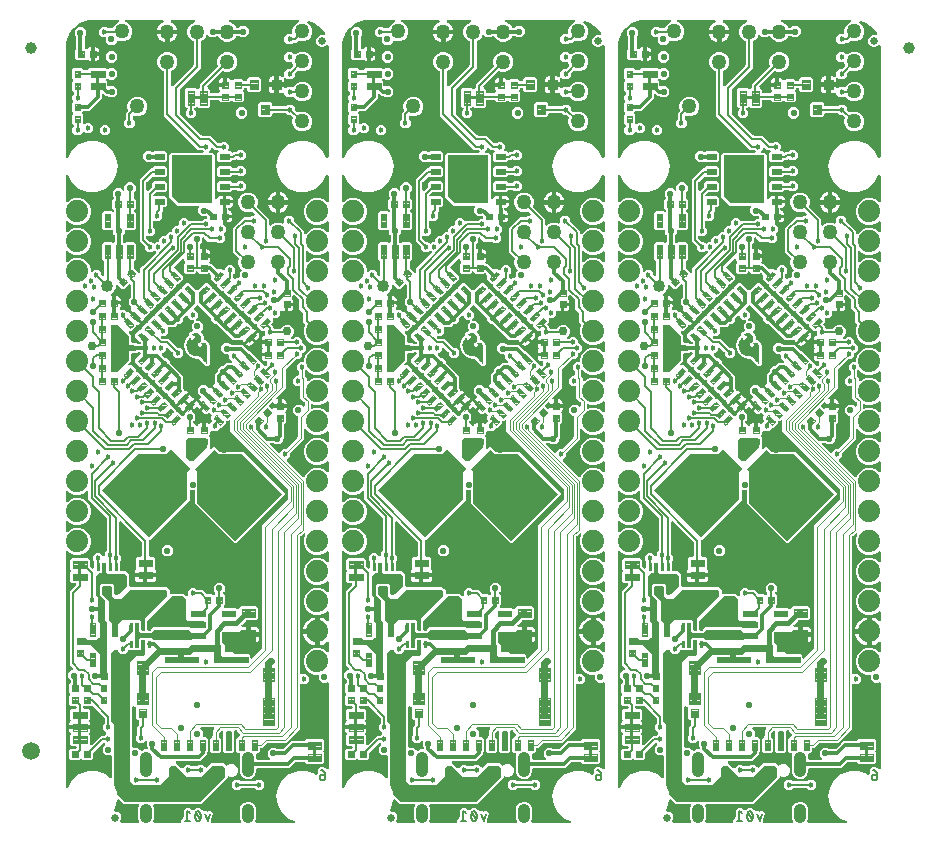
<source format=gbl>
G04 EAGLE Gerber RS-274X export*
G75*
%MOMM*%
%FSLAX34Y34*%
%LPD*%
%INBottom Copper*%
%IPPOS*%
%AMOC8*
5,1,8,0,0,1.08239X$1,22.5*%
G01*
%ADD10C,0.152400*%
%ADD11C,1.879600*%
%ADD12C,1.000000*%
%ADD13C,0.099000*%
%ADD14C,0.102000*%
%ADD15C,0.099059*%
%ADD16C,0.104000*%
%ADD17C,0.635000*%
%ADD18C,0.100000*%
%ADD19C,0.100800*%
%ADD20C,0.105000*%
%ADD21C,1.270000*%
%ADD22C,0.500000*%
%ADD23C,0.103500*%
%ADD24C,1.016000*%
%ADD25C,0.762000*%
%ADD26C,1.000000*%
%ADD27C,1.500000*%
%ADD28C,0.554000*%
%ADD29C,0.200000*%
%ADD30C,0.300000*%
%ADD31C,0.150000*%
%ADD32C,0.454000*%
%ADD33C,0.600000*%
%ADD34C,0.550000*%
%ADD35C,0.400000*%
%ADD36C,0.160000*%
%ADD37C,0.120000*%
%ADD38C,0.350000*%

G36*
X379665Y463430D02*
X379665Y463430D01*
X379774Y463428D01*
X379805Y463437D01*
X379838Y463439D01*
X379941Y463474D01*
X380046Y463504D01*
X380074Y463520D01*
X380104Y463531D01*
X380177Y463584D01*
X380286Y463652D01*
X380319Y463688D01*
X380353Y463713D01*
X381411Y464771D01*
X382910Y464771D01*
X382974Y464780D01*
X383038Y464779D01*
X383113Y464800D01*
X383189Y464811D01*
X383248Y464837D01*
X383310Y464854D01*
X383376Y464895D01*
X383446Y464927D01*
X383495Y464969D01*
X383550Y465002D01*
X383602Y465060D01*
X383660Y465110D01*
X383696Y465164D01*
X383739Y465212D01*
X383772Y465281D01*
X383815Y465346D01*
X383834Y465408D01*
X383862Y465465D01*
X383873Y465535D01*
X383897Y465616D01*
X383898Y465701D01*
X383909Y465770D01*
X383909Y468476D01*
X385395Y469962D01*
X385414Y469987D01*
X385436Y470006D01*
X385454Y470033D01*
X385480Y470058D01*
X385518Y470126D01*
X385564Y470188D01*
X385577Y470221D01*
X385591Y470242D01*
X385599Y470268D01*
X385619Y470304D01*
X385637Y470379D01*
X385664Y470451D01*
X385667Y470492D01*
X385673Y470512D01*
X385673Y470534D01*
X385684Y470578D01*
X385680Y470655D01*
X385686Y470733D01*
X385677Y470777D01*
X385677Y470794D01*
X385672Y470812D01*
X385669Y470860D01*
X385644Y470933D01*
X385628Y471009D01*
X385606Y471051D01*
X385602Y471065D01*
X385593Y471079D01*
X385577Y471126D01*
X385536Y471183D01*
X385496Y471258D01*
X385461Y471294D01*
X385453Y471305D01*
X385432Y471325D01*
X385395Y471375D01*
X383901Y472870D01*
X382629Y475939D01*
X382629Y479261D01*
X383121Y480449D01*
X383124Y480458D01*
X383128Y480466D01*
X383159Y480595D01*
X383191Y480722D01*
X383191Y480732D01*
X383193Y480741D01*
X383187Y480874D01*
X383182Y481004D01*
X383179Y481013D01*
X383179Y481023D01*
X383136Y481147D01*
X383095Y481272D01*
X383090Y481280D01*
X383086Y481289D01*
X383041Y481351D01*
X382936Y481505D01*
X382917Y481520D01*
X382905Y481538D01*
X378359Y486083D01*
X378359Y506606D01*
X387504Y515751D01*
X391977Y515751D01*
X392072Y515764D01*
X392168Y515769D01*
X392211Y515784D01*
X392256Y515791D01*
X392344Y515830D01*
X392435Y515862D01*
X392469Y515887D01*
X392513Y515907D01*
X392611Y515990D01*
X392684Y516043D01*
X393911Y517271D01*
X395807Y517271D01*
X395839Y517275D01*
X395871Y517273D01*
X395978Y517295D01*
X396086Y517311D01*
X396115Y517324D01*
X396147Y517330D01*
X396243Y517382D01*
X396343Y517427D01*
X396367Y517448D01*
X396396Y517463D01*
X396474Y517539D01*
X396557Y517610D01*
X396575Y517637D01*
X396598Y517660D01*
X396652Y517755D01*
X396712Y517846D01*
X396721Y517877D01*
X396737Y517905D01*
X396762Y518012D01*
X396794Y518116D01*
X396794Y518148D01*
X396802Y518179D01*
X396796Y518289D01*
X396798Y518398D01*
X396789Y518429D01*
X396788Y518461D01*
X396752Y518564D01*
X396723Y518670D01*
X396706Y518697D01*
X396695Y518728D01*
X396642Y518801D01*
X396574Y518910D01*
X396538Y518942D01*
X396513Y518977D01*
X395093Y520397D01*
X395085Y520403D01*
X395079Y520410D01*
X394972Y520487D01*
X394867Y520566D01*
X394858Y520570D01*
X394851Y520575D01*
X394727Y520619D01*
X394603Y520666D01*
X394594Y520667D01*
X394585Y520670D01*
X394453Y520678D01*
X394322Y520688D01*
X394313Y520686D01*
X394303Y520686D01*
X394228Y520668D01*
X394046Y520630D01*
X394025Y520619D01*
X394004Y520614D01*
X392641Y520049D01*
X389319Y520049D01*
X386250Y521321D01*
X383901Y523670D01*
X382629Y526739D01*
X382629Y530061D01*
X383901Y533130D01*
X386250Y535479D01*
X387040Y535807D01*
X387115Y535851D01*
X387194Y535887D01*
X387205Y535896D01*
X387307Y535932D01*
X387390Y535952D01*
X389319Y536751D01*
X392641Y536751D01*
X395710Y535479D01*
X398059Y533130D01*
X399331Y530061D01*
X399331Y526739D01*
X398766Y525376D01*
X398764Y525367D01*
X398759Y525359D01*
X398729Y525230D01*
X398696Y525103D01*
X398697Y525094D01*
X398694Y525084D01*
X398701Y524952D01*
X398705Y524821D01*
X398708Y524812D01*
X398709Y524803D01*
X398752Y524678D01*
X398793Y524553D01*
X398798Y524545D01*
X398801Y524536D01*
X398846Y524474D01*
X398952Y524320D01*
X398970Y524305D01*
X398983Y524287D01*
X407027Y516243D01*
X408931Y514339D01*
X408931Y509773D01*
X408935Y509741D01*
X408933Y509709D01*
X408955Y509602D01*
X408971Y509494D01*
X408984Y509464D01*
X408990Y509433D01*
X409042Y509336D01*
X409087Y509237D01*
X409108Y509212D01*
X409123Y509184D01*
X409199Y509106D01*
X409270Y509022D01*
X409297Y509005D01*
X409320Y508982D01*
X409415Y508928D01*
X409506Y508868D01*
X409537Y508859D01*
X409565Y508843D01*
X409671Y508817D01*
X409776Y508786D01*
X409808Y508785D01*
X409839Y508778D01*
X409949Y508783D01*
X410058Y508782D01*
X410089Y508790D01*
X410121Y508792D01*
X410224Y508828D01*
X410330Y508857D01*
X410357Y508874D01*
X410388Y508885D01*
X410461Y508938D01*
X410570Y509005D01*
X410602Y509041D01*
X410637Y509066D01*
X411650Y510079D01*
X414719Y511351D01*
X418041Y511351D01*
X420028Y510528D01*
X420142Y510498D01*
X420256Y510464D01*
X420279Y510463D01*
X420301Y510458D01*
X420419Y510462D01*
X420538Y510460D01*
X420560Y510466D01*
X420583Y510467D01*
X420695Y510504D01*
X420810Y510535D01*
X420829Y510547D01*
X420851Y510554D01*
X420949Y510621D01*
X421050Y510683D01*
X421065Y510700D01*
X421084Y510713D01*
X421159Y510805D01*
X421239Y510893D01*
X421249Y510913D01*
X421263Y510931D01*
X421310Y511040D01*
X421362Y511146D01*
X421365Y511168D01*
X421375Y511190D01*
X421397Y511375D01*
X421409Y511451D01*
X421409Y514769D01*
X423911Y517271D01*
X427449Y517271D01*
X429951Y514769D01*
X429951Y513033D01*
X429964Y512938D01*
X429969Y512842D01*
X429984Y512799D01*
X429991Y512754D01*
X430030Y512667D01*
X430062Y512576D01*
X430087Y512541D01*
X430107Y512497D01*
X430190Y512400D01*
X430243Y512327D01*
X438431Y504139D01*
X438431Y502683D01*
X438435Y502651D01*
X438433Y502619D01*
X438455Y502512D01*
X438471Y502404D01*
X438484Y502375D01*
X438490Y502343D01*
X438542Y502247D01*
X438587Y502147D01*
X438608Y502123D01*
X438623Y502094D01*
X438699Y502016D01*
X438770Y501933D01*
X438797Y501915D01*
X438820Y501892D01*
X438915Y501838D01*
X439006Y501778D01*
X439037Y501769D01*
X439065Y501753D01*
X439171Y501728D01*
X439276Y501696D01*
X439308Y501696D01*
X439339Y501688D01*
X439449Y501694D01*
X439558Y501692D01*
X439589Y501701D01*
X439621Y501703D01*
X439724Y501738D01*
X439830Y501768D01*
X439857Y501784D01*
X439888Y501795D01*
X439961Y501848D01*
X440070Y501916D01*
X440102Y501952D01*
X440137Y501977D01*
X443123Y504963D01*
X447313Y506699D01*
X451847Y506699D01*
X456037Y504963D01*
X457557Y503443D01*
X457583Y503423D01*
X457604Y503399D01*
X457696Y503339D01*
X457783Y503274D01*
X457813Y503262D01*
X457840Y503244D01*
X457945Y503212D01*
X458047Y503174D01*
X458079Y503171D01*
X458110Y503162D01*
X458219Y503161D01*
X458328Y503152D01*
X458360Y503159D01*
X458392Y503158D01*
X458497Y503187D01*
X458604Y503210D01*
X458633Y503225D01*
X458664Y503234D01*
X458757Y503291D01*
X458853Y503342D01*
X458876Y503365D01*
X458904Y503382D01*
X458977Y503463D01*
X459055Y503539D01*
X459071Y503567D01*
X459093Y503591D01*
X459140Y503689D01*
X459194Y503784D01*
X459202Y503816D01*
X459216Y503845D01*
X459230Y503934D01*
X459259Y504059D01*
X459257Y504107D01*
X459263Y504149D01*
X459263Y511851D01*
X459259Y511883D01*
X459261Y511915D01*
X459239Y512022D01*
X459223Y512130D01*
X459210Y512159D01*
X459204Y512191D01*
X459152Y512287D01*
X459107Y512387D01*
X459086Y512411D01*
X459071Y512440D01*
X458995Y512518D01*
X458924Y512601D01*
X458897Y512619D01*
X458874Y512642D01*
X458779Y512696D01*
X458688Y512756D01*
X458657Y512765D01*
X458629Y512781D01*
X458523Y512806D01*
X458418Y512838D01*
X458386Y512838D01*
X458355Y512846D01*
X458245Y512840D01*
X458136Y512842D01*
X458105Y512833D01*
X458073Y512831D01*
X457970Y512796D01*
X457864Y512766D01*
X457837Y512750D01*
X457806Y512739D01*
X457733Y512686D01*
X457624Y512618D01*
X457592Y512582D01*
X457557Y512557D01*
X456037Y511037D01*
X451847Y509301D01*
X447313Y509301D01*
X443123Y511037D01*
X439917Y514243D01*
X438181Y518433D01*
X438181Y522967D01*
X439917Y527157D01*
X443123Y530363D01*
X447313Y532099D01*
X451847Y532099D01*
X456037Y530363D01*
X457557Y528843D01*
X457583Y528823D01*
X457604Y528799D01*
X457696Y528739D01*
X457783Y528674D01*
X457813Y528662D01*
X457840Y528644D01*
X457945Y528612D01*
X458047Y528574D01*
X458079Y528571D01*
X458110Y528562D01*
X458219Y528561D01*
X458328Y528552D01*
X458360Y528559D01*
X458392Y528558D01*
X458497Y528587D01*
X458604Y528610D01*
X458633Y528625D01*
X458664Y528634D01*
X458757Y528691D01*
X458853Y528742D01*
X458876Y528765D01*
X458904Y528782D01*
X458977Y528863D01*
X459055Y528939D01*
X459071Y528967D01*
X459093Y528991D01*
X459140Y529089D01*
X459194Y529184D01*
X459202Y529216D01*
X459216Y529245D01*
X459230Y529334D01*
X459259Y529459D01*
X459257Y529507D01*
X459263Y529549D01*
X459263Y550722D01*
X459260Y550744D01*
X459262Y550765D01*
X459240Y550883D01*
X459223Y551001D01*
X459215Y551021D01*
X459211Y551042D01*
X459157Y551149D01*
X459107Y551258D01*
X459093Y551275D01*
X459084Y551294D01*
X459002Y551382D01*
X458924Y551473D01*
X458906Y551485D01*
X458891Y551500D01*
X458789Y551561D01*
X458688Y551627D01*
X458667Y551633D01*
X458649Y551644D01*
X458533Y551675D01*
X458418Y551710D01*
X458397Y551710D01*
X458376Y551715D01*
X458256Y551712D01*
X458136Y551713D01*
X458115Y551708D01*
X458094Y551707D01*
X457980Y551670D01*
X457864Y551638D01*
X457846Y551627D01*
X457826Y551620D01*
X457727Y551553D01*
X457624Y551490D01*
X457610Y551474D01*
X457592Y551462D01*
X457535Y551391D01*
X457435Y551281D01*
X457419Y551247D01*
X457399Y551222D01*
X453650Y544729D01*
X447826Y539842D01*
X440681Y537241D01*
X433079Y537241D01*
X425934Y539842D01*
X420110Y544729D01*
X416309Y551313D01*
X414989Y558800D01*
X416309Y566287D01*
X420110Y572871D01*
X425934Y577758D01*
X433079Y580359D01*
X440681Y580359D01*
X447826Y577758D01*
X453650Y572871D01*
X457399Y566378D01*
X457412Y566361D01*
X457421Y566342D01*
X457499Y566251D01*
X457573Y566156D01*
X457590Y566144D01*
X457604Y566127D01*
X457705Y566061D01*
X457802Y565992D01*
X457822Y565985D01*
X457840Y565973D01*
X457955Y565938D01*
X458068Y565898D01*
X458089Y565897D01*
X458110Y565890D01*
X458230Y565889D01*
X458349Y565882D01*
X458370Y565887D01*
X458392Y565887D01*
X458507Y565919D01*
X458624Y565946D01*
X458643Y565956D01*
X458664Y565962D01*
X458766Y566025D01*
X458870Y566083D01*
X458885Y566099D01*
X458904Y566110D01*
X458984Y566199D01*
X459068Y566284D01*
X459078Y566303D01*
X459093Y566319D01*
X459145Y566427D01*
X459202Y566533D01*
X459206Y566554D01*
X459216Y566573D01*
X459230Y566663D01*
X459261Y566809D01*
X459258Y566845D01*
X459263Y566878D01*
X459263Y660400D01*
X459257Y660441D01*
X459260Y660478D01*
X459227Y660897D01*
X459198Y661028D01*
X459171Y661159D01*
X459167Y661165D01*
X459166Y661172D01*
X459101Y661289D01*
X459038Y661408D01*
X459033Y661413D01*
X459030Y661419D01*
X458935Y661513D01*
X458841Y661610D01*
X458835Y661613D01*
X458830Y661618D01*
X458713Y661682D01*
X458596Y661749D01*
X458589Y661750D01*
X458583Y661754D01*
X458452Y661783D01*
X458322Y661814D01*
X458314Y661813D01*
X458307Y661815D01*
X458173Y661806D01*
X458040Y661799D01*
X458033Y661797D01*
X458026Y661796D01*
X457898Y661750D01*
X457774Y661707D01*
X457768Y661703D01*
X457761Y661700D01*
X457533Y661534D01*
X457529Y661528D01*
X457525Y661525D01*
X456612Y660612D01*
X454710Y659824D01*
X452650Y659824D01*
X450748Y660612D01*
X449292Y662068D01*
X448504Y663970D01*
X448504Y666030D01*
X449292Y667932D01*
X450748Y669388D01*
X452650Y670176D01*
X454709Y670176D01*
X454883Y670104D01*
X454891Y670102D01*
X454899Y670097D01*
X455028Y670067D01*
X455157Y670034D01*
X455165Y670034D01*
X455173Y670032D01*
X455306Y670038D01*
X455438Y670043D01*
X455446Y670045D01*
X455455Y670046D01*
X455581Y670089D01*
X455707Y670130D01*
X455713Y670135D01*
X455721Y670138D01*
X455830Y670214D01*
X455940Y670289D01*
X455945Y670295D01*
X455952Y670300D01*
X456034Y670404D01*
X456119Y670507D01*
X456122Y670514D01*
X456127Y670521D01*
X456178Y670643D01*
X456230Y670766D01*
X456231Y670774D01*
X456235Y670782D01*
X456249Y670914D01*
X456265Y671046D01*
X456264Y671054D01*
X456264Y671062D01*
X456241Y671193D01*
X456220Y671324D01*
X456216Y671332D01*
X456215Y671340D01*
X456181Y671406D01*
X456099Y671579D01*
X456084Y671596D01*
X456074Y671614D01*
X452809Y676108D01*
X452808Y676110D01*
X452807Y676112D01*
X452788Y676130D01*
X452775Y676152D01*
X452712Y676209D01*
X452613Y676311D01*
X452599Y676319D01*
X452588Y676329D01*
X447175Y680262D01*
X447174Y680263D01*
X447172Y680264D01*
X447140Y680280D01*
X446926Y680394D01*
X446910Y680397D01*
X446897Y680404D01*
X442692Y681770D01*
X442645Y681778D01*
X442600Y681795D01*
X442507Y681802D01*
X442414Y681818D01*
X442367Y681813D01*
X442319Y681817D01*
X442227Y681798D01*
X442134Y681787D01*
X442090Y681769D01*
X442043Y681759D01*
X441960Y681715D01*
X441874Y681679D01*
X441836Y681649D01*
X441794Y681627D01*
X441727Y681561D01*
X441654Y681502D01*
X441626Y681463D01*
X441592Y681430D01*
X441546Y681348D01*
X441492Y681271D01*
X441477Y681226D01*
X441453Y681184D01*
X441431Y681093D01*
X441401Y681004D01*
X441399Y680957D01*
X441388Y680910D01*
X441393Y680816D01*
X441389Y680722D01*
X441400Y680676D01*
X441403Y680628D01*
X441433Y680540D01*
X441456Y680448D01*
X441479Y680407D01*
X441495Y680362D01*
X441544Y680295D01*
X441596Y680204D01*
X441644Y680158D01*
X441677Y680113D01*
X443959Y677830D01*
X445231Y674761D01*
X445231Y671439D01*
X443959Y668370D01*
X441610Y666021D01*
X438541Y664749D01*
X435219Y664749D01*
X434129Y665201D01*
X434120Y665203D01*
X434112Y665208D01*
X433984Y665238D01*
X433856Y665271D01*
X433847Y665270D01*
X433837Y665273D01*
X433706Y665266D01*
X433574Y665262D01*
X433565Y665259D01*
X433556Y665258D01*
X433431Y665215D01*
X433306Y665174D01*
X433298Y665169D01*
X433289Y665166D01*
X433227Y665120D01*
X433073Y665015D01*
X433058Y664997D01*
X433040Y664984D01*
X432664Y664607D01*
X432651Y664590D01*
X432636Y664579D01*
X431870Y663749D01*
X430740Y663749D01*
X430719Y663746D01*
X430701Y663748D01*
X429808Y663713D01*
X429733Y663700D01*
X429657Y663696D01*
X429595Y663674D01*
X429531Y663663D01*
X429463Y663628D01*
X429390Y663603D01*
X429342Y663568D01*
X429279Y663536D01*
X429205Y663468D01*
X429141Y663421D01*
X427949Y662229D01*
X424411Y662229D01*
X421909Y664731D01*
X421909Y668269D01*
X424411Y670771D01*
X427530Y670771D01*
X427594Y670780D01*
X427658Y670779D01*
X427733Y670800D01*
X427809Y670811D01*
X427868Y670837D01*
X427930Y670854D01*
X427996Y670895D01*
X428066Y670927D01*
X428115Y670969D01*
X428170Y671002D01*
X428222Y671060D01*
X428280Y671110D01*
X428316Y671164D01*
X428359Y671212D01*
X428392Y671281D01*
X428435Y671346D01*
X428454Y671408D01*
X428482Y671465D01*
X428493Y671535D01*
X428517Y671616D01*
X428518Y671701D01*
X428529Y671770D01*
X428529Y674761D01*
X429801Y677830D01*
X432150Y680179D01*
X433795Y680861D01*
X433870Y680905D01*
X433949Y680941D01*
X433990Y680976D01*
X434038Y681004D01*
X434097Y681068D01*
X434163Y681124D01*
X434193Y681170D01*
X434230Y681210D01*
X434270Y681287D01*
X434317Y681360D01*
X434333Y681413D01*
X434358Y681462D01*
X434374Y681547D01*
X434400Y681630D01*
X434400Y681685D01*
X434411Y681739D01*
X434402Y681825D01*
X434403Y681912D01*
X434389Y681965D01*
X434384Y682019D01*
X434351Y682100D01*
X434328Y682184D01*
X434299Y682230D01*
X434279Y682281D01*
X434226Y682350D01*
X434180Y682424D01*
X434139Y682460D01*
X434106Y682504D01*
X434035Y682555D01*
X433971Y682613D01*
X433921Y682637D01*
X433877Y682669D01*
X433795Y682698D01*
X433717Y682736D01*
X433667Y682744D01*
X433611Y682763D01*
X433498Y682770D01*
X433412Y682783D01*
X375882Y682783D01*
X375796Y682771D01*
X375709Y682768D01*
X375657Y682751D01*
X375603Y682743D01*
X375524Y682708D01*
X375441Y682681D01*
X375396Y682650D01*
X375346Y682627D01*
X375280Y682571D01*
X375208Y682522D01*
X375173Y682480D01*
X375131Y682444D01*
X375084Y682371D01*
X375029Y682304D01*
X375007Y682254D01*
X374977Y682208D01*
X374952Y682125D01*
X374917Y682045D01*
X374911Y681991D01*
X374895Y681938D01*
X374893Y681851D01*
X374883Y681765D01*
X374892Y681711D01*
X374891Y681656D01*
X374914Y681572D01*
X374928Y681487D01*
X374951Y681437D01*
X374966Y681384D01*
X375012Y681310D01*
X375049Y681232D01*
X375085Y681191D01*
X375114Y681144D01*
X375179Y681086D01*
X375236Y681021D01*
X375280Y680995D01*
X375323Y680955D01*
X375426Y680906D01*
X375499Y680861D01*
X378110Y679779D01*
X380459Y677430D01*
X380713Y676818D01*
X380718Y676809D01*
X380721Y676800D01*
X380790Y676688D01*
X380857Y676575D01*
X380864Y676568D01*
X380869Y676560D01*
X380966Y676472D01*
X381063Y676382D01*
X381071Y676378D01*
X381078Y676371D01*
X381197Y676314D01*
X381314Y676254D01*
X381323Y676252D01*
X381332Y676248D01*
X381408Y676236D01*
X381591Y676202D01*
X381615Y676204D01*
X381636Y676201D01*
X382720Y676201D01*
X382815Y676214D01*
X382911Y676219D01*
X382954Y676234D01*
X382999Y676241D01*
X383087Y676280D01*
X383178Y676312D01*
X383212Y676337D01*
X383256Y676357D01*
X383353Y676440D01*
X383427Y676493D01*
X384704Y677771D01*
X388656Y677771D01*
X391451Y674976D01*
X391451Y671024D01*
X388656Y668229D01*
X384704Y668229D01*
X384027Y668907D01*
X383950Y668964D01*
X383878Y669029D01*
X383837Y669049D01*
X383801Y669076D01*
X383711Y669110D01*
X383625Y669152D01*
X383583Y669158D01*
X383537Y669175D01*
X383409Y669185D01*
X383320Y669199D01*
X381636Y669199D01*
X381627Y669198D01*
X381618Y669199D01*
X381487Y669178D01*
X381357Y669159D01*
X381349Y669156D01*
X381339Y669154D01*
X381220Y669097D01*
X381100Y669043D01*
X381093Y669037D01*
X381084Y669033D01*
X380986Y668946D01*
X380886Y668860D01*
X380881Y668852D01*
X380874Y668846D01*
X380834Y668780D01*
X380731Y668624D01*
X380724Y668601D01*
X380713Y668582D01*
X380459Y667970D01*
X378110Y665621D01*
X375041Y664349D01*
X371719Y664349D01*
X368650Y665621D01*
X366301Y667970D01*
X365923Y668882D01*
X365918Y668891D01*
X365915Y668900D01*
X365846Y669012D01*
X365779Y669125D01*
X365772Y669132D01*
X365767Y669140D01*
X365669Y669228D01*
X365573Y669318D01*
X365565Y669322D01*
X365558Y669329D01*
X365439Y669386D01*
X365322Y669446D01*
X365312Y669448D01*
X365304Y669452D01*
X365228Y669464D01*
X365045Y669498D01*
X365021Y669496D01*
X364999Y669499D01*
X364840Y669499D01*
X364745Y669486D01*
X364649Y669481D01*
X364606Y669466D01*
X364561Y669459D01*
X364473Y669420D01*
X364382Y669388D01*
X364348Y669363D01*
X364304Y669343D01*
X364207Y669260D01*
X364133Y669207D01*
X363156Y668229D01*
X359204Y668229D01*
X357407Y670026D01*
X357312Y670097D01*
X357220Y670173D01*
X357199Y670182D01*
X357181Y670196D01*
X357071Y670237D01*
X356961Y670284D01*
X356939Y670287D01*
X356917Y670295D01*
X356799Y670304D01*
X356681Y670319D01*
X356659Y670315D01*
X356636Y670317D01*
X356520Y670293D01*
X356403Y670274D01*
X356382Y670264D01*
X356360Y670259D01*
X356256Y670204D01*
X356148Y670153D01*
X356131Y670138D01*
X356111Y670127D01*
X356026Y670044D01*
X355938Y669965D01*
X355926Y669947D01*
X355909Y669930D01*
X355817Y669768D01*
X355777Y669702D01*
X355059Y667970D01*
X352710Y665621D01*
X351598Y665160D01*
X351589Y665155D01*
X351580Y665152D01*
X351468Y665083D01*
X351355Y665016D01*
X351348Y665009D01*
X351340Y665004D01*
X351252Y664906D01*
X351162Y664810D01*
X351158Y664802D01*
X351151Y664795D01*
X351094Y664676D01*
X351034Y664559D01*
X351032Y664550D01*
X351028Y664541D01*
X351016Y664465D01*
X350982Y664282D01*
X350984Y664258D01*
X350981Y664236D01*
X350981Y642057D01*
X333473Y624550D01*
X333416Y624473D01*
X333351Y624402D01*
X333331Y624361D01*
X333304Y624324D01*
X333270Y624234D01*
X333228Y624148D01*
X333222Y624106D01*
X333205Y624060D01*
X333195Y623933D01*
X333181Y623843D01*
X333181Y604157D01*
X333194Y604062D01*
X333199Y603966D01*
X333214Y603923D01*
X333221Y603878D01*
X333260Y603790D01*
X333292Y603699D01*
X333317Y603665D01*
X333337Y603621D01*
X333420Y603523D01*
X333473Y603450D01*
X351630Y585293D01*
X351707Y585236D01*
X351778Y585171D01*
X351819Y585151D01*
X351856Y585124D01*
X351946Y585090D01*
X352032Y585048D01*
X352074Y585042D01*
X352120Y585025D01*
X352247Y585015D01*
X352337Y585001D01*
X359423Y585001D01*
X365630Y578793D01*
X365707Y578736D01*
X365778Y578671D01*
X365819Y578651D01*
X365856Y578624D01*
X365946Y578590D01*
X366032Y578548D01*
X366074Y578542D01*
X366120Y578525D01*
X366247Y578515D01*
X366337Y578501D01*
X367227Y578501D01*
X367322Y578514D01*
X367418Y578519D01*
X367461Y578534D01*
X367506Y578541D01*
X367594Y578580D01*
X367685Y578612D01*
X367719Y578637D01*
X367763Y578657D01*
X367861Y578740D01*
X367934Y578793D01*
X368911Y579771D01*
X372449Y579771D01*
X374951Y577269D01*
X374951Y573731D01*
X374476Y573257D01*
X374457Y573231D01*
X374432Y573210D01*
X374373Y573118D01*
X374307Y573031D01*
X374296Y573001D01*
X374278Y572974D01*
X374246Y572869D01*
X374207Y572767D01*
X374205Y572735D01*
X374196Y572704D01*
X374194Y572595D01*
X374186Y572486D01*
X374192Y572454D01*
X374192Y572422D01*
X374221Y572317D01*
X374243Y572210D01*
X374258Y572181D01*
X374267Y572150D01*
X374324Y572057D01*
X374376Y571961D01*
X374398Y571938D01*
X374415Y571910D01*
X374496Y571837D01*
X374572Y571759D01*
X374601Y571743D01*
X374624Y571721D01*
X374723Y571674D01*
X374818Y571620D01*
X374849Y571612D01*
X374878Y571598D01*
X374968Y571584D01*
X375092Y571555D01*
X375141Y571557D01*
X375183Y571551D01*
X376216Y571551D01*
X377072Y570695D01*
X377123Y570656D01*
X377168Y570610D01*
X377235Y570572D01*
X377297Y570526D01*
X377357Y570503D01*
X377413Y570471D01*
X377489Y570453D01*
X377561Y570426D01*
X377625Y570421D01*
X377688Y570406D01*
X377765Y570410D01*
X377842Y570404D01*
X377905Y570417D01*
X377969Y570421D01*
X378042Y570446D01*
X378118Y570462D01*
X378175Y570492D01*
X378236Y570513D01*
X378292Y570555D01*
X378367Y570594D01*
X378428Y570654D01*
X378485Y570695D01*
X379041Y571251D01*
X380977Y571251D01*
X381072Y571264D01*
X381168Y571269D01*
X381211Y571284D01*
X381256Y571291D01*
X381344Y571330D01*
X381435Y571362D01*
X381469Y571387D01*
X381513Y571407D01*
X381611Y571490D01*
X381684Y571543D01*
X382911Y572771D01*
X386449Y572771D01*
X388951Y570269D01*
X388951Y566731D01*
X386449Y564229D01*
X382911Y564229D01*
X382062Y565078D01*
X382010Y565117D01*
X381966Y565163D01*
X381898Y565201D01*
X381836Y565248D01*
X381776Y565270D01*
X381720Y565302D01*
X381645Y565320D01*
X381572Y565347D01*
X381508Y565352D01*
X381446Y565367D01*
X381368Y565363D01*
X381291Y565369D01*
X381228Y565356D01*
X381164Y565353D01*
X381091Y565327D01*
X381015Y565312D01*
X380958Y565281D01*
X380898Y565260D01*
X380841Y565219D01*
X380766Y565179D01*
X380705Y565120D01*
X380649Y565078D01*
X379844Y564274D01*
X378354Y564274D01*
X378259Y564260D01*
X378163Y564255D01*
X378120Y564240D01*
X378075Y564234D01*
X377988Y564194D01*
X377897Y564163D01*
X377862Y564138D01*
X377818Y564118D01*
X377721Y564034D01*
X377648Y563981D01*
X376216Y562549D01*
X366644Y562549D01*
X365179Y564014D01*
X365179Y570086D01*
X365887Y570793D01*
X365906Y570819D01*
X365931Y570840D01*
X365991Y570932D01*
X366056Y571019D01*
X366067Y571049D01*
X366085Y571076D01*
X366117Y571181D01*
X366156Y571283D01*
X366158Y571315D01*
X366168Y571346D01*
X366169Y571455D01*
X366177Y571564D01*
X366171Y571596D01*
X366171Y571628D01*
X366142Y571733D01*
X366120Y571840D01*
X366105Y571869D01*
X366096Y571900D01*
X366039Y571993D01*
X365987Y572089D01*
X365965Y572112D01*
X365948Y572140D01*
X365867Y572213D01*
X365791Y572291D01*
X365763Y572307D01*
X365739Y572329D01*
X365641Y572376D01*
X365545Y572430D01*
X365514Y572438D01*
X365485Y572452D01*
X365395Y572466D01*
X365271Y572495D01*
X365222Y572493D01*
X365180Y572499D01*
X363437Y572499D01*
X361657Y574280D01*
X361631Y574299D01*
X361610Y574324D01*
X361518Y574384D01*
X361431Y574449D01*
X361401Y574460D01*
X361374Y574478D01*
X361269Y574510D01*
X361167Y574549D01*
X361135Y574551D01*
X361104Y574560D01*
X360995Y574562D01*
X360886Y574570D01*
X360854Y574564D01*
X360822Y574564D01*
X360717Y574535D01*
X360610Y574513D01*
X360581Y574498D01*
X360550Y574489D01*
X360457Y574432D01*
X360361Y574380D01*
X360338Y574358D01*
X360310Y574341D01*
X360237Y574260D01*
X360159Y574184D01*
X360143Y574156D01*
X360121Y574132D01*
X360074Y574033D01*
X360020Y573938D01*
X360012Y573907D01*
X359998Y573878D01*
X359984Y573789D01*
X359977Y573757D01*
X358176Y571957D01*
X358157Y571931D01*
X358132Y571910D01*
X358072Y571818D01*
X358007Y571731D01*
X357996Y571701D01*
X357978Y571674D01*
X357946Y571569D01*
X357907Y571467D01*
X357905Y571435D01*
X357896Y571404D01*
X357894Y571295D01*
X357886Y571186D01*
X357892Y571154D01*
X357892Y571122D01*
X357921Y571017D01*
X357943Y570910D01*
X357958Y570881D01*
X357967Y570850D01*
X358024Y570757D01*
X358076Y570661D01*
X358098Y570638D01*
X358115Y570610D01*
X358196Y570537D01*
X358273Y570459D01*
X358301Y570443D01*
X358324Y570421D01*
X358423Y570374D01*
X358518Y570320D01*
X358549Y570312D01*
X358578Y570298D01*
X358668Y570284D01*
X358792Y570255D01*
X358841Y570257D01*
X358883Y570251D01*
X361612Y570251D01*
X362931Y568932D01*
X362931Y532535D01*
X362934Y532513D01*
X362932Y532492D01*
X362954Y532374D01*
X362971Y532256D01*
X362979Y532236D01*
X362983Y532215D01*
X363038Y532107D01*
X363087Y531999D01*
X363101Y531982D01*
X363110Y531963D01*
X363192Y531875D01*
X363270Y531784D01*
X363288Y531773D01*
X363303Y531757D01*
X363406Y531696D01*
X363506Y531630D01*
X363527Y531624D01*
X363545Y531613D01*
X363661Y531582D01*
X363776Y531547D01*
X363797Y531547D01*
X363818Y531542D01*
X363938Y531545D01*
X364058Y531544D01*
X364079Y531549D01*
X364100Y531550D01*
X364214Y531587D01*
X364330Y531619D01*
X364348Y531630D01*
X364368Y531637D01*
X364468Y531704D01*
X364570Y531767D01*
X364584Y531783D01*
X364602Y531795D01*
X364659Y531866D01*
X364759Y531976D01*
X364775Y532010D01*
X364795Y532035D01*
X365247Y532817D01*
X365813Y533383D01*
X366506Y533784D01*
X367280Y533991D01*
X370181Y533991D01*
X370181Y529200D01*
X370190Y529137D01*
X370189Y529072D01*
X370210Y528998D01*
X370218Y528939D01*
X370217Y528935D01*
X370193Y528854D01*
X370192Y528769D01*
X370181Y528700D01*
X370181Y517000D01*
X370190Y516937D01*
X370189Y516872D01*
X370210Y516798D01*
X370221Y516721D01*
X370247Y516663D01*
X370264Y516601D01*
X370305Y516535D01*
X370322Y516497D01*
X370318Y516489D01*
X370275Y516424D01*
X370256Y516362D01*
X370228Y516304D01*
X370217Y516235D01*
X370193Y516154D01*
X370192Y516069D01*
X370181Y516000D01*
X370181Y510655D01*
X370139Y510620D01*
X370121Y510593D01*
X370098Y510570D01*
X370045Y510475D01*
X369985Y510384D01*
X369975Y510353D01*
X369959Y510325D01*
X369934Y510219D01*
X369902Y510114D01*
X369902Y510082D01*
X369894Y510051D01*
X369900Y509941D01*
X369898Y509832D01*
X369907Y509801D01*
X369909Y509769D01*
X369944Y509666D01*
X369974Y509560D01*
X369991Y509533D01*
X370001Y509502D01*
X370054Y509429D01*
X370122Y509320D01*
X370158Y509288D01*
X370183Y509253D01*
X372059Y507377D01*
X372059Y503839D01*
X370676Y502457D01*
X370638Y502405D01*
X370592Y502360D01*
X370553Y502293D01*
X370507Y502231D01*
X370484Y502171D01*
X370453Y502115D01*
X370435Y502040D01*
X370408Y501967D01*
X370403Y501903D01*
X370388Y501841D01*
X370392Y501763D01*
X370386Y501686D01*
X370399Y501623D01*
X370402Y501559D01*
X370427Y501486D01*
X370443Y501410D01*
X370474Y501353D01*
X370495Y501292D01*
X370536Y501236D01*
X370576Y501161D01*
X370635Y501100D01*
X370676Y501043D01*
X371951Y499769D01*
X371951Y496231D01*
X369449Y493729D01*
X365911Y493729D01*
X364684Y494957D01*
X364607Y495014D01*
X364535Y495079D01*
X364494Y495099D01*
X364458Y495126D01*
X364368Y495160D01*
X364282Y495202D01*
X364240Y495208D01*
X364194Y495225D01*
X364067Y495235D01*
X363977Y495249D01*
X357541Y495249D01*
X354157Y498633D01*
X354131Y498653D01*
X354110Y498677D01*
X354018Y498737D01*
X353931Y498803D01*
X353901Y498814D01*
X353874Y498832D01*
X353769Y498864D01*
X353667Y498902D01*
X353635Y498905D01*
X353604Y498914D01*
X353495Y498915D01*
X353386Y498924D01*
X353354Y498917D01*
X353322Y498918D01*
X353217Y498889D01*
X353110Y498866D01*
X353081Y498851D01*
X353050Y498843D01*
X352957Y498785D01*
X352861Y498734D01*
X352838Y498711D01*
X352810Y498694D01*
X352737Y498613D01*
X352659Y498537D01*
X352643Y498509D01*
X352621Y498485D01*
X352574Y498387D01*
X352520Y498292D01*
X352512Y498260D01*
X352498Y498231D01*
X352484Y498142D01*
X352455Y498017D01*
X352457Y497969D01*
X352451Y497927D01*
X352451Y495024D01*
X350973Y493547D01*
X350916Y493470D01*
X350851Y493398D01*
X350831Y493357D01*
X350804Y493321D01*
X350770Y493231D01*
X350728Y493145D01*
X350722Y493103D01*
X350705Y493057D01*
X350695Y492929D01*
X350681Y492840D01*
X350681Y489540D01*
X350690Y489476D01*
X350689Y489412D01*
X350710Y489337D01*
X350721Y489261D01*
X350747Y489202D01*
X350764Y489140D01*
X350805Y489074D01*
X350837Y489004D01*
X350879Y488955D01*
X350912Y488900D01*
X350970Y488848D01*
X351020Y488790D01*
X351074Y488754D01*
X351122Y488711D01*
X351191Y488678D01*
X351256Y488635D01*
X351318Y488616D01*
X351375Y488588D01*
X351445Y488577D01*
X351526Y488553D01*
X351611Y488552D01*
X351680Y488541D01*
X352181Y488541D01*
X352181Y483500D01*
X352190Y483437D01*
X352189Y483372D01*
X352210Y483298D01*
X352221Y483221D01*
X352247Y483163D01*
X352264Y483101D01*
X352305Y483035D01*
X352337Y482964D01*
X352378Y482915D01*
X352412Y482861D01*
X352470Y482809D01*
X352520Y482750D01*
X352574Y482715D01*
X352622Y482672D01*
X352691Y482638D01*
X352756Y482595D01*
X352818Y482577D01*
X352875Y482549D01*
X352945Y482538D01*
X353026Y482513D01*
X353111Y482512D01*
X353180Y482501D01*
X353181Y482501D01*
X353181Y482500D01*
X353190Y482436D01*
X353189Y482372D01*
X353210Y482297D01*
X353221Y482221D01*
X353247Y482162D01*
X353264Y482100D01*
X353305Y482034D01*
X353337Y481964D01*
X353379Y481915D01*
X353413Y481860D01*
X353470Y481808D01*
X353520Y481750D01*
X353574Y481714D01*
X353622Y481671D01*
X353691Y481638D01*
X353756Y481595D01*
X353818Y481576D01*
X353876Y481548D01*
X353945Y481537D01*
X354026Y481513D01*
X354111Y481512D01*
X354180Y481501D01*
X359221Y481501D01*
X359221Y480108D01*
X359013Y479332D01*
X358611Y478637D01*
X358299Y478325D01*
X358261Y478273D01*
X358215Y478229D01*
X358176Y478161D01*
X358130Y478099D01*
X358107Y478039D01*
X358075Y477983D01*
X358058Y477908D01*
X358030Y477835D01*
X358025Y477771D01*
X358011Y477709D01*
X358014Y477631D01*
X358009Y477554D01*
X358022Y477491D01*
X358025Y477427D01*
X358050Y477354D01*
X358066Y477278D01*
X358096Y477221D01*
X358117Y477161D01*
X358159Y477104D01*
X358199Y477029D01*
X358258Y476968D01*
X358299Y476912D01*
X358417Y476793D01*
X358494Y476736D01*
X358566Y476671D01*
X358606Y476651D01*
X358643Y476624D01*
X358733Y476590D01*
X358819Y476548D01*
X358861Y476542D01*
X358907Y476525D01*
X359034Y476515D01*
X359124Y476501D01*
X360151Y476501D01*
X362494Y474158D01*
X362494Y474157D01*
X364655Y471997D01*
X364706Y471958D01*
X364751Y471912D01*
X364818Y471874D01*
X364880Y471828D01*
X364940Y471805D01*
X364996Y471773D01*
X365072Y471756D01*
X365144Y471728D01*
X365208Y471723D01*
X365271Y471708D01*
X365348Y471712D01*
X365425Y471706D01*
X365488Y471720D01*
X365552Y471723D01*
X365625Y471748D01*
X365701Y471764D01*
X365758Y471794D01*
X365819Y471815D01*
X365875Y471857D01*
X365950Y471896D01*
X366011Y471956D01*
X366068Y471997D01*
X366439Y472369D01*
X368525Y472369D01*
X369920Y470974D01*
X369946Y470955D01*
X369967Y470930D01*
X370058Y470870D01*
X370146Y470805D01*
X370176Y470794D01*
X370203Y470776D01*
X370307Y470744D01*
X370409Y470705D01*
X370442Y470703D01*
X370472Y470694D01*
X370582Y470692D01*
X370691Y470684D01*
X370722Y470690D01*
X370754Y470690D01*
X370860Y470719D01*
X370967Y470741D01*
X370995Y470756D01*
X371026Y470765D01*
X371119Y470822D01*
X371216Y470874D01*
X371239Y470896D01*
X371266Y470913D01*
X371339Y470994D01*
X371418Y471070D01*
X371434Y471098D01*
X371455Y471122D01*
X371503Y471221D01*
X371557Y471316D01*
X371564Y471347D01*
X371578Y471376D01*
X371592Y471465D01*
X371622Y471590D01*
X371619Y471639D01*
X371626Y471681D01*
X371626Y472553D01*
X374127Y475054D01*
X377666Y475054D01*
X380167Y472553D01*
X380167Y469014D01*
X378940Y467787D01*
X378882Y467710D01*
X378818Y467639D01*
X378798Y467598D01*
X378771Y467562D01*
X378737Y467472D01*
X378695Y467385D01*
X378688Y467343D01*
X378671Y467298D01*
X378661Y467170D01*
X378647Y467081D01*
X378647Y464419D01*
X378652Y464387D01*
X378649Y464355D01*
X378672Y464248D01*
X378687Y464140D01*
X378700Y464111D01*
X378707Y464079D01*
X378758Y463983D01*
X378803Y463883D01*
X378824Y463859D01*
X378839Y463830D01*
X378916Y463752D01*
X378987Y463669D01*
X379014Y463651D01*
X379036Y463628D01*
X379131Y463574D01*
X379223Y463514D01*
X379253Y463505D01*
X379282Y463489D01*
X379388Y463464D01*
X379492Y463432D01*
X379525Y463432D01*
X379556Y463424D01*
X379665Y463430D01*
G37*
G36*
X145985Y463430D02*
X145985Y463430D01*
X146094Y463428D01*
X146125Y463437D01*
X146158Y463439D01*
X146261Y463474D01*
X146366Y463504D01*
X146394Y463520D01*
X146424Y463531D01*
X146497Y463584D01*
X146606Y463652D01*
X146639Y463688D01*
X146673Y463713D01*
X147731Y464771D01*
X149230Y464771D01*
X149294Y464780D01*
X149358Y464779D01*
X149433Y464800D01*
X149509Y464811D01*
X149568Y464837D01*
X149630Y464854D01*
X149696Y464895D01*
X149766Y464927D01*
X149815Y464969D01*
X149870Y465002D01*
X149922Y465060D01*
X149980Y465110D01*
X150016Y465164D01*
X150059Y465212D01*
X150092Y465281D01*
X150135Y465346D01*
X150154Y465408D01*
X150182Y465465D01*
X150193Y465535D01*
X150217Y465616D01*
X150218Y465701D01*
X150229Y465770D01*
X150229Y468476D01*
X151715Y469962D01*
X151734Y469987D01*
X151756Y470006D01*
X151774Y470033D01*
X151800Y470058D01*
X151838Y470126D01*
X151884Y470188D01*
X151897Y470221D01*
X151911Y470242D01*
X151919Y470268D01*
X151939Y470304D01*
X151957Y470379D01*
X151984Y470451D01*
X151987Y470492D01*
X151993Y470512D01*
X151993Y470534D01*
X152004Y470578D01*
X152000Y470655D01*
X152006Y470733D01*
X151997Y470777D01*
X151997Y470794D01*
X151992Y470812D01*
X151989Y470860D01*
X151964Y470933D01*
X151948Y471009D01*
X151926Y471051D01*
X151922Y471065D01*
X151913Y471079D01*
X151897Y471126D01*
X151856Y471183D01*
X151816Y471258D01*
X151781Y471294D01*
X151773Y471305D01*
X151752Y471325D01*
X151715Y471375D01*
X150221Y472870D01*
X148949Y475939D01*
X148949Y479261D01*
X149441Y480449D01*
X149444Y480458D01*
X149448Y480466D01*
X149479Y480595D01*
X149511Y480722D01*
X149511Y480732D01*
X149513Y480741D01*
X149507Y480874D01*
X149502Y481004D01*
X149499Y481013D01*
X149499Y481023D01*
X149456Y481147D01*
X149415Y481272D01*
X149410Y481280D01*
X149406Y481289D01*
X149361Y481351D01*
X149256Y481505D01*
X149237Y481520D01*
X149225Y481538D01*
X144679Y486083D01*
X144679Y506606D01*
X153824Y515751D01*
X158297Y515751D01*
X158392Y515764D01*
X158488Y515769D01*
X158531Y515784D01*
X158576Y515791D01*
X158664Y515830D01*
X158755Y515862D01*
X158789Y515887D01*
X158833Y515907D01*
X158931Y515990D01*
X159004Y516043D01*
X160231Y517271D01*
X162127Y517271D01*
X162159Y517275D01*
X162191Y517273D01*
X162298Y517295D01*
X162406Y517311D01*
X162435Y517324D01*
X162467Y517330D01*
X162563Y517382D01*
X162663Y517427D01*
X162687Y517448D01*
X162716Y517463D01*
X162794Y517539D01*
X162877Y517610D01*
X162895Y517637D01*
X162918Y517660D01*
X162972Y517755D01*
X163032Y517846D01*
X163041Y517877D01*
X163057Y517905D01*
X163082Y518012D01*
X163114Y518116D01*
X163114Y518148D01*
X163122Y518179D01*
X163116Y518289D01*
X163118Y518398D01*
X163109Y518429D01*
X163108Y518461D01*
X163072Y518564D01*
X163043Y518670D01*
X163026Y518697D01*
X163015Y518728D01*
X162962Y518801D01*
X162894Y518910D01*
X162858Y518942D01*
X162833Y518977D01*
X161413Y520397D01*
X161405Y520403D01*
X161399Y520410D01*
X161292Y520487D01*
X161187Y520566D01*
X161178Y520570D01*
X161171Y520575D01*
X161047Y520619D01*
X160923Y520666D01*
X160914Y520667D01*
X160905Y520670D01*
X160773Y520678D01*
X160642Y520688D01*
X160633Y520686D01*
X160623Y520686D01*
X160548Y520668D01*
X160366Y520630D01*
X160345Y520619D01*
X160324Y520614D01*
X158961Y520049D01*
X155639Y520049D01*
X152570Y521321D01*
X150221Y523670D01*
X148949Y526739D01*
X148949Y530061D01*
X150221Y533130D01*
X152570Y535479D01*
X153360Y535807D01*
X153435Y535851D01*
X153514Y535887D01*
X153525Y535896D01*
X153627Y535932D01*
X153710Y535952D01*
X155639Y536751D01*
X158961Y536751D01*
X162030Y535479D01*
X164379Y533130D01*
X165651Y530061D01*
X165651Y526739D01*
X165086Y525376D01*
X165084Y525367D01*
X165079Y525359D01*
X165049Y525230D01*
X165016Y525103D01*
X165017Y525094D01*
X165014Y525084D01*
X165021Y524952D01*
X165025Y524821D01*
X165028Y524812D01*
X165029Y524803D01*
X165072Y524678D01*
X165113Y524553D01*
X165118Y524545D01*
X165121Y524536D01*
X165166Y524474D01*
X165272Y524320D01*
X165290Y524305D01*
X165303Y524287D01*
X173347Y516243D01*
X175251Y514339D01*
X175251Y509773D01*
X175255Y509741D01*
X175253Y509709D01*
X175275Y509602D01*
X175291Y509494D01*
X175304Y509464D01*
X175310Y509433D01*
X175362Y509336D01*
X175407Y509237D01*
X175428Y509212D01*
X175443Y509184D01*
X175519Y509106D01*
X175590Y509022D01*
X175617Y509005D01*
X175640Y508982D01*
X175735Y508928D01*
X175826Y508868D01*
X175857Y508859D01*
X175885Y508843D01*
X175991Y508817D01*
X176096Y508786D01*
X176128Y508785D01*
X176159Y508778D01*
X176269Y508783D01*
X176378Y508782D01*
X176409Y508790D01*
X176441Y508792D01*
X176544Y508828D01*
X176650Y508857D01*
X176677Y508874D01*
X176708Y508885D01*
X176781Y508938D01*
X176890Y509005D01*
X176922Y509041D01*
X176957Y509066D01*
X177970Y510079D01*
X181039Y511351D01*
X184361Y511351D01*
X186348Y510528D01*
X186462Y510498D01*
X186576Y510464D01*
X186599Y510463D01*
X186621Y510458D01*
X186739Y510462D01*
X186858Y510460D01*
X186880Y510466D01*
X186903Y510467D01*
X187015Y510504D01*
X187130Y510535D01*
X187149Y510547D01*
X187171Y510554D01*
X187269Y510621D01*
X187370Y510683D01*
X187385Y510700D01*
X187404Y510713D01*
X187479Y510805D01*
X187559Y510893D01*
X187569Y510913D01*
X187583Y510931D01*
X187630Y511040D01*
X187682Y511146D01*
X187685Y511168D01*
X187695Y511190D01*
X187717Y511375D01*
X187729Y511451D01*
X187729Y514769D01*
X190231Y517271D01*
X193769Y517271D01*
X196271Y514769D01*
X196271Y513033D01*
X196284Y512938D01*
X196289Y512842D01*
X196304Y512799D01*
X196311Y512754D01*
X196350Y512667D01*
X196382Y512576D01*
X196407Y512541D01*
X196427Y512497D01*
X196510Y512400D01*
X196563Y512327D01*
X204751Y504139D01*
X204751Y502683D01*
X204755Y502651D01*
X204753Y502619D01*
X204775Y502512D01*
X204791Y502404D01*
X204804Y502375D01*
X204810Y502343D01*
X204862Y502247D01*
X204907Y502147D01*
X204928Y502123D01*
X204943Y502094D01*
X205019Y502016D01*
X205090Y501933D01*
X205117Y501915D01*
X205140Y501892D01*
X205235Y501838D01*
X205326Y501778D01*
X205357Y501769D01*
X205385Y501753D01*
X205491Y501728D01*
X205596Y501696D01*
X205628Y501696D01*
X205659Y501688D01*
X205769Y501694D01*
X205878Y501692D01*
X205909Y501701D01*
X205941Y501703D01*
X206044Y501738D01*
X206150Y501768D01*
X206177Y501784D01*
X206208Y501795D01*
X206281Y501848D01*
X206390Y501916D01*
X206422Y501952D01*
X206457Y501977D01*
X209443Y504963D01*
X213633Y506699D01*
X218167Y506699D01*
X222357Y504963D01*
X223877Y503443D01*
X223903Y503423D01*
X223924Y503399D01*
X224016Y503339D01*
X224103Y503274D01*
X224133Y503262D01*
X224160Y503244D01*
X224265Y503212D01*
X224367Y503174D01*
X224399Y503171D01*
X224430Y503162D01*
X224539Y503161D01*
X224648Y503152D01*
X224680Y503159D01*
X224712Y503158D01*
X224817Y503187D01*
X224924Y503210D01*
X224953Y503225D01*
X224984Y503234D01*
X225077Y503291D01*
X225173Y503342D01*
X225196Y503365D01*
X225224Y503382D01*
X225297Y503463D01*
X225375Y503539D01*
X225391Y503567D01*
X225413Y503591D01*
X225460Y503689D01*
X225514Y503784D01*
X225522Y503816D01*
X225536Y503845D01*
X225550Y503934D01*
X225579Y504059D01*
X225577Y504107D01*
X225583Y504149D01*
X225583Y511851D01*
X225579Y511883D01*
X225581Y511915D01*
X225559Y512022D01*
X225543Y512130D01*
X225530Y512159D01*
X225524Y512191D01*
X225472Y512287D01*
X225427Y512387D01*
X225406Y512411D01*
X225391Y512440D01*
X225315Y512518D01*
X225244Y512601D01*
X225217Y512619D01*
X225194Y512642D01*
X225099Y512696D01*
X225008Y512756D01*
X224977Y512765D01*
X224949Y512781D01*
X224843Y512806D01*
X224738Y512838D01*
X224706Y512838D01*
X224675Y512846D01*
X224565Y512840D01*
X224456Y512842D01*
X224425Y512833D01*
X224393Y512831D01*
X224290Y512796D01*
X224184Y512766D01*
X224157Y512750D01*
X224126Y512739D01*
X224053Y512686D01*
X223944Y512618D01*
X223912Y512582D01*
X223877Y512557D01*
X222357Y511037D01*
X218167Y509301D01*
X213633Y509301D01*
X209443Y511037D01*
X206237Y514243D01*
X204501Y518433D01*
X204501Y522967D01*
X206237Y527157D01*
X209443Y530363D01*
X213633Y532099D01*
X218167Y532099D01*
X222357Y530363D01*
X223877Y528843D01*
X223903Y528823D01*
X223924Y528799D01*
X224016Y528739D01*
X224103Y528674D01*
X224133Y528662D01*
X224160Y528644D01*
X224265Y528612D01*
X224367Y528574D01*
X224399Y528571D01*
X224430Y528562D01*
X224539Y528561D01*
X224648Y528552D01*
X224680Y528559D01*
X224712Y528558D01*
X224817Y528587D01*
X224924Y528610D01*
X224953Y528625D01*
X224984Y528634D01*
X225077Y528691D01*
X225173Y528742D01*
X225196Y528765D01*
X225224Y528782D01*
X225297Y528863D01*
X225375Y528939D01*
X225391Y528967D01*
X225413Y528991D01*
X225460Y529089D01*
X225514Y529184D01*
X225522Y529216D01*
X225536Y529245D01*
X225550Y529334D01*
X225579Y529459D01*
X225577Y529507D01*
X225583Y529549D01*
X225583Y550722D01*
X225580Y550744D01*
X225582Y550765D01*
X225560Y550883D01*
X225543Y551001D01*
X225535Y551021D01*
X225531Y551042D01*
X225477Y551149D01*
X225427Y551258D01*
X225413Y551275D01*
X225404Y551294D01*
X225322Y551382D01*
X225244Y551473D01*
X225226Y551485D01*
X225211Y551500D01*
X225109Y551561D01*
X225008Y551627D01*
X224987Y551633D01*
X224969Y551644D01*
X224853Y551675D01*
X224738Y551710D01*
X224717Y551710D01*
X224696Y551715D01*
X224576Y551712D01*
X224456Y551713D01*
X224435Y551708D01*
X224414Y551707D01*
X224300Y551670D01*
X224184Y551638D01*
X224166Y551627D01*
X224146Y551620D01*
X224047Y551553D01*
X223944Y551490D01*
X223930Y551474D01*
X223912Y551462D01*
X223855Y551391D01*
X223755Y551281D01*
X223739Y551247D01*
X223719Y551222D01*
X219970Y544729D01*
X214146Y539842D01*
X207001Y537241D01*
X199399Y537241D01*
X192254Y539842D01*
X186430Y544729D01*
X182629Y551313D01*
X181309Y558800D01*
X182629Y566287D01*
X186430Y572871D01*
X192254Y577758D01*
X199399Y580359D01*
X207001Y580359D01*
X214146Y577758D01*
X219970Y572871D01*
X223719Y566378D01*
X223732Y566361D01*
X223741Y566342D01*
X223819Y566251D01*
X223893Y566156D01*
X223910Y566144D01*
X223924Y566127D01*
X224025Y566061D01*
X224122Y565992D01*
X224142Y565985D01*
X224160Y565973D01*
X224275Y565938D01*
X224388Y565898D01*
X224409Y565897D01*
X224430Y565890D01*
X224550Y565889D01*
X224669Y565882D01*
X224690Y565887D01*
X224712Y565887D01*
X224827Y565919D01*
X224944Y565946D01*
X224963Y565956D01*
X224984Y565962D01*
X225086Y566025D01*
X225190Y566083D01*
X225205Y566099D01*
X225224Y566110D01*
X225304Y566199D01*
X225388Y566284D01*
X225398Y566303D01*
X225413Y566319D01*
X225465Y566427D01*
X225522Y566533D01*
X225526Y566554D01*
X225536Y566573D01*
X225550Y566663D01*
X225581Y566809D01*
X225578Y566845D01*
X225583Y566878D01*
X225583Y660400D01*
X225577Y660441D01*
X225580Y660478D01*
X225547Y660897D01*
X225518Y661028D01*
X225491Y661159D01*
X225487Y661165D01*
X225486Y661172D01*
X225421Y661289D01*
X225358Y661407D01*
X225353Y661413D01*
X225350Y661419D01*
X225255Y661513D01*
X225161Y661610D01*
X225155Y661613D01*
X225150Y661618D01*
X225033Y661682D01*
X224916Y661749D01*
X224909Y661750D01*
X224903Y661754D01*
X224773Y661783D01*
X224642Y661814D01*
X224634Y661813D01*
X224627Y661815D01*
X224494Y661806D01*
X224360Y661799D01*
X224353Y661797D01*
X224346Y661796D01*
X224220Y661751D01*
X224094Y661707D01*
X224088Y661703D01*
X224081Y661700D01*
X223853Y661534D01*
X223849Y661528D01*
X223845Y661525D01*
X222932Y660612D01*
X221030Y659824D01*
X218970Y659824D01*
X217068Y660612D01*
X215612Y662068D01*
X214824Y663970D01*
X214824Y666030D01*
X215612Y667932D01*
X217068Y669388D01*
X218970Y670176D01*
X221030Y670176D01*
X221203Y670104D01*
X221212Y670102D01*
X221219Y670097D01*
X221348Y670067D01*
X221477Y670034D01*
X221485Y670034D01*
X221493Y670032D01*
X221626Y670038D01*
X221758Y670043D01*
X221766Y670045D01*
X221775Y670046D01*
X221901Y670089D01*
X222027Y670130D01*
X222034Y670135D01*
X222041Y670138D01*
X222150Y670214D01*
X222260Y670289D01*
X222265Y670295D01*
X222272Y670300D01*
X222355Y670404D01*
X222439Y670507D01*
X222442Y670514D01*
X222447Y670521D01*
X222498Y670643D01*
X222550Y670766D01*
X222551Y670774D01*
X222555Y670782D01*
X222569Y670914D01*
X222585Y671046D01*
X222584Y671054D01*
X222584Y671062D01*
X222561Y671194D01*
X222540Y671324D01*
X222536Y671332D01*
X222535Y671340D01*
X222501Y671406D01*
X222419Y671579D01*
X222404Y671596D01*
X222394Y671614D01*
X219129Y676108D01*
X219128Y676110D01*
X219127Y676112D01*
X219108Y676130D01*
X219095Y676152D01*
X219032Y676209D01*
X218933Y676311D01*
X218919Y676319D01*
X218908Y676329D01*
X213495Y680262D01*
X213494Y680263D01*
X213492Y680264D01*
X213460Y680280D01*
X213246Y680394D01*
X213230Y680397D01*
X213217Y680404D01*
X209012Y681770D01*
X208965Y681778D01*
X208920Y681795D01*
X208827Y681802D01*
X208734Y681818D01*
X208687Y681813D01*
X208639Y681817D01*
X208547Y681798D01*
X208454Y681787D01*
X208410Y681769D01*
X208363Y681759D01*
X208280Y681715D01*
X208194Y681679D01*
X208156Y681649D01*
X208114Y681627D01*
X208047Y681561D01*
X207974Y681502D01*
X207946Y681463D01*
X207912Y681430D01*
X207866Y681348D01*
X207812Y681271D01*
X207797Y681226D01*
X207773Y681184D01*
X207751Y681093D01*
X207721Y681004D01*
X207719Y680957D01*
X207708Y680910D01*
X207713Y680816D01*
X207709Y680722D01*
X207720Y680676D01*
X207723Y680628D01*
X207753Y680540D01*
X207776Y680448D01*
X207799Y680407D01*
X207815Y680362D01*
X207864Y680295D01*
X207916Y680204D01*
X207964Y680158D01*
X207997Y680113D01*
X210279Y677830D01*
X211551Y674761D01*
X211551Y671439D01*
X210279Y668370D01*
X207930Y666021D01*
X204861Y664749D01*
X201539Y664749D01*
X200449Y665201D01*
X200440Y665203D01*
X200432Y665208D01*
X200304Y665238D01*
X200176Y665271D01*
X200167Y665270D01*
X200157Y665273D01*
X200026Y665266D01*
X199894Y665262D01*
X199885Y665259D01*
X199876Y665258D01*
X199751Y665215D01*
X199626Y665174D01*
X199618Y665169D01*
X199609Y665166D01*
X199547Y665120D01*
X199393Y665015D01*
X199378Y664997D01*
X199360Y664984D01*
X198984Y664607D01*
X198971Y664590D01*
X198956Y664579D01*
X198190Y663749D01*
X197060Y663749D01*
X197039Y663746D01*
X197021Y663748D01*
X196128Y663713D01*
X196053Y663700D01*
X195977Y663696D01*
X195915Y663674D01*
X195851Y663663D01*
X195783Y663628D01*
X195710Y663603D01*
X195662Y663568D01*
X195599Y663536D01*
X195525Y663468D01*
X195461Y663421D01*
X194269Y662229D01*
X190731Y662229D01*
X188229Y664731D01*
X188229Y668269D01*
X190731Y670771D01*
X193850Y670771D01*
X193914Y670780D01*
X193978Y670779D01*
X194053Y670800D01*
X194129Y670811D01*
X194188Y670837D01*
X194250Y670854D01*
X194316Y670895D01*
X194386Y670927D01*
X194435Y670969D01*
X194490Y671002D01*
X194542Y671060D01*
X194600Y671110D01*
X194636Y671164D01*
X194679Y671212D01*
X194712Y671281D01*
X194755Y671346D01*
X194774Y671408D01*
X194802Y671465D01*
X194813Y671535D01*
X194837Y671616D01*
X194838Y671701D01*
X194849Y671770D01*
X194849Y674761D01*
X196121Y677830D01*
X198470Y680179D01*
X200115Y680861D01*
X200190Y680905D01*
X200269Y680941D01*
X200310Y680976D01*
X200358Y681004D01*
X200417Y681068D01*
X200483Y681124D01*
X200513Y681170D01*
X200550Y681210D01*
X200590Y681287D01*
X200637Y681360D01*
X200653Y681413D01*
X200678Y681462D01*
X200694Y681547D01*
X200720Y681630D01*
X200720Y681685D01*
X200731Y681739D01*
X200722Y681825D01*
X200723Y681912D01*
X200709Y681965D01*
X200704Y682019D01*
X200671Y682100D01*
X200648Y682184D01*
X200619Y682230D01*
X200599Y682281D01*
X200546Y682350D01*
X200500Y682424D01*
X200459Y682460D01*
X200426Y682504D01*
X200355Y682555D01*
X200291Y682613D01*
X200241Y682637D01*
X200197Y682669D01*
X200115Y682698D01*
X200037Y682736D01*
X199987Y682744D01*
X199931Y682763D01*
X199818Y682770D01*
X199732Y682783D01*
X142202Y682783D01*
X142116Y682771D01*
X142029Y682768D01*
X141977Y682751D01*
X141923Y682743D01*
X141844Y682708D01*
X141761Y682681D01*
X141716Y682650D01*
X141666Y682627D01*
X141600Y682571D01*
X141528Y682522D01*
X141493Y682480D01*
X141451Y682444D01*
X141404Y682371D01*
X141349Y682304D01*
X141327Y682254D01*
X141297Y682208D01*
X141272Y682125D01*
X141237Y682045D01*
X141231Y681991D01*
X141215Y681938D01*
X141213Y681851D01*
X141203Y681765D01*
X141212Y681711D01*
X141211Y681656D01*
X141234Y681572D01*
X141248Y681487D01*
X141271Y681437D01*
X141286Y681384D01*
X141332Y681310D01*
X141369Y681232D01*
X141405Y681191D01*
X141434Y681144D01*
X141499Y681086D01*
X141556Y681021D01*
X141600Y680995D01*
X141643Y680955D01*
X141746Y680906D01*
X141819Y680861D01*
X144430Y679779D01*
X146779Y677430D01*
X147033Y676818D01*
X147038Y676809D01*
X147041Y676800D01*
X147110Y676688D01*
X147177Y676575D01*
X147184Y676568D01*
X147189Y676560D01*
X147286Y676472D01*
X147383Y676382D01*
X147391Y676378D01*
X147398Y676371D01*
X147517Y676314D01*
X147634Y676254D01*
X147643Y676252D01*
X147652Y676248D01*
X147728Y676236D01*
X147911Y676202D01*
X147935Y676204D01*
X147956Y676201D01*
X149040Y676201D01*
X149135Y676214D01*
X149231Y676219D01*
X149274Y676234D01*
X149319Y676241D01*
X149407Y676280D01*
X149498Y676312D01*
X149532Y676337D01*
X149576Y676357D01*
X149673Y676440D01*
X149747Y676493D01*
X151024Y677771D01*
X154976Y677771D01*
X157771Y674976D01*
X157771Y671024D01*
X154976Y668229D01*
X151024Y668229D01*
X150347Y668907D01*
X150270Y668964D01*
X150198Y669029D01*
X150157Y669049D01*
X150121Y669076D01*
X150031Y669110D01*
X149945Y669152D01*
X149903Y669158D01*
X149857Y669175D01*
X149729Y669185D01*
X149640Y669199D01*
X147956Y669199D01*
X147947Y669198D01*
X147938Y669199D01*
X147807Y669178D01*
X147677Y669159D01*
X147669Y669156D01*
X147659Y669154D01*
X147540Y669097D01*
X147420Y669043D01*
X147413Y669037D01*
X147404Y669033D01*
X147306Y668946D01*
X147206Y668860D01*
X147201Y668852D01*
X147194Y668846D01*
X147154Y668780D01*
X147051Y668624D01*
X147044Y668601D01*
X147033Y668582D01*
X146779Y667970D01*
X144430Y665621D01*
X141361Y664349D01*
X138039Y664349D01*
X134970Y665621D01*
X132621Y667970D01*
X132243Y668882D01*
X132238Y668891D01*
X132235Y668900D01*
X132166Y669012D01*
X132099Y669125D01*
X132092Y669132D01*
X132087Y669140D01*
X131989Y669228D01*
X131893Y669318D01*
X131885Y669322D01*
X131878Y669329D01*
X131759Y669386D01*
X131642Y669446D01*
X131633Y669448D01*
X131624Y669452D01*
X131548Y669464D01*
X131365Y669498D01*
X131341Y669496D01*
X131319Y669499D01*
X131160Y669499D01*
X131065Y669486D01*
X130969Y669481D01*
X130926Y669466D01*
X130881Y669459D01*
X130793Y669420D01*
X130702Y669388D01*
X130668Y669363D01*
X130624Y669343D01*
X130527Y669260D01*
X130453Y669207D01*
X129476Y668229D01*
X125524Y668229D01*
X123727Y670026D01*
X123632Y670097D01*
X123540Y670173D01*
X123519Y670182D01*
X123501Y670196D01*
X123390Y670238D01*
X123281Y670284D01*
X123259Y670287D01*
X123237Y670295D01*
X123119Y670304D01*
X123001Y670319D01*
X122979Y670315D01*
X122956Y670317D01*
X122840Y670293D01*
X122723Y670274D01*
X122702Y670264D01*
X122680Y670259D01*
X122575Y670204D01*
X122468Y670153D01*
X122451Y670138D01*
X122431Y670127D01*
X122346Y670044D01*
X122257Y669965D01*
X122246Y669947D01*
X122229Y669930D01*
X122137Y669768D01*
X122097Y669702D01*
X121379Y667970D01*
X119030Y665621D01*
X117918Y665160D01*
X117909Y665155D01*
X117900Y665152D01*
X117788Y665083D01*
X117675Y665016D01*
X117668Y665009D01*
X117660Y665004D01*
X117572Y664907D01*
X117482Y664810D01*
X117478Y664802D01*
X117471Y664795D01*
X117414Y664676D01*
X117354Y664559D01*
X117352Y664550D01*
X117348Y664541D01*
X117336Y664465D01*
X117302Y664282D01*
X117304Y664258D01*
X117301Y664237D01*
X117301Y642057D01*
X99793Y624550D01*
X99736Y624473D01*
X99671Y624402D01*
X99651Y624361D01*
X99624Y624324D01*
X99590Y624234D01*
X99548Y624148D01*
X99542Y624106D01*
X99525Y624060D01*
X99515Y623933D01*
X99501Y623843D01*
X99501Y604157D01*
X99514Y604062D01*
X99519Y603966D01*
X99534Y603923D01*
X99541Y603878D01*
X99580Y603790D01*
X99612Y603699D01*
X99637Y603665D01*
X99657Y603621D01*
X99740Y603523D01*
X99793Y603450D01*
X117950Y585293D01*
X118027Y585236D01*
X118098Y585171D01*
X118139Y585151D01*
X118176Y585124D01*
X118266Y585090D01*
X118352Y585048D01*
X118394Y585042D01*
X118440Y585025D01*
X118567Y585015D01*
X118657Y585001D01*
X125743Y585001D01*
X127793Y582950D01*
X131950Y578793D01*
X132027Y578736D01*
X132098Y578671D01*
X132139Y578651D01*
X132176Y578624D01*
X132266Y578590D01*
X132352Y578548D01*
X132394Y578542D01*
X132440Y578525D01*
X132567Y578515D01*
X132657Y578501D01*
X133547Y578501D01*
X133642Y578514D01*
X133738Y578519D01*
X133781Y578534D01*
X133826Y578541D01*
X133914Y578580D01*
X134005Y578612D01*
X134039Y578637D01*
X134083Y578657D01*
X134181Y578740D01*
X134254Y578793D01*
X135231Y579771D01*
X138769Y579771D01*
X141271Y577269D01*
X141271Y573731D01*
X140796Y573257D01*
X140777Y573231D01*
X140752Y573210D01*
X140693Y573118D01*
X140627Y573031D01*
X140616Y573001D01*
X140598Y572974D01*
X140566Y572869D01*
X140527Y572767D01*
X140525Y572735D01*
X140516Y572704D01*
X140514Y572595D01*
X140506Y572486D01*
X140512Y572454D01*
X140512Y572422D01*
X140541Y572317D01*
X140563Y572210D01*
X140578Y572181D01*
X140587Y572150D01*
X140644Y572057D01*
X140696Y571961D01*
X140718Y571938D01*
X140735Y571910D01*
X140816Y571837D01*
X140892Y571759D01*
X140921Y571743D01*
X140944Y571721D01*
X141043Y571674D01*
X141138Y571620D01*
X141169Y571612D01*
X141198Y571598D01*
X141288Y571584D01*
X141412Y571555D01*
X141461Y571557D01*
X141503Y571551D01*
X142536Y571551D01*
X143392Y570695D01*
X143443Y570656D01*
X143488Y570610D01*
X143555Y570572D01*
X143617Y570526D01*
X143677Y570503D01*
X143733Y570471D01*
X143809Y570453D01*
X143881Y570426D01*
X143945Y570421D01*
X144008Y570406D01*
X144085Y570410D01*
X144162Y570404D01*
X144225Y570417D01*
X144289Y570421D01*
X144362Y570446D01*
X144438Y570462D01*
X144495Y570492D01*
X144556Y570513D01*
X144612Y570555D01*
X144687Y570594D01*
X144748Y570654D01*
X144805Y570695D01*
X145361Y571251D01*
X147297Y571251D01*
X147392Y571264D01*
X147488Y571269D01*
X147531Y571284D01*
X147576Y571291D01*
X147664Y571330D01*
X147755Y571362D01*
X147789Y571387D01*
X147833Y571407D01*
X147931Y571490D01*
X148004Y571543D01*
X149231Y572771D01*
X152769Y572771D01*
X155271Y570269D01*
X155271Y566731D01*
X152769Y564229D01*
X149231Y564229D01*
X148382Y565078D01*
X148330Y565117D01*
X148286Y565163D01*
X148218Y565201D01*
X148156Y565248D01*
X148096Y565270D01*
X148040Y565302D01*
X147965Y565320D01*
X147892Y565347D01*
X147828Y565352D01*
X147766Y565367D01*
X147688Y565363D01*
X147611Y565369D01*
X147548Y565356D01*
X147484Y565353D01*
X147411Y565327D01*
X147335Y565312D01*
X147278Y565281D01*
X147218Y565260D01*
X147161Y565219D01*
X147086Y565179D01*
X147025Y565120D01*
X146969Y565078D01*
X146164Y564274D01*
X144674Y564274D01*
X144579Y564260D01*
X144483Y564255D01*
X144440Y564240D01*
X144395Y564234D01*
X144307Y564194D01*
X144217Y564163D01*
X144182Y564138D01*
X144138Y564118D01*
X144041Y564034D01*
X143968Y563981D01*
X142536Y562549D01*
X132964Y562549D01*
X131499Y564014D01*
X131499Y570086D01*
X132207Y570793D01*
X132226Y570819D01*
X132251Y570840D01*
X132311Y570932D01*
X132376Y571019D01*
X132387Y571049D01*
X132405Y571076D01*
X132437Y571181D01*
X132476Y571283D01*
X132478Y571315D01*
X132488Y571346D01*
X132489Y571455D01*
X132497Y571564D01*
X132491Y571596D01*
X132491Y571628D01*
X132462Y571733D01*
X132440Y571840D01*
X132425Y571869D01*
X132416Y571900D01*
X132359Y571993D01*
X132307Y572089D01*
X132285Y572112D01*
X132268Y572140D01*
X132187Y572213D01*
X132111Y572291D01*
X132083Y572307D01*
X132059Y572329D01*
X131961Y572376D01*
X131865Y572430D01*
X131834Y572438D01*
X131805Y572452D01*
X131715Y572466D01*
X131591Y572495D01*
X131542Y572493D01*
X131500Y572499D01*
X129757Y572499D01*
X127977Y574280D01*
X127951Y574299D01*
X127930Y574324D01*
X127838Y574384D01*
X127751Y574449D01*
X127721Y574460D01*
X127694Y574478D01*
X127589Y574510D01*
X127487Y574549D01*
X127455Y574551D01*
X127424Y574560D01*
X127315Y574562D01*
X127206Y574570D01*
X127174Y574564D01*
X127142Y574564D01*
X127037Y574535D01*
X126930Y574513D01*
X126901Y574498D01*
X126870Y574489D01*
X126777Y574432D01*
X126681Y574380D01*
X126658Y574358D01*
X126630Y574341D01*
X126557Y574260D01*
X126479Y574184D01*
X126463Y574156D01*
X126441Y574132D01*
X126394Y574033D01*
X126340Y573938D01*
X126332Y573907D01*
X126318Y573878D01*
X126304Y573789D01*
X126297Y573757D01*
X124496Y571957D01*
X124477Y571931D01*
X124452Y571910D01*
X124392Y571818D01*
X124327Y571731D01*
X124316Y571701D01*
X124298Y571674D01*
X124266Y571569D01*
X124227Y571467D01*
X124225Y571435D01*
X124216Y571404D01*
X124214Y571295D01*
X124206Y571186D01*
X124212Y571154D01*
X124212Y571122D01*
X124241Y571017D01*
X124263Y570910D01*
X124278Y570881D01*
X124287Y570850D01*
X124344Y570757D01*
X124396Y570661D01*
X124418Y570638D01*
X124435Y570610D01*
X124516Y570537D01*
X124593Y570459D01*
X124621Y570443D01*
X124644Y570421D01*
X124743Y570374D01*
X124838Y570320D01*
X124869Y570312D01*
X124898Y570298D01*
X124988Y570284D01*
X125112Y570255D01*
X125161Y570257D01*
X125203Y570251D01*
X127932Y570251D01*
X129251Y568932D01*
X129251Y532535D01*
X129254Y532513D01*
X129252Y532492D01*
X129274Y532374D01*
X129291Y532255D01*
X129299Y532236D01*
X129303Y532215D01*
X129357Y532108D01*
X129407Y531999D01*
X129421Y531982D01*
X129430Y531963D01*
X129512Y531875D01*
X129590Y531784D01*
X129608Y531772D01*
X129623Y531757D01*
X129726Y531696D01*
X129826Y531630D01*
X129847Y531624D01*
X129865Y531612D01*
X129981Y531582D01*
X130096Y531547D01*
X130117Y531547D01*
X130138Y531542D01*
X130258Y531545D01*
X130378Y531544D01*
X130399Y531549D01*
X130420Y531550D01*
X130534Y531587D01*
X130650Y531619D01*
X130668Y531630D01*
X130688Y531637D01*
X130788Y531704D01*
X130890Y531767D01*
X130904Y531783D01*
X130922Y531795D01*
X130979Y531866D01*
X131079Y531976D01*
X131095Y532010D01*
X131115Y532035D01*
X131567Y532817D01*
X132133Y533383D01*
X132826Y533784D01*
X133600Y533991D01*
X136501Y533991D01*
X136501Y529200D01*
X136510Y529137D01*
X136509Y529072D01*
X136530Y528998D01*
X136538Y528939D01*
X136537Y528935D01*
X136513Y528854D01*
X136512Y528769D01*
X136501Y528700D01*
X136501Y517000D01*
X136510Y516937D01*
X136509Y516872D01*
X136530Y516798D01*
X136541Y516721D01*
X136567Y516663D01*
X136584Y516601D01*
X136625Y516535D01*
X136642Y516497D01*
X136638Y516489D01*
X136595Y516424D01*
X136576Y516362D01*
X136548Y516304D01*
X136537Y516235D01*
X136513Y516154D01*
X136512Y516069D01*
X136501Y516000D01*
X136501Y510655D01*
X136459Y510620D01*
X136441Y510593D01*
X136418Y510570D01*
X136365Y510475D01*
X136305Y510384D01*
X136295Y510353D01*
X136279Y510325D01*
X136254Y510219D01*
X136222Y510114D01*
X136222Y510082D01*
X136214Y510051D01*
X136220Y509941D01*
X136218Y509832D01*
X136227Y509801D01*
X136229Y509769D01*
X136264Y509666D01*
X136294Y509560D01*
X136311Y509533D01*
X136321Y509502D01*
X136374Y509429D01*
X136442Y509320D01*
X136478Y509288D01*
X136503Y509253D01*
X138379Y507377D01*
X138379Y503839D01*
X136996Y502457D01*
X136958Y502405D01*
X136912Y502360D01*
X136873Y502293D01*
X136827Y502231D01*
X136804Y502171D01*
X136773Y502115D01*
X136755Y502040D01*
X136728Y501967D01*
X136723Y501903D01*
X136708Y501841D01*
X136712Y501763D01*
X136706Y501686D01*
X136719Y501623D01*
X136722Y501559D01*
X136747Y501486D01*
X136763Y501410D01*
X136794Y501353D01*
X136815Y501292D01*
X136856Y501236D01*
X136896Y501161D01*
X136955Y501100D01*
X136996Y501043D01*
X138271Y499769D01*
X138271Y496231D01*
X135769Y493729D01*
X132231Y493729D01*
X131004Y494957D01*
X130927Y495014D01*
X130855Y495079D01*
X130814Y495099D01*
X130778Y495126D01*
X130688Y495160D01*
X130602Y495202D01*
X130560Y495208D01*
X130514Y495225D01*
X130387Y495235D01*
X130297Y495249D01*
X123861Y495249D01*
X120477Y498633D01*
X120451Y498653D01*
X120430Y498677D01*
X120338Y498737D01*
X120251Y498803D01*
X120221Y498814D01*
X120194Y498832D01*
X120089Y498864D01*
X119987Y498902D01*
X119955Y498905D01*
X119924Y498914D01*
X119815Y498915D01*
X119706Y498924D01*
X119674Y498917D01*
X119642Y498918D01*
X119537Y498889D01*
X119430Y498866D01*
X119401Y498851D01*
X119370Y498843D01*
X119277Y498785D01*
X119181Y498734D01*
X119158Y498711D01*
X119130Y498694D01*
X119057Y498613D01*
X118979Y498537D01*
X118963Y498509D01*
X118941Y498485D01*
X118894Y498387D01*
X118840Y498292D01*
X118832Y498260D01*
X118818Y498231D01*
X118804Y498142D01*
X118775Y498017D01*
X118777Y497969D01*
X118771Y497927D01*
X118771Y495024D01*
X117293Y493547D01*
X117236Y493470D01*
X117171Y493398D01*
X117151Y493357D01*
X117124Y493321D01*
X117090Y493231D01*
X117048Y493145D01*
X117042Y493103D01*
X117025Y493057D01*
X117015Y492929D01*
X117001Y492840D01*
X117001Y489540D01*
X117010Y489476D01*
X117009Y489412D01*
X117030Y489337D01*
X117041Y489261D01*
X117067Y489202D01*
X117084Y489140D01*
X117125Y489074D01*
X117157Y489004D01*
X117199Y488955D01*
X117232Y488900D01*
X117290Y488848D01*
X117340Y488790D01*
X117394Y488754D01*
X117442Y488711D01*
X117511Y488678D01*
X117576Y488635D01*
X117638Y488616D01*
X117695Y488588D01*
X117765Y488577D01*
X117846Y488553D01*
X117931Y488552D01*
X118000Y488541D01*
X118501Y488541D01*
X118501Y483500D01*
X118510Y483437D01*
X118509Y483372D01*
X118530Y483298D01*
X118541Y483221D01*
X118567Y483163D01*
X118584Y483101D01*
X118625Y483035D01*
X118657Y482964D01*
X118698Y482915D01*
X118732Y482861D01*
X118790Y482809D01*
X118840Y482750D01*
X118894Y482715D01*
X118942Y482672D01*
X119011Y482638D01*
X119076Y482595D01*
X119138Y482577D01*
X119195Y482549D01*
X119265Y482538D01*
X119346Y482513D01*
X119431Y482512D01*
X119500Y482501D01*
X119501Y482501D01*
X119501Y482500D01*
X119510Y482436D01*
X119509Y482372D01*
X119530Y482297D01*
X119541Y482221D01*
X119567Y482162D01*
X119584Y482100D01*
X119625Y482034D01*
X119657Y481964D01*
X119699Y481915D01*
X119733Y481860D01*
X119790Y481808D01*
X119840Y481750D01*
X119894Y481714D01*
X119942Y481671D01*
X120011Y481638D01*
X120076Y481595D01*
X120138Y481576D01*
X120196Y481548D01*
X120265Y481537D01*
X120346Y481513D01*
X120431Y481512D01*
X120500Y481501D01*
X125541Y481501D01*
X125541Y480108D01*
X125333Y479332D01*
X124931Y478637D01*
X124619Y478325D01*
X124581Y478273D01*
X124535Y478229D01*
X124496Y478161D01*
X124450Y478099D01*
X124427Y478039D01*
X124396Y477983D01*
X124378Y477908D01*
X124350Y477835D01*
X124345Y477771D01*
X124331Y477709D01*
X124335Y477631D01*
X124329Y477554D01*
X124342Y477491D01*
X124345Y477427D01*
X124370Y477354D01*
X124386Y477278D01*
X124416Y477221D01*
X124437Y477161D01*
X124479Y477104D01*
X124519Y477029D01*
X124578Y476968D01*
X124619Y476912D01*
X124737Y476794D01*
X124814Y476736D01*
X124885Y476671D01*
X124926Y476651D01*
X124963Y476624D01*
X125053Y476590D01*
X125139Y476548D01*
X125181Y476542D01*
X125227Y476525D01*
X125354Y476515D01*
X125444Y476501D01*
X126471Y476501D01*
X128814Y474158D01*
X128814Y474157D01*
X130975Y471997D01*
X131026Y471958D01*
X131071Y471912D01*
X131138Y471874D01*
X131200Y471828D01*
X131260Y471805D01*
X131316Y471773D01*
X131392Y471756D01*
X131464Y471728D01*
X131528Y471723D01*
X131591Y471708D01*
X131668Y471712D01*
X131745Y471706D01*
X131808Y471720D01*
X131872Y471723D01*
X131945Y471748D01*
X132021Y471764D01*
X132078Y471794D01*
X132139Y471815D01*
X132195Y471857D01*
X132270Y471896D01*
X132331Y471956D01*
X132388Y471997D01*
X132759Y472369D01*
X134845Y472369D01*
X136240Y470974D01*
X136266Y470955D01*
X136287Y470930D01*
X136378Y470870D01*
X136466Y470805D01*
X136496Y470794D01*
X136523Y470776D01*
X136627Y470744D01*
X136729Y470705D01*
X136762Y470703D01*
X136792Y470694D01*
X136902Y470692D01*
X137011Y470684D01*
X137042Y470690D01*
X137074Y470690D01*
X137180Y470719D01*
X137287Y470741D01*
X137315Y470756D01*
X137346Y470765D01*
X137439Y470822D01*
X137536Y470874D01*
X137559Y470896D01*
X137586Y470913D01*
X137659Y470994D01*
X137738Y471070D01*
X137754Y471098D01*
X137775Y471122D01*
X137823Y471221D01*
X137877Y471316D01*
X137884Y471347D01*
X137898Y471376D01*
X137912Y471465D01*
X137942Y471590D01*
X137939Y471639D01*
X137946Y471681D01*
X137946Y472553D01*
X140447Y475054D01*
X143986Y475054D01*
X146487Y472553D01*
X146487Y469014D01*
X145260Y467787D01*
X145202Y467710D01*
X145138Y467639D01*
X145118Y467598D01*
X145091Y467562D01*
X145057Y467472D01*
X145015Y467385D01*
X145008Y467343D01*
X144991Y467298D01*
X144981Y467170D01*
X144967Y467081D01*
X144967Y464419D01*
X144972Y464387D01*
X144969Y464355D01*
X144992Y464248D01*
X145007Y464140D01*
X145020Y464111D01*
X145027Y464079D01*
X145078Y463983D01*
X145123Y463883D01*
X145144Y463859D01*
X145159Y463830D01*
X145236Y463752D01*
X145307Y463669D01*
X145334Y463651D01*
X145356Y463628D01*
X145451Y463574D01*
X145543Y463514D01*
X145573Y463505D01*
X145602Y463489D01*
X145708Y463464D01*
X145812Y463432D01*
X145845Y463432D01*
X145876Y463424D01*
X145985Y463430D01*
G37*
G36*
X613345Y463430D02*
X613345Y463430D01*
X613454Y463428D01*
X613485Y463437D01*
X613518Y463439D01*
X613621Y463474D01*
X613726Y463504D01*
X613754Y463520D01*
X613784Y463531D01*
X613857Y463584D01*
X613966Y463652D01*
X613999Y463688D01*
X614033Y463713D01*
X615091Y464771D01*
X616590Y464771D01*
X616654Y464780D01*
X616718Y464779D01*
X616793Y464800D01*
X616869Y464811D01*
X616928Y464837D01*
X616990Y464854D01*
X617056Y464895D01*
X617126Y464927D01*
X617175Y464969D01*
X617230Y465002D01*
X617282Y465060D01*
X617340Y465110D01*
X617376Y465164D01*
X617419Y465212D01*
X617452Y465281D01*
X617495Y465346D01*
X617514Y465408D01*
X617542Y465465D01*
X617553Y465535D01*
X617577Y465616D01*
X617578Y465701D01*
X617589Y465770D01*
X617589Y468476D01*
X619075Y469962D01*
X619094Y469987D01*
X619116Y470006D01*
X619134Y470033D01*
X619160Y470058D01*
X619198Y470126D01*
X619244Y470188D01*
X619257Y470221D01*
X619271Y470242D01*
X619279Y470268D01*
X619299Y470304D01*
X619317Y470379D01*
X619344Y470451D01*
X619347Y470492D01*
X619353Y470512D01*
X619353Y470534D01*
X619364Y470578D01*
X619360Y470655D01*
X619366Y470733D01*
X619357Y470777D01*
X619357Y470794D01*
X619352Y470812D01*
X619349Y470860D01*
X619324Y470933D01*
X619308Y471009D01*
X619286Y471051D01*
X619282Y471065D01*
X619273Y471079D01*
X619257Y471126D01*
X619216Y471183D01*
X619176Y471258D01*
X619141Y471294D01*
X619133Y471305D01*
X619112Y471325D01*
X619075Y471375D01*
X617581Y472870D01*
X616309Y475939D01*
X616309Y479261D01*
X616801Y480449D01*
X616804Y480458D01*
X616808Y480466D01*
X616839Y480595D01*
X616871Y480722D01*
X616871Y480732D01*
X616873Y480741D01*
X616867Y480874D01*
X616862Y481004D01*
X616859Y481013D01*
X616859Y481023D01*
X616816Y481147D01*
X616775Y481272D01*
X616770Y481280D01*
X616766Y481289D01*
X616721Y481351D01*
X616616Y481505D01*
X616597Y481520D01*
X616585Y481538D01*
X612039Y486083D01*
X612039Y506606D01*
X621184Y515751D01*
X625657Y515751D01*
X625752Y515764D01*
X625848Y515769D01*
X625891Y515784D01*
X625936Y515791D01*
X626024Y515830D01*
X626115Y515862D01*
X626149Y515887D01*
X626193Y515907D01*
X626291Y515990D01*
X626364Y516043D01*
X627591Y517271D01*
X629487Y517271D01*
X629519Y517275D01*
X629551Y517273D01*
X629658Y517295D01*
X629766Y517311D01*
X629795Y517324D01*
X629827Y517330D01*
X629923Y517382D01*
X630023Y517427D01*
X630047Y517448D01*
X630076Y517463D01*
X630154Y517539D01*
X630237Y517610D01*
X630255Y517637D01*
X630278Y517660D01*
X630332Y517755D01*
X630392Y517846D01*
X630401Y517877D01*
X630417Y517905D01*
X630442Y518012D01*
X630474Y518116D01*
X630474Y518148D01*
X630482Y518179D01*
X630476Y518289D01*
X630478Y518398D01*
X630469Y518429D01*
X630468Y518461D01*
X630432Y518564D01*
X630403Y518670D01*
X630386Y518697D01*
X630375Y518728D01*
X630322Y518801D01*
X630254Y518910D01*
X630218Y518942D01*
X630193Y518977D01*
X628773Y520397D01*
X628765Y520403D01*
X628759Y520410D01*
X628652Y520487D01*
X628547Y520566D01*
X628538Y520570D01*
X628531Y520575D01*
X628407Y520619D01*
X628283Y520666D01*
X628274Y520667D01*
X628265Y520670D01*
X628133Y520678D01*
X628002Y520688D01*
X627993Y520686D01*
X627983Y520686D01*
X627908Y520668D01*
X627726Y520630D01*
X627705Y520619D01*
X627684Y520614D01*
X626321Y520049D01*
X622999Y520049D01*
X619930Y521321D01*
X617581Y523670D01*
X616309Y526739D01*
X616309Y530061D01*
X617581Y533130D01*
X619930Y535479D01*
X620720Y535807D01*
X620795Y535851D01*
X620874Y535887D01*
X620885Y535896D01*
X620987Y535932D01*
X621070Y535952D01*
X622999Y536751D01*
X626321Y536751D01*
X629390Y535479D01*
X631739Y533130D01*
X633011Y530061D01*
X633011Y526739D01*
X632446Y525376D01*
X632444Y525367D01*
X632439Y525359D01*
X632409Y525230D01*
X632376Y525103D01*
X632377Y525094D01*
X632374Y525084D01*
X632381Y524952D01*
X632385Y524821D01*
X632388Y524812D01*
X632389Y524803D01*
X632432Y524678D01*
X632473Y524553D01*
X632478Y524545D01*
X632481Y524536D01*
X632526Y524474D01*
X632632Y524320D01*
X632650Y524305D01*
X632663Y524287D01*
X640707Y516243D01*
X642611Y514339D01*
X642611Y509773D01*
X642615Y509741D01*
X642613Y509709D01*
X642635Y509602D01*
X642651Y509494D01*
X642664Y509464D01*
X642670Y509433D01*
X642722Y509336D01*
X642767Y509237D01*
X642788Y509212D01*
X642803Y509184D01*
X642879Y509106D01*
X642950Y509022D01*
X642977Y509005D01*
X643000Y508982D01*
X643095Y508928D01*
X643186Y508868D01*
X643217Y508859D01*
X643245Y508843D01*
X643351Y508817D01*
X643456Y508786D01*
X643488Y508785D01*
X643519Y508778D01*
X643629Y508783D01*
X643738Y508782D01*
X643769Y508790D01*
X643801Y508792D01*
X643904Y508828D01*
X644010Y508857D01*
X644037Y508874D01*
X644068Y508885D01*
X644141Y508938D01*
X644250Y509005D01*
X644282Y509041D01*
X644317Y509066D01*
X645330Y510079D01*
X648399Y511351D01*
X651721Y511351D01*
X653708Y510528D01*
X653822Y510498D01*
X653936Y510464D01*
X653959Y510463D01*
X653981Y510458D01*
X654099Y510462D01*
X654218Y510460D01*
X654240Y510466D01*
X654263Y510467D01*
X654375Y510504D01*
X654490Y510535D01*
X654509Y510547D01*
X654531Y510554D01*
X654629Y510621D01*
X654730Y510683D01*
X654745Y510700D01*
X654764Y510713D01*
X654839Y510805D01*
X654919Y510893D01*
X654929Y510913D01*
X654943Y510931D01*
X654990Y511040D01*
X655042Y511146D01*
X655045Y511168D01*
X655055Y511190D01*
X655077Y511375D01*
X655089Y511451D01*
X655089Y514769D01*
X657591Y517271D01*
X661129Y517271D01*
X663631Y514769D01*
X663631Y513033D01*
X663644Y512938D01*
X663649Y512842D01*
X663664Y512799D01*
X663671Y512754D01*
X663710Y512667D01*
X663742Y512576D01*
X663767Y512541D01*
X663787Y512497D01*
X663870Y512400D01*
X663923Y512327D01*
X672111Y504139D01*
X672111Y502683D01*
X672115Y502651D01*
X672113Y502619D01*
X672135Y502512D01*
X672151Y502404D01*
X672164Y502375D01*
X672170Y502343D01*
X672222Y502247D01*
X672267Y502147D01*
X672288Y502123D01*
X672303Y502094D01*
X672379Y502016D01*
X672450Y501933D01*
X672477Y501915D01*
X672500Y501892D01*
X672595Y501838D01*
X672686Y501778D01*
X672717Y501769D01*
X672745Y501753D01*
X672851Y501728D01*
X672956Y501696D01*
X672988Y501696D01*
X673019Y501688D01*
X673129Y501694D01*
X673238Y501692D01*
X673269Y501701D01*
X673301Y501703D01*
X673404Y501738D01*
X673510Y501768D01*
X673537Y501784D01*
X673568Y501795D01*
X673641Y501848D01*
X673750Y501916D01*
X673782Y501952D01*
X673817Y501977D01*
X676803Y504963D01*
X680993Y506699D01*
X685527Y506699D01*
X689717Y504963D01*
X691237Y503443D01*
X691263Y503423D01*
X691284Y503399D01*
X691376Y503339D01*
X691463Y503274D01*
X691493Y503262D01*
X691520Y503244D01*
X691625Y503212D01*
X691727Y503174D01*
X691759Y503171D01*
X691790Y503162D01*
X691899Y503161D01*
X692008Y503152D01*
X692040Y503159D01*
X692072Y503158D01*
X692177Y503187D01*
X692284Y503210D01*
X692313Y503225D01*
X692344Y503234D01*
X692437Y503291D01*
X692533Y503342D01*
X692556Y503365D01*
X692584Y503382D01*
X692657Y503463D01*
X692735Y503539D01*
X692751Y503567D01*
X692773Y503591D01*
X692820Y503689D01*
X692874Y503784D01*
X692882Y503816D01*
X692896Y503845D01*
X692910Y503934D01*
X692939Y504059D01*
X692937Y504107D01*
X692943Y504149D01*
X692943Y511851D01*
X692939Y511883D01*
X692941Y511915D01*
X692919Y512022D01*
X692903Y512130D01*
X692890Y512159D01*
X692884Y512191D01*
X692832Y512287D01*
X692787Y512387D01*
X692766Y512411D01*
X692751Y512440D01*
X692675Y512518D01*
X692604Y512601D01*
X692577Y512619D01*
X692554Y512642D01*
X692459Y512696D01*
X692368Y512756D01*
X692337Y512765D01*
X692309Y512781D01*
X692203Y512806D01*
X692098Y512838D01*
X692066Y512838D01*
X692035Y512846D01*
X691925Y512840D01*
X691816Y512842D01*
X691785Y512833D01*
X691753Y512831D01*
X691650Y512796D01*
X691544Y512766D01*
X691517Y512750D01*
X691486Y512739D01*
X691413Y512686D01*
X691304Y512618D01*
X691272Y512582D01*
X691237Y512557D01*
X689717Y511037D01*
X685527Y509301D01*
X680993Y509301D01*
X676803Y511037D01*
X673597Y514243D01*
X671861Y518433D01*
X671861Y522967D01*
X673597Y527157D01*
X676803Y530363D01*
X680993Y532099D01*
X685527Y532099D01*
X689717Y530363D01*
X691237Y528843D01*
X691263Y528823D01*
X691284Y528799D01*
X691376Y528739D01*
X691463Y528674D01*
X691493Y528662D01*
X691520Y528644D01*
X691625Y528612D01*
X691727Y528574D01*
X691759Y528571D01*
X691790Y528562D01*
X691899Y528561D01*
X692008Y528552D01*
X692040Y528559D01*
X692072Y528558D01*
X692177Y528587D01*
X692284Y528610D01*
X692313Y528625D01*
X692344Y528634D01*
X692437Y528691D01*
X692533Y528742D01*
X692556Y528765D01*
X692584Y528782D01*
X692657Y528863D01*
X692735Y528939D01*
X692751Y528967D01*
X692773Y528991D01*
X692820Y529089D01*
X692874Y529184D01*
X692882Y529216D01*
X692896Y529245D01*
X692910Y529334D01*
X692939Y529459D01*
X692937Y529507D01*
X692943Y529549D01*
X692943Y550722D01*
X692940Y550744D01*
X692942Y550765D01*
X692920Y550883D01*
X692903Y551001D01*
X692895Y551021D01*
X692891Y551042D01*
X692837Y551149D01*
X692787Y551258D01*
X692773Y551275D01*
X692764Y551294D01*
X692682Y551382D01*
X692604Y551473D01*
X692586Y551484D01*
X692571Y551500D01*
X692468Y551561D01*
X692368Y551627D01*
X692347Y551633D01*
X692329Y551644D01*
X692213Y551675D01*
X692098Y551710D01*
X692077Y551710D01*
X692056Y551715D01*
X691936Y551712D01*
X691816Y551713D01*
X691795Y551708D01*
X691774Y551707D01*
X691660Y551670D01*
X691544Y551638D01*
X691526Y551627D01*
X691506Y551620D01*
X691407Y551553D01*
X691304Y551490D01*
X691290Y551474D01*
X691272Y551462D01*
X691215Y551391D01*
X691115Y551281D01*
X691099Y551247D01*
X691079Y551222D01*
X687330Y544729D01*
X681506Y539842D01*
X674361Y537241D01*
X666759Y537241D01*
X659614Y539842D01*
X653790Y544729D01*
X649989Y551313D01*
X648669Y558800D01*
X649989Y566287D01*
X653790Y572871D01*
X659614Y577758D01*
X666759Y580359D01*
X674361Y580359D01*
X681506Y577758D01*
X687330Y572871D01*
X691079Y566378D01*
X691092Y566361D01*
X691101Y566342D01*
X691179Y566251D01*
X691253Y566156D01*
X691270Y566144D01*
X691284Y566127D01*
X691385Y566061D01*
X691482Y565992D01*
X691502Y565985D01*
X691520Y565973D01*
X691635Y565938D01*
X691748Y565898D01*
X691769Y565897D01*
X691790Y565890D01*
X691910Y565889D01*
X692029Y565882D01*
X692050Y565887D01*
X692072Y565887D01*
X692187Y565919D01*
X692304Y565946D01*
X692323Y565956D01*
X692344Y565962D01*
X692446Y566025D01*
X692550Y566083D01*
X692565Y566099D01*
X692584Y566110D01*
X692664Y566199D01*
X692748Y566284D01*
X692758Y566303D01*
X692773Y566319D01*
X692825Y566427D01*
X692882Y566533D01*
X692886Y566554D01*
X692896Y566573D01*
X692910Y566663D01*
X692941Y566809D01*
X692938Y566845D01*
X692943Y566878D01*
X692943Y660400D01*
X692937Y660441D01*
X692940Y660478D01*
X692907Y660897D01*
X692878Y661028D01*
X692851Y661159D01*
X692847Y661165D01*
X692846Y661172D01*
X692781Y661289D01*
X692718Y661407D01*
X692713Y661413D01*
X692710Y661419D01*
X692615Y661513D01*
X692521Y661610D01*
X692515Y661613D01*
X692510Y661618D01*
X692393Y661682D01*
X692276Y661749D01*
X692269Y661750D01*
X692263Y661754D01*
X692133Y661783D01*
X692002Y661814D01*
X691994Y661813D01*
X691987Y661815D01*
X691854Y661806D01*
X691720Y661799D01*
X691713Y661797D01*
X691706Y661796D01*
X691579Y661750D01*
X691454Y661707D01*
X691448Y661703D01*
X691441Y661700D01*
X691213Y661534D01*
X691209Y661528D01*
X691205Y661525D01*
X690292Y660612D01*
X688390Y659824D01*
X686330Y659824D01*
X684428Y660612D01*
X682972Y662068D01*
X682184Y663970D01*
X682184Y666030D01*
X682972Y667932D01*
X684428Y669388D01*
X686330Y670176D01*
X688389Y670176D01*
X688563Y670104D01*
X688572Y670102D01*
X688579Y670097D01*
X688708Y670067D01*
X688837Y670034D01*
X688845Y670034D01*
X688853Y670032D01*
X688986Y670038D01*
X689118Y670043D01*
X689126Y670045D01*
X689135Y670046D01*
X689261Y670089D01*
X689387Y670130D01*
X689393Y670135D01*
X689401Y670138D01*
X689510Y670214D01*
X689620Y670289D01*
X689625Y670295D01*
X689632Y670300D01*
X689715Y670404D01*
X689799Y670507D01*
X689802Y670514D01*
X689807Y670521D01*
X689858Y670643D01*
X689910Y670766D01*
X689911Y670774D01*
X689915Y670782D01*
X689929Y670913D01*
X689945Y671046D01*
X689944Y671054D01*
X689944Y671062D01*
X689921Y671194D01*
X689900Y671324D01*
X689896Y671332D01*
X689895Y671340D01*
X689861Y671406D01*
X689779Y671579D01*
X689764Y671596D01*
X689754Y671614D01*
X686489Y676108D01*
X686488Y676110D01*
X686487Y676112D01*
X686468Y676130D01*
X686455Y676152D01*
X686392Y676209D01*
X686293Y676311D01*
X686279Y676319D01*
X686268Y676329D01*
X680855Y680262D01*
X680854Y680263D01*
X680852Y680264D01*
X680820Y680280D01*
X680606Y680394D01*
X680590Y680397D01*
X680577Y680404D01*
X676372Y681770D01*
X676325Y681778D01*
X676280Y681795D01*
X676187Y681802D01*
X676094Y681818D01*
X676047Y681813D01*
X675999Y681817D01*
X675907Y681798D01*
X675814Y681787D01*
X675770Y681769D01*
X675723Y681759D01*
X675640Y681715D01*
X675554Y681679D01*
X675516Y681649D01*
X675474Y681627D01*
X675407Y681561D01*
X675334Y681502D01*
X675306Y681463D01*
X675272Y681430D01*
X675226Y681348D01*
X675172Y681271D01*
X675157Y681226D01*
X675133Y681184D01*
X675111Y681093D01*
X675081Y681004D01*
X675079Y680957D01*
X675068Y680910D01*
X675073Y680816D01*
X675069Y680722D01*
X675080Y680676D01*
X675083Y680628D01*
X675113Y680540D01*
X675136Y680448D01*
X675159Y680407D01*
X675175Y680362D01*
X675224Y680295D01*
X675276Y680204D01*
X675324Y680158D01*
X675357Y680113D01*
X677639Y677830D01*
X678911Y674761D01*
X678911Y671439D01*
X677639Y668370D01*
X675290Y666021D01*
X672221Y664749D01*
X668899Y664749D01*
X667809Y665201D01*
X667800Y665203D01*
X667792Y665208D01*
X667664Y665238D01*
X667536Y665271D01*
X667527Y665270D01*
X667517Y665273D01*
X667386Y665266D01*
X667254Y665262D01*
X667245Y665259D01*
X667236Y665258D01*
X667111Y665215D01*
X666986Y665174D01*
X666978Y665169D01*
X666969Y665166D01*
X666907Y665120D01*
X666753Y665015D01*
X666738Y664997D01*
X666720Y664984D01*
X666344Y664607D01*
X666331Y664590D01*
X666316Y664579D01*
X665550Y663749D01*
X664420Y663749D01*
X664399Y663746D01*
X664381Y663748D01*
X663488Y663713D01*
X663413Y663700D01*
X663337Y663696D01*
X663275Y663674D01*
X663211Y663663D01*
X663143Y663628D01*
X663070Y663603D01*
X663022Y663568D01*
X662959Y663536D01*
X662885Y663468D01*
X662821Y663421D01*
X661629Y662229D01*
X658091Y662229D01*
X655589Y664731D01*
X655589Y668269D01*
X658091Y670771D01*
X661210Y670771D01*
X661274Y670780D01*
X661338Y670779D01*
X661413Y670800D01*
X661489Y670811D01*
X661548Y670837D01*
X661610Y670854D01*
X661676Y670895D01*
X661746Y670927D01*
X661795Y670969D01*
X661850Y671002D01*
X661902Y671060D01*
X661960Y671110D01*
X661996Y671164D01*
X662039Y671212D01*
X662072Y671281D01*
X662115Y671346D01*
X662134Y671408D01*
X662162Y671465D01*
X662173Y671535D01*
X662197Y671616D01*
X662198Y671701D01*
X662209Y671770D01*
X662209Y674761D01*
X663481Y677830D01*
X665830Y680179D01*
X667475Y680861D01*
X667550Y680905D01*
X667629Y680941D01*
X667670Y680976D01*
X667718Y681004D01*
X667777Y681068D01*
X667843Y681124D01*
X667873Y681170D01*
X667910Y681210D01*
X667950Y681287D01*
X667997Y681360D01*
X668013Y681413D01*
X668038Y681462D01*
X668054Y681547D01*
X668080Y681630D01*
X668080Y681685D01*
X668091Y681739D01*
X668082Y681825D01*
X668083Y681912D01*
X668069Y681965D01*
X668064Y682019D01*
X668031Y682100D01*
X668008Y682184D01*
X667979Y682230D01*
X667959Y682281D01*
X667906Y682350D01*
X667860Y682424D01*
X667819Y682460D01*
X667786Y682504D01*
X667715Y682555D01*
X667651Y682613D01*
X667601Y682637D01*
X667557Y682669D01*
X667475Y682698D01*
X667397Y682736D01*
X667347Y682744D01*
X667291Y682763D01*
X667178Y682770D01*
X667092Y682783D01*
X609562Y682783D01*
X609476Y682771D01*
X609389Y682768D01*
X609337Y682751D01*
X609283Y682743D01*
X609204Y682708D01*
X609121Y682681D01*
X609076Y682650D01*
X609026Y682627D01*
X608960Y682571D01*
X608888Y682522D01*
X608853Y682480D01*
X608811Y682444D01*
X608764Y682371D01*
X608709Y682304D01*
X608687Y682254D01*
X608657Y682208D01*
X608632Y682125D01*
X608597Y682045D01*
X608591Y681991D01*
X608575Y681938D01*
X608573Y681851D01*
X608563Y681765D01*
X608572Y681711D01*
X608571Y681656D01*
X608594Y681572D01*
X608608Y681487D01*
X608631Y681437D01*
X608646Y681384D01*
X608692Y681311D01*
X608729Y681232D01*
X608765Y681191D01*
X608794Y681144D01*
X608859Y681086D01*
X608916Y681021D01*
X608960Y680995D01*
X609004Y680955D01*
X609106Y680906D01*
X609180Y680861D01*
X611790Y679779D01*
X614139Y677430D01*
X614393Y676818D01*
X614398Y676809D01*
X614401Y676800D01*
X614470Y676688D01*
X614537Y676575D01*
X614544Y676568D01*
X614549Y676560D01*
X614646Y676472D01*
X614743Y676382D01*
X614751Y676378D01*
X614758Y676371D01*
X614877Y676314D01*
X614994Y676254D01*
X615003Y676252D01*
X615012Y676248D01*
X615088Y676236D01*
X615271Y676202D01*
X615295Y676204D01*
X615316Y676201D01*
X616400Y676201D01*
X616495Y676214D01*
X616591Y676219D01*
X616634Y676234D01*
X616679Y676241D01*
X616767Y676280D01*
X616858Y676312D01*
X616892Y676337D01*
X616936Y676357D01*
X617033Y676440D01*
X617107Y676493D01*
X618384Y677771D01*
X622336Y677771D01*
X625131Y674976D01*
X625131Y671024D01*
X622336Y668229D01*
X618384Y668229D01*
X617707Y668907D01*
X617630Y668964D01*
X617558Y669029D01*
X617517Y669049D01*
X617481Y669076D01*
X617391Y669110D01*
X617305Y669152D01*
X617263Y669158D01*
X617217Y669175D01*
X617089Y669185D01*
X617000Y669199D01*
X615316Y669199D01*
X615307Y669198D01*
X615298Y669199D01*
X615167Y669178D01*
X615037Y669159D01*
X615029Y669156D01*
X615019Y669154D01*
X614900Y669097D01*
X614780Y669043D01*
X614773Y669037D01*
X614764Y669033D01*
X614666Y668946D01*
X614566Y668860D01*
X614561Y668852D01*
X614554Y668846D01*
X614514Y668780D01*
X614411Y668624D01*
X614404Y668601D01*
X614393Y668582D01*
X614139Y667970D01*
X611790Y665621D01*
X608721Y664349D01*
X605399Y664349D01*
X602330Y665621D01*
X599981Y667970D01*
X599603Y668882D01*
X599598Y668891D01*
X599595Y668900D01*
X599526Y669012D01*
X599459Y669125D01*
X599452Y669132D01*
X599447Y669140D01*
X599349Y669228D01*
X599253Y669318D01*
X599245Y669322D01*
X599238Y669329D01*
X599119Y669386D01*
X599002Y669446D01*
X598992Y669448D01*
X598984Y669452D01*
X598908Y669464D01*
X598725Y669498D01*
X598701Y669496D01*
X598679Y669499D01*
X598520Y669499D01*
X598425Y669486D01*
X598329Y669481D01*
X598286Y669466D01*
X598241Y669459D01*
X598153Y669420D01*
X598062Y669388D01*
X598028Y669363D01*
X597984Y669343D01*
X597887Y669260D01*
X597813Y669207D01*
X596836Y668229D01*
X592884Y668229D01*
X591087Y670026D01*
X590992Y670097D01*
X590900Y670173D01*
X590879Y670182D01*
X590861Y670196D01*
X590750Y670238D01*
X590641Y670284D01*
X590619Y670287D01*
X590597Y670295D01*
X590479Y670304D01*
X590361Y670319D01*
X590339Y670315D01*
X590316Y670317D01*
X590200Y670293D01*
X590083Y670274D01*
X590062Y670264D01*
X590040Y670259D01*
X589935Y670204D01*
X589828Y670153D01*
X589811Y670138D01*
X589791Y670127D01*
X589706Y670044D01*
X589617Y669965D01*
X589606Y669947D01*
X589589Y669930D01*
X589497Y669768D01*
X589457Y669702D01*
X588739Y667970D01*
X586390Y665621D01*
X585278Y665160D01*
X585269Y665155D01*
X585260Y665152D01*
X585148Y665083D01*
X585035Y665016D01*
X585028Y665009D01*
X585020Y665004D01*
X584932Y664906D01*
X584842Y664810D01*
X584838Y664802D01*
X584831Y664795D01*
X584774Y664676D01*
X584714Y664559D01*
X584712Y664550D01*
X584708Y664541D01*
X584696Y664465D01*
X584662Y664282D01*
X584664Y664258D01*
X584661Y664236D01*
X584661Y642057D01*
X567153Y624550D01*
X567096Y624473D01*
X567031Y624402D01*
X567011Y624361D01*
X566984Y624324D01*
X566950Y624234D01*
X566908Y624148D01*
X566902Y624106D01*
X566885Y624060D01*
X566875Y623933D01*
X566861Y623843D01*
X566861Y604157D01*
X566874Y604062D01*
X566879Y603966D01*
X566894Y603923D01*
X566901Y603878D01*
X566940Y603790D01*
X566972Y603699D01*
X566997Y603665D01*
X567017Y603621D01*
X567100Y603523D01*
X567153Y603450D01*
X585310Y585293D01*
X585387Y585236D01*
X585458Y585171D01*
X585499Y585151D01*
X585536Y585124D01*
X585626Y585090D01*
X585712Y585048D01*
X585754Y585042D01*
X585800Y585025D01*
X585927Y585015D01*
X586017Y585001D01*
X593103Y585001D01*
X599310Y578793D01*
X599387Y578736D01*
X599458Y578671D01*
X599499Y578651D01*
X599536Y578624D01*
X599626Y578590D01*
X599712Y578548D01*
X599754Y578542D01*
X599800Y578525D01*
X599927Y578515D01*
X600017Y578501D01*
X600907Y578501D01*
X601002Y578514D01*
X601098Y578519D01*
X601141Y578534D01*
X601186Y578541D01*
X601274Y578580D01*
X601365Y578612D01*
X601399Y578637D01*
X601443Y578657D01*
X601541Y578740D01*
X601614Y578793D01*
X602591Y579771D01*
X606129Y579771D01*
X608631Y577269D01*
X608631Y573731D01*
X608156Y573257D01*
X608137Y573231D01*
X608112Y573210D01*
X608053Y573118D01*
X607987Y573031D01*
X607976Y573001D01*
X607958Y572974D01*
X607926Y572869D01*
X607887Y572767D01*
X607885Y572735D01*
X607876Y572704D01*
X607874Y572595D01*
X607866Y572486D01*
X607872Y572454D01*
X607872Y572422D01*
X607901Y572317D01*
X607923Y572210D01*
X607938Y572181D01*
X607947Y572150D01*
X608004Y572057D01*
X608056Y571961D01*
X608078Y571938D01*
X608095Y571910D01*
X608176Y571837D01*
X608252Y571759D01*
X608281Y571743D01*
X608304Y571721D01*
X608403Y571674D01*
X608498Y571620D01*
X608529Y571612D01*
X608558Y571598D01*
X608648Y571584D01*
X608772Y571555D01*
X608821Y571557D01*
X608863Y571551D01*
X609896Y571551D01*
X610752Y570695D01*
X610803Y570656D01*
X610848Y570610D01*
X610915Y570572D01*
X610977Y570526D01*
X611037Y570503D01*
X611093Y570471D01*
X611169Y570453D01*
X611241Y570426D01*
X611305Y570421D01*
X611368Y570406D01*
X611445Y570410D01*
X611522Y570404D01*
X611585Y570417D01*
X611649Y570421D01*
X611722Y570446D01*
X611798Y570462D01*
X611855Y570492D01*
X611916Y570513D01*
X611972Y570555D01*
X612047Y570594D01*
X612108Y570654D01*
X612165Y570695D01*
X612721Y571251D01*
X614657Y571251D01*
X614752Y571264D01*
X614848Y571269D01*
X614891Y571284D01*
X614936Y571291D01*
X615024Y571330D01*
X615115Y571362D01*
X615149Y571387D01*
X615193Y571407D01*
X615291Y571490D01*
X615364Y571543D01*
X616591Y572771D01*
X620129Y572771D01*
X622631Y570269D01*
X622631Y566731D01*
X620129Y564229D01*
X616591Y564229D01*
X615742Y565078D01*
X615690Y565117D01*
X615646Y565163D01*
X615578Y565201D01*
X615516Y565248D01*
X615456Y565270D01*
X615400Y565302D01*
X615325Y565320D01*
X615252Y565347D01*
X615188Y565352D01*
X615126Y565367D01*
X615048Y565363D01*
X614971Y565369D01*
X614908Y565356D01*
X614844Y565353D01*
X614771Y565327D01*
X614695Y565312D01*
X614638Y565281D01*
X614578Y565260D01*
X614521Y565219D01*
X614446Y565179D01*
X614385Y565120D01*
X614329Y565078D01*
X613524Y564274D01*
X612034Y564274D01*
X611939Y564260D01*
X611843Y564255D01*
X611800Y564240D01*
X611755Y564234D01*
X611668Y564194D01*
X611577Y564163D01*
X611542Y564138D01*
X611498Y564118D01*
X611401Y564034D01*
X611328Y563981D01*
X609896Y562549D01*
X600324Y562549D01*
X598859Y564014D01*
X598859Y570086D01*
X599567Y570793D01*
X599586Y570819D01*
X599611Y570840D01*
X599671Y570932D01*
X599736Y571019D01*
X599747Y571049D01*
X599765Y571076D01*
X599797Y571181D01*
X599836Y571283D01*
X599838Y571315D01*
X599848Y571346D01*
X599849Y571455D01*
X599857Y571564D01*
X599851Y571596D01*
X599851Y571628D01*
X599822Y571733D01*
X599800Y571840D01*
X599785Y571869D01*
X599776Y571900D01*
X599719Y571993D01*
X599667Y572089D01*
X599645Y572112D01*
X599628Y572140D01*
X599547Y572213D01*
X599471Y572291D01*
X599443Y572307D01*
X599419Y572329D01*
X599321Y572376D01*
X599225Y572430D01*
X599194Y572438D01*
X599165Y572452D01*
X599075Y572466D01*
X598951Y572495D01*
X598902Y572493D01*
X598860Y572499D01*
X597117Y572499D01*
X595337Y574280D01*
X595311Y574299D01*
X595290Y574324D01*
X595198Y574384D01*
X595111Y574449D01*
X595081Y574460D01*
X595054Y574478D01*
X594949Y574510D01*
X594847Y574549D01*
X594815Y574551D01*
X594784Y574560D01*
X594675Y574562D01*
X594566Y574570D01*
X594534Y574564D01*
X594502Y574564D01*
X594397Y574535D01*
X594290Y574513D01*
X594261Y574498D01*
X594230Y574489D01*
X594137Y574432D01*
X594041Y574380D01*
X594018Y574358D01*
X593990Y574341D01*
X593917Y574260D01*
X593839Y574184D01*
X593823Y574156D01*
X593801Y574132D01*
X593754Y574033D01*
X593700Y573938D01*
X593692Y573907D01*
X593678Y573878D01*
X593664Y573789D01*
X593657Y573757D01*
X591856Y571957D01*
X591837Y571931D01*
X591812Y571910D01*
X591752Y571818D01*
X591687Y571731D01*
X591676Y571701D01*
X591658Y571674D01*
X591626Y571569D01*
X591587Y571467D01*
X591585Y571435D01*
X591576Y571404D01*
X591574Y571295D01*
X591566Y571186D01*
X591572Y571154D01*
X591572Y571122D01*
X591601Y571017D01*
X591623Y570910D01*
X591638Y570881D01*
X591647Y570850D01*
X591704Y570757D01*
X591756Y570661D01*
X591778Y570638D01*
X591795Y570610D01*
X591876Y570537D01*
X591953Y570459D01*
X591981Y570443D01*
X592004Y570421D01*
X592103Y570374D01*
X592198Y570320D01*
X592229Y570312D01*
X592258Y570298D01*
X592348Y570284D01*
X592472Y570255D01*
X592521Y570257D01*
X592563Y570251D01*
X595292Y570251D01*
X596611Y568932D01*
X596611Y532535D01*
X596614Y532513D01*
X596612Y532492D01*
X596634Y532374D01*
X596651Y532256D01*
X596659Y532236D01*
X596663Y532215D01*
X596718Y532107D01*
X596767Y531999D01*
X596781Y531982D01*
X596790Y531963D01*
X596872Y531875D01*
X596950Y531784D01*
X596968Y531773D01*
X596983Y531757D01*
X597086Y531696D01*
X597186Y531630D01*
X597207Y531624D01*
X597225Y531613D01*
X597341Y531582D01*
X597456Y531547D01*
X597477Y531547D01*
X597498Y531542D01*
X597618Y531545D01*
X597738Y531544D01*
X597759Y531549D01*
X597780Y531550D01*
X597894Y531587D01*
X598010Y531619D01*
X598028Y531630D01*
X598048Y531637D01*
X598148Y531704D01*
X598250Y531767D01*
X598264Y531783D01*
X598282Y531795D01*
X598339Y531866D01*
X598439Y531976D01*
X598455Y532010D01*
X598475Y532035D01*
X598927Y532817D01*
X599493Y533383D01*
X600186Y533784D01*
X600960Y533991D01*
X603861Y533991D01*
X603861Y529200D01*
X603870Y529137D01*
X603869Y529072D01*
X603890Y528998D01*
X603898Y528939D01*
X603897Y528935D01*
X603873Y528854D01*
X603872Y528769D01*
X603861Y528700D01*
X603861Y517000D01*
X603870Y516937D01*
X603869Y516872D01*
X603890Y516798D01*
X603901Y516721D01*
X603927Y516663D01*
X603944Y516601D01*
X603985Y516535D01*
X604002Y516497D01*
X603998Y516489D01*
X603955Y516424D01*
X603936Y516362D01*
X603908Y516304D01*
X603897Y516235D01*
X603873Y516154D01*
X603872Y516069D01*
X603861Y516000D01*
X603861Y510655D01*
X603819Y510620D01*
X603801Y510593D01*
X603778Y510570D01*
X603725Y510475D01*
X603665Y510384D01*
X603655Y510353D01*
X603639Y510325D01*
X603614Y510219D01*
X603582Y510114D01*
X603582Y510082D01*
X603574Y510051D01*
X603580Y509941D01*
X603578Y509832D01*
X603587Y509801D01*
X603589Y509769D01*
X603624Y509666D01*
X603654Y509560D01*
X603671Y509533D01*
X603681Y509502D01*
X603734Y509429D01*
X603802Y509320D01*
X603838Y509288D01*
X603863Y509253D01*
X605739Y507377D01*
X605739Y503839D01*
X604356Y502457D01*
X604318Y502405D01*
X604272Y502360D01*
X604233Y502293D01*
X604187Y502231D01*
X604164Y502171D01*
X604133Y502115D01*
X604115Y502040D01*
X604088Y501967D01*
X604083Y501903D01*
X604068Y501841D01*
X604072Y501763D01*
X604066Y501686D01*
X604079Y501623D01*
X604082Y501559D01*
X604107Y501486D01*
X604123Y501410D01*
X604154Y501353D01*
X604175Y501292D01*
X604216Y501236D01*
X604256Y501161D01*
X604315Y501100D01*
X604356Y501043D01*
X605631Y499769D01*
X605631Y496231D01*
X603129Y493729D01*
X599591Y493729D01*
X598364Y494957D01*
X598287Y495014D01*
X598215Y495079D01*
X598174Y495099D01*
X598138Y495126D01*
X598048Y495160D01*
X597962Y495202D01*
X597920Y495208D01*
X597874Y495225D01*
X597747Y495235D01*
X597657Y495249D01*
X591221Y495249D01*
X587837Y498633D01*
X587811Y498653D01*
X587790Y498677D01*
X587698Y498737D01*
X587611Y498803D01*
X587581Y498814D01*
X587554Y498832D01*
X587449Y498864D01*
X587347Y498902D01*
X587315Y498905D01*
X587284Y498914D01*
X587175Y498915D01*
X587066Y498924D01*
X587034Y498917D01*
X587002Y498918D01*
X586897Y498889D01*
X586790Y498866D01*
X586761Y498851D01*
X586730Y498843D01*
X586637Y498785D01*
X586541Y498734D01*
X586518Y498711D01*
X586490Y498694D01*
X586417Y498613D01*
X586339Y498537D01*
X586323Y498509D01*
X586301Y498485D01*
X586254Y498387D01*
X586200Y498292D01*
X586192Y498260D01*
X586178Y498231D01*
X586164Y498142D01*
X586135Y498017D01*
X586137Y497969D01*
X586131Y497927D01*
X586131Y495024D01*
X584653Y493547D01*
X584596Y493470D01*
X584531Y493398D01*
X584511Y493357D01*
X584484Y493321D01*
X584450Y493231D01*
X584408Y493145D01*
X584402Y493103D01*
X584385Y493057D01*
X584375Y492930D01*
X584361Y492840D01*
X584361Y489540D01*
X584370Y489476D01*
X584369Y489412D01*
X584390Y489337D01*
X584401Y489261D01*
X584427Y489202D01*
X584444Y489140D01*
X584485Y489074D01*
X584517Y489004D01*
X584559Y488955D01*
X584592Y488900D01*
X584650Y488848D01*
X584700Y488790D01*
X584754Y488754D01*
X584802Y488711D01*
X584871Y488678D01*
X584936Y488635D01*
X584998Y488616D01*
X585055Y488588D01*
X585125Y488577D01*
X585206Y488553D01*
X585291Y488552D01*
X585360Y488541D01*
X585861Y488541D01*
X585861Y483500D01*
X585870Y483437D01*
X585869Y483372D01*
X585890Y483298D01*
X585901Y483221D01*
X585927Y483163D01*
X585944Y483101D01*
X585985Y483035D01*
X586017Y482964D01*
X586058Y482915D01*
X586092Y482861D01*
X586150Y482809D01*
X586200Y482750D01*
X586254Y482715D01*
X586302Y482672D01*
X586371Y482638D01*
X586436Y482595D01*
X586498Y482577D01*
X586555Y482549D01*
X586625Y482538D01*
X586706Y482513D01*
X586791Y482512D01*
X586860Y482501D01*
X586861Y482501D01*
X586861Y482500D01*
X586870Y482436D01*
X586869Y482372D01*
X586890Y482297D01*
X586901Y482221D01*
X586927Y482162D01*
X586944Y482100D01*
X586985Y482034D01*
X587017Y481964D01*
X587059Y481915D01*
X587093Y481860D01*
X587150Y481808D01*
X587200Y481750D01*
X587254Y481714D01*
X587302Y481671D01*
X587371Y481638D01*
X587436Y481595D01*
X587498Y481576D01*
X587556Y481548D01*
X587625Y481537D01*
X587706Y481513D01*
X587791Y481512D01*
X587860Y481501D01*
X592901Y481501D01*
X592901Y480108D01*
X592693Y479332D01*
X592291Y478637D01*
X591979Y478325D01*
X591941Y478273D01*
X591895Y478229D01*
X591856Y478161D01*
X591810Y478099D01*
X591787Y478039D01*
X591756Y477983D01*
X591738Y477908D01*
X591710Y477835D01*
X591705Y477771D01*
X591691Y477709D01*
X591695Y477631D01*
X591689Y477554D01*
X591702Y477491D01*
X591705Y477427D01*
X591730Y477354D01*
X591746Y477278D01*
X591776Y477221D01*
X591797Y477161D01*
X591839Y477104D01*
X591879Y477029D01*
X591938Y476968D01*
X591979Y476912D01*
X592097Y476794D01*
X592174Y476736D01*
X592245Y476671D01*
X592286Y476651D01*
X592323Y476624D01*
X592413Y476590D01*
X592499Y476548D01*
X592541Y476542D01*
X592587Y476525D01*
X592714Y476515D01*
X592804Y476501D01*
X593831Y476501D01*
X596174Y474158D01*
X596174Y474157D01*
X598335Y471997D01*
X598386Y471958D01*
X598431Y471912D01*
X598498Y471874D01*
X598560Y471828D01*
X598620Y471805D01*
X598676Y471773D01*
X598752Y471756D01*
X598824Y471728D01*
X598888Y471723D01*
X598951Y471708D01*
X599028Y471712D01*
X599105Y471706D01*
X599168Y471720D01*
X599232Y471723D01*
X599305Y471748D01*
X599381Y471764D01*
X599438Y471794D01*
X599499Y471815D01*
X599555Y471857D01*
X599630Y471896D01*
X599691Y471956D01*
X599748Y471997D01*
X600119Y472369D01*
X602205Y472369D01*
X603600Y470974D01*
X603626Y470955D01*
X603647Y470930D01*
X603738Y470870D01*
X603826Y470805D01*
X603856Y470794D01*
X603883Y470776D01*
X603987Y470744D01*
X604089Y470705D01*
X604122Y470703D01*
X604152Y470694D01*
X604262Y470692D01*
X604371Y470684D01*
X604402Y470690D01*
X604434Y470690D01*
X604540Y470719D01*
X604647Y470741D01*
X604675Y470756D01*
X604706Y470765D01*
X604799Y470822D01*
X604896Y470874D01*
X604919Y470896D01*
X604946Y470913D01*
X605019Y470994D01*
X605098Y471070D01*
X605114Y471098D01*
X605135Y471122D01*
X605183Y471221D01*
X605237Y471316D01*
X605244Y471347D01*
X605258Y471376D01*
X605272Y471465D01*
X605302Y471590D01*
X605299Y471639D01*
X605306Y471681D01*
X605306Y472553D01*
X607807Y475054D01*
X611346Y475054D01*
X613847Y472553D01*
X613847Y469014D01*
X612620Y467787D01*
X612562Y467710D01*
X612498Y467639D01*
X612478Y467598D01*
X612451Y467562D01*
X612417Y467472D01*
X612375Y467385D01*
X612368Y467343D01*
X612351Y467298D01*
X612341Y467170D01*
X612327Y467081D01*
X612327Y464419D01*
X612332Y464387D01*
X612329Y464355D01*
X612352Y464248D01*
X612367Y464140D01*
X612380Y464111D01*
X612387Y464079D01*
X612438Y463983D01*
X612483Y463883D01*
X612504Y463859D01*
X612519Y463830D01*
X612596Y463752D01*
X612667Y463669D01*
X612694Y463651D01*
X612716Y463628D01*
X612811Y463574D01*
X612903Y463514D01*
X612933Y463505D01*
X612962Y463489D01*
X613068Y463464D01*
X613172Y463432D01*
X613205Y463432D01*
X613236Y463424D01*
X613345Y463430D01*
G37*
G36*
X34596Y466166D02*
X34596Y466166D01*
X34628Y466166D01*
X34733Y466195D01*
X34840Y466217D01*
X34869Y466232D01*
X34900Y466241D01*
X34993Y466298D01*
X35089Y466350D01*
X35112Y466372D01*
X35140Y466389D01*
X35213Y466470D01*
X35291Y466546D01*
X35307Y466574D01*
X35329Y466598D01*
X35376Y466697D01*
X35430Y466792D01*
X35438Y466823D01*
X35452Y466852D01*
X35466Y466942D01*
X35495Y467066D01*
X35493Y467115D01*
X35499Y467157D01*
X35499Y478296D01*
X35486Y478391D01*
X35481Y478487D01*
X35466Y478531D01*
X35459Y478576D01*
X35420Y478663D01*
X35388Y478754D01*
X35363Y478788D01*
X35343Y478832D01*
X35260Y478930D01*
X35207Y479003D01*
X33749Y480460D01*
X33749Y493538D01*
X35211Y495000D01*
X41789Y495000D01*
X42543Y494245D01*
X42595Y494207D01*
X42640Y494160D01*
X42707Y494122D01*
X42769Y494076D01*
X42829Y494053D01*
X42885Y494021D01*
X42961Y494004D01*
X43033Y493976D01*
X43097Y493971D01*
X43160Y493956D01*
X43237Y493960D01*
X43314Y493954D01*
X43377Y493968D01*
X43441Y493971D01*
X43514Y493996D01*
X43590Y494012D01*
X43647Y494042D01*
X43708Y494063D01*
X43764Y494105D01*
X43839Y494145D01*
X43900Y494204D01*
X43957Y494245D01*
X44207Y494495D01*
X44264Y494572D01*
X44329Y494643D01*
X44349Y494684D01*
X44376Y494721D01*
X44410Y494811D01*
X44452Y494897D01*
X44458Y494939D01*
X44475Y494985D01*
X44485Y495112D01*
X44499Y495202D01*
X44499Y500340D01*
X44486Y500435D01*
X44481Y500531D01*
X44466Y500574D01*
X44459Y500619D01*
X44420Y500707D01*
X44388Y500798D01*
X44363Y500832D01*
X44343Y500876D01*
X44260Y500973D01*
X44207Y501047D01*
X43229Y502024D01*
X43229Y504028D01*
X43225Y504061D01*
X43227Y504093D01*
X43205Y504200D01*
X43189Y504308D01*
X43176Y504337D01*
X43169Y504369D01*
X43118Y504465D01*
X43073Y504565D01*
X43052Y504589D01*
X43037Y504618D01*
X42961Y504696D01*
X42890Y504779D01*
X42863Y504797D01*
X42840Y504820D01*
X42745Y504873D01*
X42654Y504933D01*
X42623Y504943D01*
X42594Y504959D01*
X42489Y504984D01*
X42384Y505016D01*
X42352Y505016D01*
X42320Y505024D01*
X42211Y505018D01*
X42102Y505019D01*
X42071Y505011D01*
X42038Y505009D01*
X42013Y505000D01*
X35211Y505000D01*
X33749Y506462D01*
X33749Y519540D01*
X35211Y521002D01*
X41789Y521002D01*
X42293Y520497D01*
X42319Y520478D01*
X42340Y520453D01*
X42432Y520393D01*
X42519Y520328D01*
X42549Y520316D01*
X42576Y520299D01*
X42681Y520267D01*
X42783Y520228D01*
X42815Y520226D01*
X42846Y520216D01*
X42955Y520215D01*
X43064Y520206D01*
X43096Y520213D01*
X43128Y520213D01*
X43233Y520242D01*
X43340Y520264D01*
X43369Y520279D01*
X43400Y520288D01*
X43493Y520345D01*
X43589Y520396D01*
X43612Y520419D01*
X43640Y520436D01*
X43713Y520517D01*
X43791Y520593D01*
X43807Y520621D01*
X43829Y520645D01*
X43876Y520743D01*
X43930Y520839D01*
X43938Y520870D01*
X43952Y520899D01*
X43966Y520988D01*
X43995Y521113D01*
X43993Y521161D01*
X43999Y521204D01*
X43999Y521556D01*
X43986Y521651D01*
X43981Y521747D01*
X43966Y521790D01*
X43959Y521835D01*
X43920Y521923D01*
X43888Y522014D01*
X43863Y522048D01*
X43843Y522092D01*
X43760Y522190D01*
X43707Y522263D01*
X42499Y523470D01*
X42499Y530530D01*
X43405Y531435D01*
X43443Y531487D01*
X43489Y531532D01*
X43527Y531599D01*
X43574Y531661D01*
X43597Y531721D01*
X43628Y531777D01*
X43646Y531852D01*
X43673Y531925D01*
X43678Y531989D01*
X43693Y532051D01*
X43689Y532129D01*
X43695Y532206D01*
X43682Y532269D01*
X43679Y532333D01*
X43653Y532406D01*
X43638Y532482D01*
X43607Y532539D01*
X43586Y532600D01*
X43545Y532656D01*
X43505Y532731D01*
X43446Y532792D01*
X43405Y532848D01*
X42729Y533524D01*
X42729Y537476D01*
X45524Y540271D01*
X49476Y540271D01*
X51023Y538723D01*
X51049Y538704D01*
X51070Y538680D01*
X51162Y538619D01*
X51249Y538554D01*
X51279Y538543D01*
X51306Y538525D01*
X51411Y538493D01*
X51513Y538455D01*
X51545Y538452D01*
X51576Y538443D01*
X51685Y538441D01*
X51794Y538433D01*
X51826Y538439D01*
X51858Y538439D01*
X51963Y538468D01*
X52070Y538490D01*
X52099Y538505D01*
X52130Y538514D01*
X52223Y538572D01*
X52319Y538623D01*
X52342Y538645D01*
X52370Y538662D01*
X52443Y538743D01*
X52521Y538820D01*
X52537Y538848D01*
X52559Y538872D01*
X52606Y538970D01*
X52660Y539065D01*
X52668Y539096D01*
X52682Y539125D01*
X52696Y539214D01*
X52725Y539339D01*
X52723Y539388D01*
X52729Y539430D01*
X52729Y542476D01*
X55524Y545271D01*
X59476Y545271D01*
X62271Y542476D01*
X62271Y538524D01*
X60793Y537047D01*
X60736Y536970D01*
X60671Y536898D01*
X60651Y536857D01*
X60624Y536821D01*
X60590Y536731D01*
X60548Y536645D01*
X60542Y536603D01*
X60525Y536557D01*
X60515Y536429D01*
X60501Y536340D01*
X60501Y532944D01*
X60514Y532849D01*
X60519Y532753D01*
X60534Y532710D01*
X60541Y532665D01*
X60580Y532577D01*
X60612Y532486D01*
X60637Y532452D01*
X60657Y532408D01*
X60740Y532310D01*
X60793Y532237D01*
X62501Y530530D01*
X62501Y523470D01*
X61117Y522086D01*
X61079Y522035D01*
X61033Y521990D01*
X60994Y521923D01*
X60948Y521861D01*
X60925Y521801D01*
X60894Y521745D01*
X60876Y521669D01*
X60848Y521597D01*
X60843Y521533D01*
X60829Y521470D01*
X60833Y521393D01*
X60827Y521316D01*
X60840Y521253D01*
X60843Y521189D01*
X60868Y521116D01*
X60884Y521040D01*
X60914Y520983D01*
X60935Y520922D01*
X60977Y520866D01*
X61017Y520791D01*
X61076Y520730D01*
X61117Y520673D01*
X62251Y519540D01*
X62251Y506462D01*
X60789Y505000D01*
X53997Y505000D01*
X53988Y505004D01*
X53955Y505006D01*
X53924Y505016D01*
X53815Y505017D01*
X53706Y505026D01*
X53675Y505019D01*
X53642Y505019D01*
X53537Y504990D01*
X53430Y504968D01*
X53402Y504953D01*
X53370Y504944D01*
X53277Y504887D01*
X53181Y504836D01*
X53158Y504813D01*
X53130Y504796D01*
X53057Y504715D01*
X52979Y504639D01*
X52963Y504611D01*
X52941Y504587D01*
X52894Y504489D01*
X52840Y504394D01*
X52832Y504362D01*
X52818Y504333D01*
X52804Y504244D01*
X52775Y504119D01*
X52777Y504071D01*
X52771Y504028D01*
X52771Y502024D01*
X51793Y501047D01*
X51736Y500970D01*
X51671Y500898D01*
X51651Y500857D01*
X51624Y500821D01*
X51590Y500731D01*
X51548Y500645D01*
X51542Y500603D01*
X51525Y500557D01*
X51515Y500429D01*
X51501Y500340D01*
X51501Y495202D01*
X51514Y495107D01*
X51519Y495011D01*
X51534Y494967D01*
X51541Y494922D01*
X51580Y494835D01*
X51612Y494744D01*
X51637Y494710D01*
X51657Y494666D01*
X51740Y494568D01*
X51793Y494495D01*
X52043Y494245D01*
X52095Y494207D01*
X52140Y494160D01*
X52207Y494122D01*
X52269Y494076D01*
X52329Y494053D01*
X52385Y494021D01*
X52460Y494004D01*
X52533Y493976D01*
X52597Y493971D01*
X52660Y493956D01*
X52737Y493960D01*
X52814Y493954D01*
X52877Y493968D01*
X52941Y493971D01*
X53014Y493996D01*
X53090Y494012D01*
X53147Y494042D01*
X53208Y494063D01*
X53264Y494105D01*
X53339Y494145D01*
X53400Y494204D01*
X53457Y494245D01*
X54211Y495000D01*
X60789Y495000D01*
X62251Y493538D01*
X62251Y480460D01*
X60793Y479003D01*
X60736Y478926D01*
X60671Y478855D01*
X60651Y478814D01*
X60624Y478777D01*
X60590Y478687D01*
X60548Y478601D01*
X60542Y478559D01*
X60525Y478513D01*
X60515Y478386D01*
X60501Y478296D01*
X60501Y473556D01*
X60514Y473461D01*
X60519Y473365D01*
X60534Y473322D01*
X60541Y473277D01*
X60580Y473190D01*
X60612Y473099D01*
X60637Y473064D01*
X60657Y473020D01*
X60740Y472923D01*
X60793Y472850D01*
X64543Y469100D01*
X64569Y469080D01*
X64590Y469056D01*
X64682Y468996D01*
X64769Y468930D01*
X64799Y468919D01*
X64826Y468901D01*
X64931Y468869D01*
X65033Y468831D01*
X65065Y468828D01*
X65096Y468819D01*
X65205Y468818D01*
X65314Y468809D01*
X65346Y468816D01*
X65378Y468815D01*
X65483Y468844D01*
X65590Y468867D01*
X65619Y468882D01*
X65650Y468890D01*
X65743Y468948D01*
X65839Y468999D01*
X65862Y469022D01*
X65890Y469039D01*
X65963Y469120D01*
X66041Y469196D01*
X66057Y469224D01*
X66079Y469248D01*
X66126Y469346D01*
X66180Y469441D01*
X66188Y469473D01*
X66202Y469502D01*
X66216Y469591D01*
X66245Y469716D01*
X66243Y469764D01*
X66249Y469806D01*
X66249Y472706D01*
X68153Y474610D01*
X79045Y485502D01*
X79084Y485553D01*
X79130Y485598D01*
X79168Y485666D01*
X79214Y485728D01*
X79237Y485788D01*
X79269Y485844D01*
X79286Y485919D01*
X79314Y485992D01*
X79319Y486056D01*
X79334Y486118D01*
X79330Y486196D01*
X79336Y486273D01*
X79323Y486335D01*
X79319Y486400D01*
X79294Y486473D01*
X79278Y486549D01*
X79248Y486606D01*
X79227Y486666D01*
X79185Y486723D01*
X79146Y486798D01*
X79086Y486859D01*
X79045Y486915D01*
X78707Y487254D01*
X78655Y487292D01*
X78610Y487338D01*
X78543Y487376D01*
X78481Y487423D01*
X78421Y487446D01*
X78365Y487477D01*
X78290Y487495D01*
X78217Y487522D01*
X78153Y487527D01*
X78090Y487542D01*
X78013Y487538D01*
X77936Y487544D01*
X77873Y487531D01*
X77809Y487528D01*
X77736Y487503D01*
X77660Y487487D01*
X77603Y487456D01*
X77542Y487435D01*
X77486Y487394D01*
X77411Y487354D01*
X77350Y487295D01*
X77293Y487254D01*
X76269Y486229D01*
X72731Y486229D01*
X70229Y488731D01*
X70229Y490467D01*
X70216Y490562D01*
X70211Y490658D01*
X70196Y490701D01*
X70189Y490746D01*
X70150Y490833D01*
X70118Y490924D01*
X70093Y490959D01*
X70073Y491003D01*
X69990Y491100D01*
X69937Y491173D01*
X65749Y495361D01*
X65749Y547639D01*
X75211Y557101D01*
X75300Y557101D01*
X75395Y557114D01*
X75491Y557119D01*
X75534Y557134D01*
X75579Y557141D01*
X75667Y557180D01*
X75758Y557212D01*
X75792Y557237D01*
X75836Y557257D01*
X75934Y557340D01*
X76007Y557393D01*
X77464Y558851D01*
X87036Y558851D01*
X88501Y557386D01*
X88501Y551314D01*
X87036Y549849D01*
X77464Y549849D01*
X77308Y550005D01*
X77257Y550044D01*
X77212Y550090D01*
X77145Y550128D01*
X77083Y550174D01*
X77023Y550197D01*
X76967Y550229D01*
X76891Y550247D01*
X76819Y550274D01*
X76755Y550279D01*
X76692Y550294D01*
X76615Y550290D01*
X76538Y550296D01*
X76475Y550283D01*
X76411Y550279D01*
X76337Y550254D01*
X76262Y550238D01*
X76205Y550208D01*
X76144Y550187D01*
X76087Y550145D01*
X76013Y550106D01*
X75952Y550047D01*
X75895Y550005D01*
X71543Y545653D01*
X71486Y545576D01*
X71421Y545505D01*
X71401Y545464D01*
X71374Y545428D01*
X71340Y545338D01*
X71298Y545251D01*
X71292Y545209D01*
X71275Y545164D01*
X71265Y545036D01*
X71251Y544947D01*
X71251Y539053D01*
X71255Y539021D01*
X71253Y538989D01*
X71275Y538882D01*
X71291Y538774D01*
X71304Y538745D01*
X71310Y538713D01*
X71362Y538616D01*
X71407Y538517D01*
X71428Y538493D01*
X71443Y538464D01*
X71519Y538386D01*
X71590Y538303D01*
X71617Y538285D01*
X71640Y538262D01*
X71735Y538208D01*
X71826Y538148D01*
X71857Y538139D01*
X71885Y538123D01*
X71992Y538098D01*
X72096Y538066D01*
X72128Y538066D01*
X72160Y538058D01*
X72269Y538064D01*
X72378Y538062D01*
X72409Y538071D01*
X72441Y538072D01*
X72544Y538108D01*
X72650Y538137D01*
X72677Y538154D01*
X72708Y538165D01*
X72781Y538218D01*
X72890Y538286D01*
X72922Y538322D01*
X72957Y538347D01*
X73153Y538543D01*
X75707Y541097D01*
X75764Y541173D01*
X75829Y541245D01*
X75849Y541286D01*
X75876Y541322D01*
X75910Y541412D01*
X75952Y541499D01*
X75958Y541541D01*
X75975Y541586D01*
X75985Y541714D01*
X75999Y541803D01*
X75999Y544686D01*
X77464Y546151D01*
X87036Y546151D01*
X88501Y544686D01*
X88501Y538614D01*
X87036Y537149D01*
X79953Y537149D01*
X79858Y537136D01*
X79762Y537131D01*
X79719Y537116D01*
X79674Y537109D01*
X79587Y537070D01*
X79496Y537038D01*
X79461Y537013D01*
X79417Y536993D01*
X79320Y536910D01*
X79247Y536857D01*
X77547Y535157D01*
X77527Y535131D01*
X77503Y535110D01*
X77443Y535018D01*
X77377Y534931D01*
X77366Y534901D01*
X77348Y534874D01*
X77316Y534769D01*
X77278Y534667D01*
X77275Y534635D01*
X77266Y534604D01*
X77265Y534495D01*
X77256Y534386D01*
X77263Y534354D01*
X77262Y534322D01*
X77291Y534217D01*
X77314Y534110D01*
X77329Y534081D01*
X77337Y534050D01*
X77395Y533957D01*
X77446Y533861D01*
X77469Y533838D01*
X77486Y533810D01*
X77567Y533737D01*
X77643Y533659D01*
X77671Y533643D01*
X77695Y533621D01*
X77793Y533574D01*
X77888Y533520D01*
X77920Y533512D01*
X77949Y533498D01*
X78038Y533484D01*
X78163Y533455D01*
X78211Y533457D01*
X78253Y533451D01*
X87036Y533451D01*
X88501Y531986D01*
X88501Y525914D01*
X87036Y524449D01*
X86000Y524449D01*
X85936Y524440D01*
X85872Y524441D01*
X85797Y524420D01*
X85721Y524409D01*
X85662Y524383D01*
X85600Y524366D01*
X85534Y524325D01*
X85464Y524293D01*
X85415Y524251D01*
X85360Y524218D01*
X85308Y524160D01*
X85250Y524110D01*
X85214Y524056D01*
X85171Y524008D01*
X85138Y523939D01*
X85095Y523874D01*
X85076Y523812D01*
X85048Y523755D01*
X85037Y523685D01*
X85013Y523604D01*
X85012Y523519D01*
X85001Y523450D01*
X85001Y520611D01*
X84422Y520031D01*
X84383Y519980D01*
X84337Y519935D01*
X84299Y519868D01*
X84252Y519806D01*
X84229Y519746D01*
X84198Y519690D01*
X84180Y519614D01*
X84153Y519542D01*
X84148Y519478D01*
X84133Y519415D01*
X84137Y519338D01*
X84131Y519261D01*
X84144Y519198D01*
X84147Y519134D01*
X84173Y519060D01*
X84189Y518985D01*
X84219Y518928D01*
X84240Y518867D01*
X84281Y518811D01*
X84321Y518736D01*
X84380Y518675D01*
X84422Y518618D01*
X84771Y518269D01*
X84771Y514731D01*
X82269Y512229D01*
X78731Y512229D01*
X78457Y512504D01*
X78431Y512523D01*
X78410Y512548D01*
X78318Y512607D01*
X78231Y512673D01*
X78201Y512684D01*
X78174Y512702D01*
X78069Y512734D01*
X77967Y512773D01*
X77935Y512775D01*
X77904Y512784D01*
X77795Y512786D01*
X77686Y512794D01*
X77654Y512788D01*
X77622Y512788D01*
X77517Y512759D01*
X77410Y512737D01*
X77381Y512722D01*
X77350Y512713D01*
X77257Y512656D01*
X77161Y512604D01*
X77138Y512582D01*
X77110Y512565D01*
X77037Y512484D01*
X76959Y512408D01*
X76943Y512379D01*
X76921Y512356D01*
X76874Y512257D01*
X76820Y512162D01*
X76812Y512131D01*
X76798Y512102D01*
X76784Y512012D01*
X76755Y511888D01*
X76757Y511839D01*
X76751Y511797D01*
X76751Y508203D01*
X76764Y508108D01*
X76769Y508012D01*
X76784Y507969D01*
X76791Y507924D01*
X76830Y507836D01*
X76862Y507745D01*
X76887Y507711D01*
X76907Y507667D01*
X76990Y507569D01*
X77043Y507496D01*
X78271Y506269D01*
X78271Y502731D01*
X75769Y500229D01*
X72250Y500229D01*
X72186Y500220D01*
X72122Y500221D01*
X72047Y500200D01*
X71971Y500189D01*
X71912Y500163D01*
X71850Y500146D01*
X71784Y500105D01*
X71714Y500073D01*
X71665Y500031D01*
X71610Y499998D01*
X71558Y499940D01*
X71500Y499890D01*
X71464Y499836D01*
X71421Y499788D01*
X71388Y499719D01*
X71345Y499654D01*
X71326Y499592D01*
X71298Y499535D01*
X71287Y499465D01*
X71263Y499384D01*
X71262Y499299D01*
X71251Y499230D01*
X71251Y498053D01*
X71264Y497958D01*
X71269Y497862D01*
X71284Y497819D01*
X71291Y497774D01*
X71330Y497687D01*
X71362Y497596D01*
X71387Y497561D01*
X71407Y497517D01*
X71490Y497420D01*
X71543Y497347D01*
X73827Y495063D01*
X73903Y495006D01*
X73975Y494941D01*
X74016Y494921D01*
X74052Y494894D01*
X74142Y494860D01*
X74229Y494818D01*
X74271Y494812D01*
X74316Y494795D01*
X74444Y494785D01*
X74533Y494771D01*
X76269Y494771D01*
X77293Y493746D01*
X77345Y493708D01*
X77390Y493662D01*
X77457Y493624D01*
X77519Y493577D01*
X77579Y493554D01*
X77635Y493523D01*
X77710Y493505D01*
X77783Y493478D01*
X77847Y493473D01*
X77909Y493458D01*
X77987Y493462D01*
X78064Y493456D01*
X78127Y493469D01*
X78191Y493472D01*
X78264Y493497D01*
X78340Y493513D01*
X78397Y493544D01*
X78458Y493565D01*
X78514Y493606D01*
X78589Y493646D01*
X78650Y493705D01*
X78707Y493746D01*
X79731Y494771D01*
X81230Y494771D01*
X81294Y494780D01*
X81358Y494779D01*
X81433Y494800D01*
X81509Y494811D01*
X81568Y494837D01*
X81630Y494854D01*
X81696Y494895D01*
X81766Y494927D01*
X81815Y494969D01*
X81870Y495002D01*
X81922Y495060D01*
X81980Y495110D01*
X82016Y495164D01*
X82059Y495212D01*
X82092Y495281D01*
X82135Y495346D01*
X82154Y495408D01*
X82182Y495465D01*
X82193Y495535D01*
X82217Y495616D01*
X82218Y495701D01*
X82229Y495770D01*
X82229Y497269D01*
X84731Y499771D01*
X86730Y499771D01*
X86794Y499780D01*
X86858Y499779D01*
X86933Y499800D01*
X87009Y499811D01*
X87068Y499837D01*
X87130Y499854D01*
X87196Y499895D01*
X87266Y499927D01*
X87315Y499969D01*
X87370Y500002D01*
X87422Y500060D01*
X87480Y500110D01*
X87516Y500164D01*
X87559Y500212D01*
X87592Y500281D01*
X87635Y500346D01*
X87654Y500408D01*
X87682Y500465D01*
X87693Y500535D01*
X87717Y500616D01*
X87718Y500701D01*
X87729Y500769D01*
X90231Y503271D01*
X91730Y503271D01*
X91794Y503280D01*
X91858Y503279D01*
X91933Y503300D01*
X92009Y503311D01*
X92068Y503337D01*
X92130Y503354D01*
X92196Y503395D01*
X92266Y503427D01*
X92315Y503469D01*
X92370Y503502D01*
X92422Y503560D01*
X92480Y503610D01*
X92516Y503664D01*
X92559Y503712D01*
X92592Y503781D01*
X92635Y503846D01*
X92654Y503908D01*
X92682Y503965D01*
X92693Y504035D01*
X92717Y504116D01*
X92718Y504201D01*
X92729Y504270D01*
X92729Y506269D01*
X95231Y508771D01*
X97730Y508771D01*
X97794Y508780D01*
X97858Y508779D01*
X97933Y508800D01*
X98009Y508811D01*
X98068Y508837D01*
X98130Y508854D01*
X98196Y508895D01*
X98266Y508927D01*
X98315Y508969D01*
X98370Y509002D01*
X98422Y509060D01*
X98480Y509110D01*
X98516Y509164D01*
X98559Y509212D01*
X98592Y509281D01*
X98635Y509346D01*
X98654Y509408D01*
X98682Y509465D01*
X98693Y509535D01*
X98717Y509616D01*
X98718Y509701D01*
X98729Y509770D01*
X98729Y512769D01*
X101231Y515271D01*
X104769Y515271D01*
X106996Y513043D01*
X107073Y512986D01*
X107145Y512921D01*
X107186Y512901D01*
X107222Y512874D01*
X107312Y512840D01*
X107398Y512798D01*
X107440Y512792D01*
X107486Y512775D01*
X107613Y512765D01*
X107703Y512751D01*
X117797Y512751D01*
X117892Y512764D01*
X117988Y512769D01*
X118031Y512784D01*
X118076Y512791D01*
X118164Y512830D01*
X118255Y512862D01*
X118289Y512887D01*
X118333Y512907D01*
X118431Y512990D01*
X118504Y513043D01*
X119731Y514271D01*
X122000Y514271D01*
X122064Y514280D01*
X122128Y514279D01*
X122203Y514300D01*
X122279Y514311D01*
X122338Y514337D01*
X122400Y514354D01*
X122466Y514395D01*
X122536Y514427D01*
X122585Y514469D01*
X122640Y514502D01*
X122692Y514560D01*
X122750Y514610D01*
X122786Y514664D01*
X122829Y514712D01*
X122862Y514781D01*
X122905Y514846D01*
X122924Y514908D01*
X122952Y514965D01*
X122963Y515035D01*
X122987Y515116D01*
X122988Y515201D01*
X122999Y515270D01*
X122999Y515730D01*
X122990Y515794D01*
X122991Y515858D01*
X122970Y515933D01*
X122959Y516009D01*
X122933Y516068D01*
X122916Y516130D01*
X122875Y516196D01*
X122843Y516266D01*
X122801Y516315D01*
X122768Y516370D01*
X122710Y516422D01*
X122660Y516480D01*
X122606Y516516D01*
X122558Y516559D01*
X122489Y516592D01*
X122424Y516635D01*
X122362Y516654D01*
X122305Y516682D01*
X122235Y516693D01*
X122154Y516717D01*
X122069Y516718D01*
X122000Y516729D01*
X118024Y516729D01*
X115229Y519524D01*
X115229Y523476D01*
X115797Y524043D01*
X115816Y524069D01*
X115840Y524090D01*
X115900Y524182D01*
X115966Y524269D01*
X115977Y524299D01*
X115995Y524326D01*
X116027Y524431D01*
X116065Y524533D01*
X116068Y524565D01*
X116077Y524596D01*
X116079Y524705D01*
X116087Y524814D01*
X116081Y524846D01*
X116081Y524878D01*
X116052Y524983D01*
X116030Y525090D01*
X116014Y525119D01*
X116006Y525150D01*
X115949Y525243D01*
X115897Y525339D01*
X115875Y525362D01*
X115858Y525390D01*
X115777Y525463D01*
X115700Y525541D01*
X115672Y525557D01*
X115648Y525579D01*
X115550Y525626D01*
X115455Y525680D01*
X115424Y525688D01*
X115395Y525702D01*
X115305Y525716D01*
X115181Y525745D01*
X115132Y525743D01*
X115090Y525749D01*
X98068Y525749D01*
X90749Y533068D01*
X90749Y568932D01*
X92068Y570251D01*
X118797Y570251D01*
X118829Y570255D01*
X118861Y570253D01*
X118968Y570275D01*
X119076Y570291D01*
X119106Y570304D01*
X119137Y570310D01*
X119234Y570362D01*
X119333Y570407D01*
X119358Y570428D01*
X119386Y570443D01*
X119465Y570519D01*
X119548Y570590D01*
X119565Y570617D01*
X119588Y570640D01*
X119642Y570735D01*
X119702Y570826D01*
X119711Y570857D01*
X119727Y570885D01*
X119753Y570992D01*
X119784Y571096D01*
X119785Y571128D01*
X119792Y571160D01*
X119787Y571269D01*
X119788Y571378D01*
X119780Y571409D01*
X119778Y571441D01*
X119742Y571544D01*
X119713Y571650D01*
X119696Y571677D01*
X119685Y571708D01*
X119632Y571781D01*
X119565Y571890D01*
X119529Y571922D01*
X119504Y571957D01*
X119254Y572207D01*
X119177Y572264D01*
X119105Y572329D01*
X119064Y572349D01*
X119028Y572376D01*
X118938Y572410D01*
X118852Y572452D01*
X118810Y572458D01*
X118764Y572475D01*
X118636Y572485D01*
X118547Y572499D01*
X115257Y572499D01*
X85899Y601857D01*
X85899Y638837D01*
X85898Y638846D01*
X85899Y638855D01*
X85878Y638986D01*
X85859Y639116D01*
X85856Y639124D01*
X85854Y639134D01*
X85797Y639253D01*
X85743Y639373D01*
X85737Y639380D01*
X85733Y639388D01*
X85646Y639487D01*
X85560Y639587D01*
X85552Y639592D01*
X85546Y639599D01*
X85480Y639639D01*
X85324Y639741D01*
X85301Y639748D01*
X85282Y639760D01*
X84170Y640221D01*
X81821Y642570D01*
X80549Y645639D01*
X80549Y648961D01*
X81821Y652030D01*
X84170Y654379D01*
X87239Y655651D01*
X90561Y655651D01*
X93630Y654379D01*
X95979Y652030D01*
X97251Y648961D01*
X97251Y645639D01*
X95979Y642570D01*
X93630Y640221D01*
X92518Y639760D01*
X92509Y639755D01*
X92500Y639752D01*
X92388Y639683D01*
X92275Y639616D01*
X92268Y639609D01*
X92260Y639604D01*
X92172Y639507D01*
X92082Y639410D01*
X92078Y639402D01*
X92071Y639395D01*
X92014Y639276D01*
X91954Y639159D01*
X91952Y639150D01*
X91948Y639141D01*
X91936Y639065D01*
X91902Y638882D01*
X91904Y638858D01*
X91901Y638837D01*
X91901Y627557D01*
X91905Y627525D01*
X91903Y627493D01*
X91925Y627386D01*
X91941Y627278D01*
X91954Y627248D01*
X91960Y627217D01*
X92012Y627120D01*
X92057Y627021D01*
X92078Y626996D01*
X92093Y626968D01*
X92169Y626889D01*
X92240Y626806D01*
X92267Y626789D01*
X92290Y626766D01*
X92385Y626712D01*
X92476Y626652D01*
X92507Y626642D01*
X92535Y626627D01*
X92642Y626601D01*
X92746Y626570D01*
X92778Y626569D01*
X92809Y626562D01*
X92919Y626567D01*
X93028Y626566D01*
X93059Y626574D01*
X93091Y626576D01*
X93194Y626612D01*
X93300Y626641D01*
X93327Y626658D01*
X93358Y626668D01*
X93431Y626722D01*
X93540Y626789D01*
X93572Y626825D01*
X93607Y626850D01*
X111007Y644250D01*
X111064Y644327D01*
X111129Y644398D01*
X111149Y644439D01*
X111176Y644476D01*
X111210Y644566D01*
X111252Y644652D01*
X111258Y644694D01*
X111275Y644740D01*
X111285Y644867D01*
X111299Y644957D01*
X111299Y664237D01*
X111298Y664246D01*
X111299Y664255D01*
X111278Y664386D01*
X111259Y664516D01*
X111256Y664524D01*
X111254Y664534D01*
X111197Y664653D01*
X111143Y664773D01*
X111137Y664780D01*
X111133Y664788D01*
X111046Y664886D01*
X110960Y664987D01*
X110952Y664992D01*
X110946Y664999D01*
X110880Y665039D01*
X110724Y665141D01*
X110701Y665148D01*
X110682Y665160D01*
X109570Y665621D01*
X107221Y667970D01*
X105949Y671039D01*
X105949Y674361D01*
X107221Y677430D01*
X109570Y679779D01*
X112181Y680861D01*
X112255Y680905D01*
X112334Y680941D01*
X112376Y680976D01*
X112423Y681004D01*
X112483Y681068D01*
X112549Y681124D01*
X112579Y681170D01*
X112616Y681210D01*
X112655Y681287D01*
X112703Y681360D01*
X112719Y681413D01*
X112744Y681462D01*
X112760Y681547D01*
X112785Y681630D01*
X112786Y681685D01*
X112796Y681739D01*
X112788Y681825D01*
X112789Y681912D01*
X112775Y681965D01*
X112769Y682019D01*
X112737Y682100D01*
X112714Y682184D01*
X112685Y682231D01*
X112665Y682281D01*
X112611Y682350D01*
X112566Y682424D01*
X112525Y682460D01*
X112491Y682504D01*
X112421Y682555D01*
X112357Y682613D01*
X112307Y682637D01*
X112263Y682669D01*
X112181Y682698D01*
X112103Y682736D01*
X112052Y682744D01*
X111997Y682763D01*
X111883Y682770D01*
X111798Y682783D01*
X92813Y682783D01*
X92727Y682771D01*
X92640Y682768D01*
X92588Y682751D01*
X92534Y682743D01*
X92455Y682708D01*
X92372Y682681D01*
X92327Y682650D01*
X92277Y682627D01*
X92211Y682571D01*
X92139Y682522D01*
X92104Y682479D01*
X92063Y682444D01*
X92015Y682371D01*
X91960Y682304D01*
X91938Y682254D01*
X91908Y682208D01*
X91883Y682125D01*
X91848Y682045D01*
X91842Y681991D01*
X91826Y681938D01*
X91825Y681851D01*
X91814Y681765D01*
X91823Y681711D01*
X91822Y681656D01*
X91845Y681572D01*
X91859Y681487D01*
X91883Y681437D01*
X91897Y681384D01*
X91943Y681310D01*
X91980Y681232D01*
X92016Y681191D01*
X92045Y681144D01*
X92110Y681086D01*
X92167Y681021D01*
X92211Y680995D01*
X92255Y680955D01*
X92357Y680906D01*
X92431Y680861D01*
X93111Y680579D01*
X94568Y679606D01*
X95806Y678368D01*
X96779Y676911D01*
X97449Y675293D01*
X97567Y674699D01*
X89900Y674699D01*
X89836Y674690D01*
X89772Y674691D01*
X89698Y674670D01*
X89621Y674659D01*
X89562Y674633D01*
X89500Y674616D01*
X89434Y674575D01*
X89364Y674543D01*
X89315Y674501D01*
X89260Y674468D01*
X89209Y674410D01*
X89150Y674360D01*
X89114Y674306D01*
X89071Y674258D01*
X89038Y674189D01*
X88995Y674124D01*
X88976Y674062D01*
X88948Y674005D01*
X88938Y673935D01*
X88913Y673854D01*
X88912Y673769D01*
X88901Y673700D01*
X88901Y672699D01*
X88899Y672699D01*
X88899Y673700D01*
X88890Y673764D01*
X88891Y673828D01*
X88870Y673903D01*
X88859Y673979D01*
X88833Y674038D01*
X88816Y674100D01*
X88775Y674166D01*
X88743Y674236D01*
X88701Y674285D01*
X88668Y674340D01*
X88610Y674392D01*
X88560Y674450D01*
X88506Y674486D01*
X88458Y674529D01*
X88389Y674562D01*
X88324Y674605D01*
X88262Y674624D01*
X88204Y674652D01*
X88135Y674662D01*
X88054Y674687D01*
X87969Y674688D01*
X87900Y674699D01*
X80233Y674699D01*
X80351Y675293D01*
X81021Y676911D01*
X81994Y678368D01*
X83232Y679606D01*
X84689Y680579D01*
X85369Y680861D01*
X85444Y680905D01*
X85523Y680941D01*
X85565Y680976D01*
X85612Y681004D01*
X85672Y681068D01*
X85737Y681124D01*
X85768Y681170D01*
X85805Y681210D01*
X85844Y681287D01*
X85892Y681360D01*
X85908Y681413D01*
X85933Y681462D01*
X85949Y681547D01*
X85974Y681630D01*
X85975Y681685D01*
X85985Y681739D01*
X85977Y681825D01*
X85978Y681912D01*
X85963Y681965D01*
X85958Y682019D01*
X85926Y682100D01*
X85903Y682184D01*
X85874Y682230D01*
X85854Y682281D01*
X85800Y682350D01*
X85755Y682424D01*
X85714Y682460D01*
X85680Y682504D01*
X85610Y682555D01*
X85545Y682613D01*
X85496Y682637D01*
X85451Y682669D01*
X85370Y682698D01*
X85292Y682736D01*
X85241Y682744D01*
X85186Y682763D01*
X85072Y682770D01*
X84987Y682783D01*
X54268Y682783D01*
X54182Y682771D01*
X54095Y682768D01*
X54043Y682751D01*
X53988Y682743D01*
X53909Y682708D01*
X53827Y682681D01*
X53781Y682650D01*
X53731Y682627D01*
X53665Y682571D01*
X53594Y682522D01*
X53559Y682480D01*
X53517Y682444D01*
X53470Y682371D01*
X53414Y682304D01*
X53393Y682254D01*
X53363Y682208D01*
X53337Y682125D01*
X53303Y682045D01*
X53296Y681991D01*
X53280Y681938D01*
X53279Y681851D01*
X53269Y681765D01*
X53277Y681711D01*
X53277Y681656D01*
X53300Y681572D01*
X53314Y681487D01*
X53337Y681437D01*
X53352Y681384D01*
X53397Y681310D01*
X53435Y681232D01*
X53471Y681191D01*
X53500Y681144D01*
X53564Y681086D01*
X53622Y681021D01*
X53666Y680995D01*
X53709Y680955D01*
X53812Y680906D01*
X53885Y680861D01*
X55530Y680179D01*
X57879Y677830D01*
X59151Y674761D01*
X59151Y671439D01*
X57879Y668370D01*
X55530Y666021D01*
X52461Y664749D01*
X49139Y664749D01*
X47652Y665365D01*
X47538Y665394D01*
X47424Y665429D01*
X47401Y665429D01*
X47379Y665435D01*
X47261Y665431D01*
X47142Y665433D01*
X47120Y665427D01*
X47097Y665426D01*
X46985Y665389D01*
X46870Y665358D01*
X46851Y665346D01*
X46829Y665339D01*
X46731Y665272D01*
X46630Y665210D01*
X46615Y665193D01*
X46596Y665180D01*
X46521Y665088D01*
X46441Y665000D01*
X46431Y664980D01*
X46417Y664962D01*
X46370Y664853D01*
X46318Y664746D01*
X46315Y664725D01*
X46305Y664703D01*
X46285Y664538D01*
X43476Y661729D01*
X39524Y661729D01*
X36729Y664524D01*
X36729Y667730D01*
X36720Y667794D01*
X36721Y667858D01*
X36700Y667933D01*
X36689Y668009D01*
X36663Y668068D01*
X36646Y668130D01*
X36605Y668196D01*
X36573Y668266D01*
X36531Y668315D01*
X36498Y668370D01*
X36440Y668422D01*
X36390Y668480D01*
X36336Y668516D01*
X36288Y668559D01*
X36219Y668592D01*
X36154Y668635D01*
X36092Y668654D01*
X36035Y668682D01*
X35965Y668693D01*
X35884Y668717D01*
X35799Y668718D01*
X35730Y668729D01*
X33731Y668729D01*
X31229Y671231D01*
X31229Y674769D01*
X33731Y677271D01*
X37269Y677271D01*
X38519Y676021D01*
X38597Y675962D01*
X38671Y675896D01*
X38710Y675877D01*
X38745Y675851D01*
X38836Y675817D01*
X38925Y675774D01*
X38965Y675768D01*
X39009Y675752D01*
X39139Y675742D01*
X39230Y675728D01*
X42191Y675740D01*
X42198Y675741D01*
X42206Y675740D01*
X42337Y675761D01*
X42470Y675781D01*
X42477Y675784D01*
X42484Y675785D01*
X42605Y675842D01*
X42726Y675898D01*
X42732Y675903D01*
X42739Y675906D01*
X42839Y675995D01*
X42940Y676082D01*
X42944Y676088D01*
X42950Y676093D01*
X42986Y676153D01*
X43093Y676319D01*
X43100Y676340D01*
X43110Y676357D01*
X43721Y677830D01*
X46070Y680179D01*
X47715Y680861D01*
X47790Y680905D01*
X47869Y680941D01*
X47910Y680976D01*
X47958Y681004D01*
X48017Y681068D01*
X48083Y681124D01*
X48113Y681170D01*
X48150Y681210D01*
X48190Y681287D01*
X48237Y681360D01*
X48253Y681413D01*
X48278Y681462D01*
X48294Y681547D01*
X48320Y681630D01*
X48320Y681685D01*
X48331Y681739D01*
X48322Y681825D01*
X48323Y681912D01*
X48309Y681965D01*
X48304Y682019D01*
X48271Y682100D01*
X48248Y682184D01*
X48219Y682230D01*
X48199Y682281D01*
X48146Y682350D01*
X48100Y682424D01*
X48059Y682460D01*
X48026Y682504D01*
X47955Y682555D01*
X47891Y682613D01*
X47841Y682637D01*
X47797Y682669D01*
X47715Y682698D01*
X47637Y682736D01*
X47587Y682744D01*
X47531Y682763D01*
X47418Y682770D01*
X47332Y682783D01*
X25400Y682783D01*
X25358Y682777D01*
X25322Y682780D01*
X21976Y682517D01*
X21837Y682486D01*
X21746Y682471D01*
X15383Y680404D01*
X15381Y680403D01*
X15379Y680402D01*
X15348Y680387D01*
X15130Y680280D01*
X15118Y680268D01*
X15105Y680262D01*
X12788Y678578D01*
X12708Y678502D01*
X12625Y678430D01*
X12607Y678404D01*
X12585Y678382D01*
X12531Y678286D01*
X12470Y678194D01*
X12461Y678164D01*
X12446Y678137D01*
X12427Y678059D01*
X12371Y678065D01*
X12293Y678051D01*
X12215Y678047D01*
X12155Y678026D01*
X12093Y678015D01*
X12030Y677983D01*
X11948Y677954D01*
X11887Y677909D01*
X11819Y677874D01*
X9692Y676329D01*
X9690Y676328D01*
X9688Y676327D01*
X9665Y676303D01*
X9583Y676224D01*
X9522Y676172D01*
X9510Y676153D01*
X9489Y676133D01*
X9481Y676119D01*
X9471Y676108D01*
X5538Y670696D01*
X5537Y670694D01*
X5536Y670692D01*
X5520Y670661D01*
X5406Y670446D01*
X5403Y670430D01*
X5396Y670417D01*
X3329Y664054D01*
X3304Y663913D01*
X3283Y663824D01*
X3020Y660479D01*
X3022Y660437D01*
X3017Y660400D01*
X3017Y566878D01*
X3020Y566856D01*
X3018Y566835D01*
X3040Y566717D01*
X3057Y566599D01*
X3065Y566579D01*
X3069Y566558D01*
X3123Y566451D01*
X3173Y566342D01*
X3187Y566325D01*
X3196Y566306D01*
X3278Y566218D01*
X3356Y566127D01*
X3374Y566115D01*
X3389Y566100D01*
X3491Y566039D01*
X3592Y565973D01*
X3613Y565967D01*
X3631Y565956D01*
X3747Y565925D01*
X3862Y565890D01*
X3883Y565890D01*
X3904Y565885D01*
X4024Y565888D01*
X4144Y565887D01*
X4165Y565892D01*
X4186Y565893D01*
X4300Y565930D01*
X4416Y565962D01*
X4434Y565973D01*
X4454Y565980D01*
X4553Y566047D01*
X4656Y566110D01*
X4670Y566126D01*
X4688Y566138D01*
X4745Y566209D01*
X4845Y566319D01*
X4861Y566353D01*
X4881Y566378D01*
X8630Y572871D01*
X14454Y577758D01*
X21599Y580359D01*
X29201Y580359D01*
X36346Y577758D01*
X42170Y572871D01*
X45971Y566287D01*
X47291Y558800D01*
X45971Y551313D01*
X42170Y544729D01*
X36346Y539842D01*
X29201Y537241D01*
X21599Y537241D01*
X14454Y539842D01*
X8630Y544729D01*
X4881Y551222D01*
X4868Y551239D01*
X4859Y551258D01*
X4781Y551349D01*
X4707Y551444D01*
X4690Y551456D01*
X4676Y551473D01*
X4575Y551538D01*
X4478Y551608D01*
X4458Y551615D01*
X4440Y551627D01*
X4325Y551662D01*
X4212Y551702D01*
X4191Y551703D01*
X4170Y551710D01*
X4051Y551711D01*
X3931Y551718D01*
X3910Y551713D01*
X3888Y551713D01*
X3773Y551681D01*
X3656Y551654D01*
X3637Y551644D01*
X3616Y551638D01*
X3514Y551575D01*
X3410Y551517D01*
X3395Y551501D01*
X3376Y551490D01*
X3296Y551401D01*
X3212Y551316D01*
X3202Y551297D01*
X3187Y551281D01*
X3135Y551173D01*
X3078Y551067D01*
X3074Y551046D01*
X3064Y551027D01*
X3050Y550937D01*
X3019Y550791D01*
X3022Y550755D01*
X3017Y550722D01*
X3017Y529549D01*
X3021Y529517D01*
X3019Y529485D01*
X3041Y529378D01*
X3057Y529270D01*
X3070Y529241D01*
X3076Y529209D01*
X3128Y529113D01*
X3173Y529013D01*
X3194Y528989D01*
X3209Y528960D01*
X3285Y528882D01*
X3356Y528799D01*
X3383Y528781D01*
X3406Y528758D01*
X3501Y528704D01*
X3592Y528644D01*
X3623Y528635D01*
X3651Y528619D01*
X3757Y528594D01*
X3862Y528562D01*
X3894Y528562D01*
X3925Y528554D01*
X4035Y528560D01*
X4144Y528558D01*
X4175Y528567D01*
X4207Y528569D01*
X4310Y528604D01*
X4416Y528634D01*
X4443Y528650D01*
X4474Y528661D01*
X4547Y528714D01*
X4656Y528782D01*
X4688Y528818D01*
X4723Y528843D01*
X6243Y530363D01*
X10433Y532099D01*
X14967Y532099D01*
X19157Y530363D01*
X22363Y527157D01*
X24099Y522967D01*
X24099Y518433D01*
X22363Y514243D01*
X19157Y511037D01*
X14967Y509301D01*
X10433Y509301D01*
X6243Y511037D01*
X4723Y512557D01*
X4697Y512577D01*
X4676Y512601D01*
X4584Y512661D01*
X4497Y512726D01*
X4467Y512738D01*
X4440Y512756D01*
X4335Y512788D01*
X4233Y512826D01*
X4201Y512829D01*
X4170Y512838D01*
X4061Y512839D01*
X3952Y512848D01*
X3920Y512841D01*
X3888Y512842D01*
X3783Y512813D01*
X3676Y512790D01*
X3647Y512775D01*
X3616Y512766D01*
X3523Y512709D01*
X3427Y512658D01*
X3404Y512635D01*
X3376Y512618D01*
X3303Y512537D01*
X3225Y512461D01*
X3209Y512433D01*
X3187Y512409D01*
X3140Y512311D01*
X3086Y512216D01*
X3078Y512184D01*
X3064Y512155D01*
X3050Y512066D01*
X3021Y511941D01*
X3023Y511893D01*
X3017Y511851D01*
X3017Y504149D01*
X3021Y504117D01*
X3019Y504085D01*
X3041Y503978D01*
X3057Y503870D01*
X3070Y503841D01*
X3076Y503809D01*
X3128Y503713D01*
X3173Y503613D01*
X3194Y503589D01*
X3209Y503560D01*
X3285Y503482D01*
X3356Y503399D01*
X3383Y503381D01*
X3406Y503358D01*
X3501Y503304D01*
X3592Y503244D01*
X3623Y503235D01*
X3651Y503219D01*
X3757Y503194D01*
X3862Y503162D01*
X3894Y503162D01*
X3925Y503154D01*
X4035Y503160D01*
X4144Y503158D01*
X4175Y503167D01*
X4207Y503169D01*
X4310Y503204D01*
X4416Y503234D01*
X4443Y503250D01*
X4474Y503261D01*
X4547Y503314D01*
X4656Y503382D01*
X4688Y503418D01*
X4723Y503443D01*
X6243Y504963D01*
X10433Y506699D01*
X14967Y506699D01*
X19157Y504963D01*
X22363Y501757D01*
X24099Y497567D01*
X24099Y493033D01*
X22363Y488843D01*
X19157Y485637D01*
X14967Y483901D01*
X10433Y483901D01*
X6243Y485637D01*
X4723Y487157D01*
X4697Y487177D01*
X4676Y487201D01*
X4584Y487261D01*
X4497Y487326D01*
X4467Y487338D01*
X4440Y487356D01*
X4335Y487388D01*
X4233Y487426D01*
X4201Y487429D01*
X4170Y487438D01*
X4061Y487439D01*
X3952Y487448D01*
X3920Y487441D01*
X3888Y487442D01*
X3783Y487413D01*
X3676Y487390D01*
X3647Y487375D01*
X3616Y487366D01*
X3523Y487309D01*
X3427Y487258D01*
X3404Y487235D01*
X3376Y487218D01*
X3303Y487137D01*
X3225Y487061D01*
X3209Y487033D01*
X3187Y487009D01*
X3140Y486911D01*
X3086Y486816D01*
X3078Y486784D01*
X3064Y486755D01*
X3050Y486666D01*
X3021Y486541D01*
X3023Y486493D01*
X3017Y486451D01*
X3017Y478749D01*
X3021Y478717D01*
X3019Y478685D01*
X3041Y478578D01*
X3057Y478470D01*
X3070Y478441D01*
X3076Y478409D01*
X3128Y478313D01*
X3173Y478213D01*
X3194Y478189D01*
X3209Y478160D01*
X3285Y478082D01*
X3356Y477999D01*
X3383Y477981D01*
X3406Y477958D01*
X3501Y477904D01*
X3592Y477844D01*
X3623Y477835D01*
X3651Y477819D01*
X3757Y477794D01*
X3862Y477762D01*
X3894Y477762D01*
X3925Y477754D01*
X4035Y477760D01*
X4144Y477758D01*
X4175Y477767D01*
X4207Y477769D01*
X4310Y477804D01*
X4416Y477834D01*
X4443Y477850D01*
X4474Y477861D01*
X4547Y477914D01*
X4656Y477982D01*
X4688Y478018D01*
X4723Y478043D01*
X6243Y479563D01*
X10433Y481299D01*
X14967Y481299D01*
X19157Y479563D01*
X22363Y476357D01*
X24099Y472167D01*
X24099Y470551D01*
X24103Y470519D01*
X24101Y470487D01*
X24123Y470380D01*
X24139Y470272D01*
X24152Y470242D01*
X24158Y470211D01*
X24210Y470114D01*
X24255Y470015D01*
X24276Y469990D01*
X24291Y469962D01*
X24367Y469884D01*
X24438Y469800D01*
X24465Y469783D01*
X24488Y469760D01*
X24583Y469706D01*
X24674Y469646D01*
X24705Y469637D01*
X24733Y469621D01*
X24839Y469595D01*
X24944Y469564D01*
X24976Y469563D01*
X25007Y469556D01*
X25117Y469561D01*
X25226Y469560D01*
X25257Y469568D01*
X25289Y469570D01*
X25392Y469606D01*
X25498Y469635D01*
X25525Y469652D01*
X25556Y469663D01*
X25629Y469716D01*
X25738Y469783D01*
X25770Y469819D01*
X25805Y469844D01*
X27231Y471271D01*
X30769Y471271D01*
X33271Y468769D01*
X33271Y467387D01*
X33284Y467292D01*
X33289Y467196D01*
X33304Y467153D01*
X33311Y467108D01*
X33350Y467020D01*
X33382Y466929D01*
X33407Y466895D01*
X33427Y466851D01*
X33510Y466754D01*
X33563Y466680D01*
X33793Y466450D01*
X33819Y466431D01*
X33840Y466406D01*
X33932Y466347D01*
X34019Y466281D01*
X34049Y466270D01*
X34076Y466252D01*
X34180Y466220D01*
X34283Y466181D01*
X34315Y466179D01*
X34346Y466170D01*
X34455Y466168D01*
X34564Y466160D01*
X34596Y466166D01*
G37*
G36*
X268276Y466166D02*
X268276Y466166D01*
X268308Y466166D01*
X268413Y466195D01*
X268520Y466217D01*
X268549Y466232D01*
X268580Y466241D01*
X268673Y466298D01*
X268769Y466350D01*
X268792Y466372D01*
X268820Y466389D01*
X268893Y466470D01*
X268971Y466546D01*
X268987Y466574D01*
X269009Y466598D01*
X269056Y466697D01*
X269110Y466792D01*
X269118Y466823D01*
X269132Y466852D01*
X269146Y466942D01*
X269175Y467066D01*
X269173Y467115D01*
X269179Y467157D01*
X269179Y478296D01*
X269166Y478392D01*
X269161Y478488D01*
X269146Y478530D01*
X269139Y478576D01*
X269100Y478663D01*
X269068Y478754D01*
X269043Y478788D01*
X269023Y478833D01*
X268940Y478930D01*
X268887Y479003D01*
X267429Y480460D01*
X267429Y493538D01*
X268891Y495000D01*
X275469Y495000D01*
X276223Y494245D01*
X276275Y494207D01*
X276320Y494160D01*
X276387Y494122D01*
X276449Y494076D01*
X276509Y494053D01*
X276565Y494021D01*
X276640Y494004D01*
X276713Y493976D01*
X276777Y493971D01*
X276839Y493956D01*
X276917Y493960D01*
X276994Y493954D01*
X277057Y493968D01*
X277121Y493971D01*
X277194Y493996D01*
X277270Y494012D01*
X277327Y494042D01*
X277388Y494063D01*
X277444Y494105D01*
X277519Y494145D01*
X277580Y494204D01*
X277637Y494245D01*
X277887Y494495D01*
X277944Y494572D01*
X278009Y494643D01*
X278029Y494684D01*
X278056Y494721D01*
X278090Y494811D01*
X278132Y494897D01*
X278138Y494939D01*
X278155Y494985D01*
X278165Y495112D01*
X278179Y495202D01*
X278179Y500340D01*
X278166Y500435D01*
X278161Y500531D01*
X278146Y500574D01*
X278139Y500619D01*
X278100Y500707D01*
X278068Y500798D01*
X278043Y500832D01*
X278023Y500876D01*
X277940Y500973D01*
X277887Y501047D01*
X276909Y502024D01*
X276909Y504028D01*
X276905Y504061D01*
X276907Y504093D01*
X276885Y504200D01*
X276869Y504308D01*
X276856Y504337D01*
X276849Y504369D01*
X276798Y504465D01*
X276753Y504565D01*
X276732Y504589D01*
X276717Y504618D01*
X276641Y504696D01*
X276570Y504779D01*
X276543Y504797D01*
X276520Y504820D01*
X276425Y504873D01*
X276334Y504933D01*
X276303Y504943D01*
X276274Y504959D01*
X276169Y504984D01*
X276064Y505016D01*
X276032Y505016D01*
X276000Y505024D01*
X275891Y505018D01*
X275782Y505019D01*
X275751Y505011D01*
X275718Y505009D01*
X275693Y505000D01*
X268891Y505000D01*
X267429Y506462D01*
X267429Y519540D01*
X268891Y521002D01*
X275469Y521002D01*
X275973Y520497D01*
X275999Y520478D01*
X276020Y520453D01*
X276112Y520393D01*
X276199Y520328D01*
X276229Y520316D01*
X276256Y520299D01*
X276361Y520267D01*
X276463Y520228D01*
X276495Y520226D01*
X276526Y520216D01*
X276635Y520215D01*
X276744Y520206D01*
X276776Y520213D01*
X276808Y520213D01*
X276913Y520242D01*
X277020Y520264D01*
X277049Y520279D01*
X277080Y520288D01*
X277173Y520345D01*
X277269Y520396D01*
X277292Y520419D01*
X277320Y520436D01*
X277393Y520517D01*
X277471Y520593D01*
X277487Y520621D01*
X277509Y520645D01*
X277556Y520743D01*
X277610Y520839D01*
X277618Y520870D01*
X277632Y520899D01*
X277646Y520988D01*
X277675Y521113D01*
X277673Y521161D01*
X277679Y521204D01*
X277679Y521556D01*
X277666Y521651D01*
X277661Y521747D01*
X277646Y521790D01*
X277639Y521835D01*
X277600Y521923D01*
X277568Y522014D01*
X277543Y522048D01*
X277523Y522092D01*
X277440Y522190D01*
X277387Y522263D01*
X276179Y523470D01*
X276179Y530530D01*
X277085Y531435D01*
X277123Y531487D01*
X277169Y531532D01*
X277207Y531599D01*
X277254Y531661D01*
X277277Y531721D01*
X277308Y531777D01*
X277326Y531852D01*
X277353Y531925D01*
X277358Y531989D01*
X277373Y532051D01*
X277369Y532129D01*
X277375Y532206D01*
X277362Y532269D01*
X277359Y532333D01*
X277333Y532406D01*
X277318Y532482D01*
X277287Y532539D01*
X277266Y532600D01*
X277225Y532656D01*
X277185Y532731D01*
X277126Y532792D01*
X277085Y532848D01*
X276409Y533524D01*
X276409Y537476D01*
X279204Y540271D01*
X283156Y540271D01*
X284703Y538723D01*
X284729Y538704D01*
X284750Y538680D01*
X284842Y538619D01*
X284929Y538554D01*
X284959Y538543D01*
X284986Y538525D01*
X285091Y538493D01*
X285193Y538455D01*
X285225Y538452D01*
X285256Y538443D01*
X285365Y538441D01*
X285474Y538433D01*
X285506Y538439D01*
X285538Y538439D01*
X285643Y538468D01*
X285750Y538490D01*
X285779Y538505D01*
X285810Y538514D01*
X285903Y538572D01*
X285999Y538623D01*
X286022Y538645D01*
X286050Y538662D01*
X286123Y538743D01*
X286201Y538820D01*
X286217Y538848D01*
X286239Y538872D01*
X286286Y538970D01*
X286340Y539065D01*
X286348Y539096D01*
X286362Y539125D01*
X286376Y539214D01*
X286405Y539339D01*
X286403Y539388D01*
X286409Y539430D01*
X286409Y542476D01*
X289204Y545271D01*
X293156Y545271D01*
X295951Y542476D01*
X295951Y538524D01*
X294473Y537047D01*
X294416Y536970D01*
X294351Y536898D01*
X294331Y536857D01*
X294304Y536821D01*
X294270Y536731D01*
X294228Y536645D01*
X294222Y536603D01*
X294205Y536557D01*
X294195Y536429D01*
X294181Y536340D01*
X294181Y532944D01*
X294194Y532848D01*
X294199Y532753D01*
X294214Y532710D01*
X294221Y532665D01*
X294260Y532577D01*
X294292Y532486D01*
X294317Y532452D01*
X294337Y532408D01*
X294420Y532310D01*
X294473Y532237D01*
X296181Y530530D01*
X296181Y523470D01*
X294797Y522086D01*
X294759Y522035D01*
X294713Y521990D01*
X294674Y521923D01*
X294628Y521861D01*
X294605Y521801D01*
X294574Y521745D01*
X294556Y521669D01*
X294528Y521597D01*
X294523Y521533D01*
X294509Y521470D01*
X294513Y521393D01*
X294507Y521316D01*
X294520Y521253D01*
X294523Y521189D01*
X294548Y521116D01*
X294564Y521040D01*
X294594Y520983D01*
X294615Y520922D01*
X294657Y520866D01*
X294697Y520791D01*
X294756Y520730D01*
X294797Y520673D01*
X295931Y519540D01*
X295931Y506462D01*
X294469Y505000D01*
X287677Y505000D01*
X287668Y505004D01*
X287635Y505006D01*
X287604Y505016D01*
X287495Y505017D01*
X287386Y505026D01*
X287355Y505019D01*
X287322Y505019D01*
X287217Y504990D01*
X287110Y504968D01*
X287082Y504953D01*
X287050Y504944D01*
X286957Y504887D01*
X286861Y504836D01*
X286838Y504813D01*
X286810Y504796D01*
X286737Y504715D01*
X286659Y504639D01*
X286643Y504611D01*
X286621Y504587D01*
X286574Y504489D01*
X286520Y504394D01*
X286512Y504362D01*
X286498Y504333D01*
X286484Y504244D01*
X286455Y504119D01*
X286457Y504071D01*
X286451Y504028D01*
X286451Y502024D01*
X285473Y501047D01*
X285416Y500970D01*
X285351Y500898D01*
X285331Y500857D01*
X285304Y500821D01*
X285270Y500731D01*
X285228Y500645D01*
X285222Y500603D01*
X285205Y500557D01*
X285195Y500429D01*
X285181Y500340D01*
X285181Y495202D01*
X285194Y495106D01*
X285199Y495010D01*
X285214Y494967D01*
X285221Y494922D01*
X285260Y494835D01*
X285292Y494744D01*
X285317Y494710D01*
X285337Y494665D01*
X285420Y494568D01*
X285473Y494495D01*
X285723Y494245D01*
X285775Y494206D01*
X285820Y494160D01*
X285887Y494122D01*
X285949Y494076D01*
X286009Y494053D01*
X286065Y494021D01*
X286140Y494004D01*
X286213Y493976D01*
X286277Y493971D01*
X286340Y493956D01*
X286417Y493960D01*
X286494Y493954D01*
X286557Y493968D01*
X286621Y493971D01*
X286694Y493996D01*
X286770Y494012D01*
X286827Y494042D01*
X286888Y494063D01*
X286944Y494105D01*
X287019Y494145D01*
X287080Y494204D01*
X287137Y494245D01*
X287891Y495000D01*
X294469Y495000D01*
X295931Y493538D01*
X295931Y480460D01*
X294473Y479003D01*
X294416Y478926D01*
X294351Y478855D01*
X294331Y478814D01*
X294304Y478777D01*
X294270Y478688D01*
X294228Y478601D01*
X294222Y478559D01*
X294205Y478513D01*
X294195Y478386D01*
X294181Y478296D01*
X294181Y473556D01*
X294194Y473461D01*
X294199Y473365D01*
X294214Y473322D01*
X294221Y473277D01*
X294260Y473190D01*
X294292Y473099D01*
X294317Y473064D01*
X294337Y473020D01*
X294420Y472923D01*
X294473Y472850D01*
X298223Y469100D01*
X298249Y469080D01*
X298270Y469056D01*
X298362Y468996D01*
X298449Y468930D01*
X298479Y468919D01*
X298506Y468901D01*
X298611Y468869D01*
X298713Y468831D01*
X298745Y468828D01*
X298776Y468819D01*
X298885Y468818D01*
X298994Y468809D01*
X299026Y468816D01*
X299058Y468815D01*
X299163Y468844D01*
X299270Y468867D01*
X299299Y468882D01*
X299330Y468890D01*
X299423Y468948D01*
X299519Y468999D01*
X299542Y469022D01*
X299570Y469039D01*
X299643Y469120D01*
X299721Y469196D01*
X299737Y469224D01*
X299759Y469248D01*
X299806Y469346D01*
X299860Y469441D01*
X299868Y469473D01*
X299882Y469502D01*
X299896Y469591D01*
X299925Y469716D01*
X299923Y469764D01*
X299929Y469806D01*
X299929Y472706D01*
X312725Y485502D01*
X312764Y485553D01*
X312810Y485598D01*
X312848Y485666D01*
X312894Y485728D01*
X312917Y485788D01*
X312949Y485844D01*
X312966Y485919D01*
X312994Y485992D01*
X312999Y486056D01*
X313014Y486118D01*
X313010Y486196D01*
X313016Y486273D01*
X313002Y486336D01*
X312999Y486400D01*
X312974Y486473D01*
X312958Y486549D01*
X312928Y486606D01*
X312907Y486666D01*
X312865Y486723D01*
X312826Y486798D01*
X312766Y486859D01*
X312725Y486915D01*
X312387Y487254D01*
X312335Y487292D01*
X312290Y487338D01*
X312223Y487377D01*
X312161Y487423D01*
X312101Y487446D01*
X312045Y487477D01*
X311969Y487495D01*
X311897Y487522D01*
X311833Y487527D01*
X311770Y487542D01*
X311693Y487538D01*
X311616Y487544D01*
X311553Y487531D01*
X311489Y487528D01*
X311416Y487503D01*
X311340Y487487D01*
X311283Y487456D01*
X311222Y487435D01*
X311166Y487394D01*
X311091Y487354D01*
X311030Y487295D01*
X310973Y487254D01*
X309949Y486229D01*
X306411Y486229D01*
X303909Y488731D01*
X303909Y490467D01*
X303896Y490562D01*
X303891Y490658D01*
X303876Y490701D01*
X303869Y490746D01*
X303830Y490833D01*
X303798Y490924D01*
X303773Y490959D01*
X303753Y491003D01*
X303670Y491100D01*
X303617Y491173D01*
X299429Y495361D01*
X299429Y547639D01*
X308891Y557101D01*
X308980Y557101D01*
X309075Y557114D01*
X309171Y557119D01*
X309214Y557134D01*
X309259Y557141D01*
X309347Y557180D01*
X309438Y557212D01*
X309472Y557237D01*
X309516Y557257D01*
X309614Y557340D01*
X309687Y557393D01*
X311144Y558851D01*
X320716Y558851D01*
X322181Y557386D01*
X322181Y551314D01*
X320716Y549849D01*
X311144Y549849D01*
X310988Y550005D01*
X310937Y550044D01*
X310892Y550090D01*
X310825Y550128D01*
X310763Y550174D01*
X310703Y550197D01*
X310647Y550229D01*
X310571Y550247D01*
X310499Y550274D01*
X310435Y550279D01*
X310372Y550294D01*
X310295Y550290D01*
X310218Y550296D01*
X310155Y550283D01*
X310091Y550279D01*
X310017Y550254D01*
X309942Y550238D01*
X309885Y550208D01*
X309824Y550187D01*
X309767Y550145D01*
X309693Y550106D01*
X309632Y550047D01*
X309575Y550005D01*
X305223Y545653D01*
X305166Y545576D01*
X305101Y545505D01*
X305081Y545464D01*
X305054Y545428D01*
X305020Y545338D01*
X304978Y545251D01*
X304972Y545209D01*
X304955Y545164D01*
X304945Y545036D01*
X304931Y544947D01*
X304931Y539053D01*
X304935Y539021D01*
X304933Y538989D01*
X304955Y538882D01*
X304971Y538774D01*
X304984Y538745D01*
X304990Y538713D01*
X305042Y538616D01*
X305087Y538517D01*
X305108Y538493D01*
X305123Y538464D01*
X305199Y538386D01*
X305270Y538303D01*
X305297Y538285D01*
X305320Y538262D01*
X305415Y538208D01*
X305506Y538148D01*
X305537Y538139D01*
X305565Y538123D01*
X305672Y538098D01*
X305776Y538066D01*
X305808Y538066D01*
X305840Y538058D01*
X305949Y538064D01*
X306058Y538062D01*
X306089Y538071D01*
X306121Y538072D01*
X306224Y538108D01*
X306330Y538137D01*
X306357Y538154D01*
X306388Y538165D01*
X306461Y538218D01*
X306570Y538286D01*
X306602Y538322D01*
X306637Y538347D01*
X306833Y538543D01*
X309387Y541097D01*
X309444Y541173D01*
X309509Y541245D01*
X309529Y541286D01*
X309556Y541322D01*
X309590Y541412D01*
X309632Y541499D01*
X309638Y541541D01*
X309655Y541586D01*
X309665Y541714D01*
X309679Y541803D01*
X309679Y544686D01*
X311144Y546151D01*
X320716Y546151D01*
X322181Y544686D01*
X322181Y538614D01*
X320716Y537149D01*
X313633Y537149D01*
X313538Y537136D01*
X313442Y537131D01*
X313399Y537116D01*
X313354Y537109D01*
X313267Y537070D01*
X313176Y537038D01*
X313141Y537013D01*
X313097Y536993D01*
X313000Y536910D01*
X312927Y536857D01*
X311227Y535157D01*
X311207Y535131D01*
X311183Y535110D01*
X311123Y535018D01*
X311057Y534931D01*
X311046Y534901D01*
X311028Y534874D01*
X310996Y534769D01*
X310958Y534667D01*
X310955Y534635D01*
X310946Y534604D01*
X310945Y534495D01*
X310936Y534386D01*
X310943Y534354D01*
X310942Y534322D01*
X310971Y534217D01*
X310994Y534110D01*
X311009Y534081D01*
X311017Y534050D01*
X311075Y533957D01*
X311126Y533861D01*
X311149Y533838D01*
X311166Y533810D01*
X311247Y533737D01*
X311323Y533659D01*
X311351Y533643D01*
X311375Y533621D01*
X311473Y533574D01*
X311568Y533520D01*
X311600Y533512D01*
X311629Y533498D01*
X311718Y533484D01*
X311843Y533455D01*
X311891Y533457D01*
X311933Y533451D01*
X320716Y533451D01*
X322181Y531986D01*
X322181Y525914D01*
X320716Y524449D01*
X319680Y524449D01*
X319616Y524440D01*
X319552Y524441D01*
X319477Y524420D01*
X319401Y524409D01*
X319342Y524383D01*
X319280Y524366D01*
X319214Y524325D01*
X319144Y524293D01*
X319095Y524251D01*
X319040Y524218D01*
X318988Y524160D01*
X318930Y524110D01*
X318894Y524056D01*
X318851Y524008D01*
X318818Y523939D01*
X318775Y523874D01*
X318756Y523812D01*
X318728Y523755D01*
X318717Y523685D01*
X318693Y523604D01*
X318692Y523519D01*
X318681Y523450D01*
X318681Y520611D01*
X318102Y520031D01*
X318063Y519980D01*
X318017Y519935D01*
X317979Y519868D01*
X317932Y519806D01*
X317909Y519746D01*
X317878Y519690D01*
X317860Y519614D01*
X317833Y519542D01*
X317828Y519478D01*
X317813Y519415D01*
X317817Y519338D01*
X317811Y519261D01*
X317824Y519198D01*
X317827Y519134D01*
X317853Y519060D01*
X317869Y518985D01*
X317899Y518928D01*
X317920Y518867D01*
X317961Y518811D01*
X318001Y518736D01*
X318060Y518675D01*
X318102Y518618D01*
X318451Y518269D01*
X318451Y514731D01*
X315949Y512229D01*
X312411Y512229D01*
X312137Y512504D01*
X312111Y512523D01*
X312090Y512548D01*
X311998Y512607D01*
X311911Y512673D01*
X311881Y512684D01*
X311854Y512702D01*
X311749Y512734D01*
X311647Y512773D01*
X311615Y512775D01*
X311584Y512784D01*
X311475Y512786D01*
X311366Y512794D01*
X311334Y512788D01*
X311302Y512788D01*
X311197Y512759D01*
X311090Y512737D01*
X311061Y512722D01*
X311030Y512713D01*
X310937Y512656D01*
X310841Y512604D01*
X310818Y512582D01*
X310790Y512565D01*
X310717Y512484D01*
X310639Y512408D01*
X310623Y512379D01*
X310601Y512356D01*
X310554Y512257D01*
X310500Y512162D01*
X310492Y512131D01*
X310478Y512102D01*
X310464Y512012D01*
X310435Y511888D01*
X310437Y511839D01*
X310431Y511797D01*
X310431Y508203D01*
X310444Y508108D01*
X310449Y508012D01*
X310464Y507969D01*
X310471Y507924D01*
X310510Y507836D01*
X310542Y507745D01*
X310567Y507711D01*
X310587Y507667D01*
X310670Y507569D01*
X310723Y507496D01*
X311951Y506269D01*
X311951Y502731D01*
X309449Y500229D01*
X305930Y500229D01*
X305866Y500220D01*
X305802Y500221D01*
X305727Y500200D01*
X305651Y500189D01*
X305592Y500163D01*
X305530Y500146D01*
X305464Y500105D01*
X305394Y500073D01*
X305345Y500031D01*
X305290Y499998D01*
X305238Y499940D01*
X305180Y499890D01*
X305144Y499836D01*
X305101Y499788D01*
X305068Y499719D01*
X305025Y499654D01*
X305006Y499592D01*
X304978Y499535D01*
X304967Y499465D01*
X304943Y499384D01*
X304942Y499299D01*
X304931Y499230D01*
X304931Y498053D01*
X304944Y497958D01*
X304949Y497862D01*
X304964Y497819D01*
X304971Y497774D01*
X305010Y497687D01*
X305042Y497596D01*
X305067Y497561D01*
X305087Y497517D01*
X305170Y497420D01*
X305223Y497347D01*
X307507Y495063D01*
X307583Y495006D01*
X307655Y494941D01*
X307696Y494921D01*
X307732Y494894D01*
X307822Y494860D01*
X307909Y494818D01*
X307951Y494812D01*
X307996Y494795D01*
X308124Y494785D01*
X308213Y494771D01*
X309949Y494771D01*
X310973Y493746D01*
X311025Y493708D01*
X311070Y493662D01*
X311137Y493624D01*
X311199Y493577D01*
X311259Y493554D01*
X311315Y493523D01*
X311390Y493505D01*
X311463Y493478D01*
X311527Y493473D01*
X311589Y493458D01*
X311667Y493462D01*
X311744Y493456D01*
X311807Y493469D01*
X311871Y493472D01*
X311944Y493497D01*
X312020Y493513D01*
X312077Y493544D01*
X312138Y493565D01*
X312194Y493606D01*
X312269Y493646D01*
X312330Y493705D01*
X312387Y493746D01*
X313411Y494771D01*
X314910Y494771D01*
X314974Y494780D01*
X315038Y494779D01*
X315113Y494800D01*
X315189Y494811D01*
X315248Y494837D01*
X315310Y494854D01*
X315376Y494895D01*
X315446Y494927D01*
X315495Y494969D01*
X315550Y495002D01*
X315602Y495060D01*
X315660Y495110D01*
X315696Y495164D01*
X315739Y495212D01*
X315772Y495281D01*
X315815Y495346D01*
X315834Y495408D01*
X315862Y495465D01*
X315873Y495535D01*
X315897Y495616D01*
X315898Y495701D01*
X315909Y495770D01*
X315909Y497269D01*
X318411Y499771D01*
X320410Y499771D01*
X320474Y499780D01*
X320538Y499779D01*
X320613Y499800D01*
X320689Y499811D01*
X320748Y499837D01*
X320810Y499854D01*
X320876Y499895D01*
X320946Y499927D01*
X320995Y499969D01*
X321050Y500002D01*
X321102Y500060D01*
X321160Y500110D01*
X321196Y500164D01*
X321239Y500212D01*
X321272Y500281D01*
X321315Y500346D01*
X321334Y500408D01*
X321362Y500465D01*
X321373Y500535D01*
X321397Y500616D01*
X321398Y500701D01*
X321409Y500769D01*
X323911Y503271D01*
X325410Y503271D01*
X325474Y503280D01*
X325538Y503279D01*
X325613Y503300D01*
X325689Y503311D01*
X325748Y503337D01*
X325810Y503354D01*
X325876Y503395D01*
X325946Y503427D01*
X325995Y503469D01*
X326050Y503502D01*
X326102Y503560D01*
X326160Y503610D01*
X326196Y503664D01*
X326239Y503712D01*
X326272Y503781D01*
X326315Y503846D01*
X326334Y503908D01*
X326362Y503965D01*
X326373Y504035D01*
X326397Y504116D01*
X326398Y504201D01*
X326409Y504270D01*
X326409Y506269D01*
X328911Y508771D01*
X331410Y508771D01*
X331474Y508780D01*
X331538Y508779D01*
X331613Y508800D01*
X331689Y508811D01*
X331748Y508837D01*
X331810Y508854D01*
X331876Y508895D01*
X331946Y508927D01*
X331995Y508969D01*
X332050Y509002D01*
X332102Y509060D01*
X332160Y509110D01*
X332196Y509164D01*
X332239Y509212D01*
X332272Y509281D01*
X332315Y509346D01*
X332334Y509408D01*
X332362Y509465D01*
X332373Y509535D01*
X332397Y509616D01*
X332398Y509701D01*
X332409Y509770D01*
X332409Y512769D01*
X334911Y515271D01*
X338449Y515271D01*
X340676Y513043D01*
X340753Y512986D01*
X340825Y512921D01*
X340866Y512901D01*
X340902Y512874D01*
X340992Y512840D01*
X341078Y512798D01*
X341120Y512792D01*
X341166Y512775D01*
X341293Y512765D01*
X341383Y512751D01*
X351477Y512751D01*
X351572Y512764D01*
X351668Y512769D01*
X351711Y512784D01*
X351756Y512791D01*
X351844Y512830D01*
X351935Y512862D01*
X351969Y512887D01*
X352013Y512907D01*
X352111Y512990D01*
X352184Y513043D01*
X353411Y514271D01*
X355680Y514271D01*
X355744Y514280D01*
X355808Y514279D01*
X355883Y514300D01*
X355959Y514311D01*
X356018Y514337D01*
X356080Y514354D01*
X356146Y514395D01*
X356216Y514427D01*
X356265Y514469D01*
X356320Y514502D01*
X356372Y514560D01*
X356430Y514610D01*
X356466Y514664D01*
X356509Y514712D01*
X356542Y514781D01*
X356585Y514846D01*
X356604Y514908D01*
X356632Y514965D01*
X356643Y515035D01*
X356667Y515116D01*
X356668Y515201D01*
X356679Y515270D01*
X356679Y515730D01*
X356670Y515794D01*
X356671Y515858D01*
X356650Y515933D01*
X356639Y516009D01*
X356613Y516068D01*
X356596Y516130D01*
X356555Y516196D01*
X356523Y516266D01*
X356481Y516315D01*
X356448Y516370D01*
X356390Y516422D01*
X356340Y516480D01*
X356286Y516516D01*
X356238Y516559D01*
X356169Y516592D01*
X356104Y516635D01*
X356042Y516654D01*
X355985Y516682D01*
X355915Y516693D01*
X355834Y516717D01*
X355749Y516718D01*
X355680Y516729D01*
X351704Y516729D01*
X348909Y519524D01*
X348909Y523476D01*
X349477Y524043D01*
X349496Y524069D01*
X349520Y524090D01*
X349580Y524182D01*
X349646Y524269D01*
X349657Y524299D01*
X349675Y524326D01*
X349707Y524431D01*
X349745Y524533D01*
X349748Y524565D01*
X349757Y524596D01*
X349759Y524705D01*
X349767Y524814D01*
X349761Y524846D01*
X349761Y524878D01*
X349732Y524983D01*
X349710Y525090D01*
X349694Y525119D01*
X349686Y525150D01*
X349629Y525243D01*
X349577Y525339D01*
X349555Y525362D01*
X349538Y525390D01*
X349457Y525463D01*
X349380Y525541D01*
X349352Y525557D01*
X349328Y525579D01*
X349230Y525626D01*
X349135Y525680D01*
X349104Y525688D01*
X349075Y525702D01*
X348985Y525716D01*
X348861Y525745D01*
X348812Y525743D01*
X348770Y525749D01*
X331748Y525749D01*
X324429Y533068D01*
X324429Y568932D01*
X325748Y570251D01*
X352477Y570251D01*
X352509Y570255D01*
X352541Y570253D01*
X352648Y570275D01*
X352756Y570291D01*
X352786Y570304D01*
X352817Y570310D01*
X352914Y570362D01*
X353013Y570407D01*
X353038Y570428D01*
X353066Y570443D01*
X353145Y570519D01*
X353228Y570590D01*
X353245Y570617D01*
X353268Y570640D01*
X353322Y570735D01*
X353382Y570826D01*
X353391Y570857D01*
X353407Y570885D01*
X353433Y570992D01*
X353464Y571096D01*
X353465Y571128D01*
X353472Y571160D01*
X353467Y571269D01*
X353468Y571378D01*
X353460Y571409D01*
X353458Y571441D01*
X353422Y571544D01*
X353393Y571650D01*
X353376Y571677D01*
X353365Y571708D01*
X353312Y571781D01*
X353245Y571890D01*
X353209Y571922D01*
X353184Y571957D01*
X352934Y572207D01*
X352857Y572264D01*
X352785Y572329D01*
X352744Y572349D01*
X352708Y572376D01*
X352618Y572410D01*
X352532Y572452D01*
X352490Y572458D01*
X352444Y572475D01*
X352316Y572485D01*
X352227Y572499D01*
X348937Y572499D01*
X319579Y601857D01*
X319579Y638836D01*
X319578Y638846D01*
X319579Y638855D01*
X319558Y638985D01*
X319539Y639116D01*
X319536Y639124D01*
X319534Y639134D01*
X319477Y639253D01*
X319423Y639373D01*
X319417Y639380D01*
X319413Y639388D01*
X319325Y639487D01*
X319240Y639587D01*
X319232Y639592D01*
X319226Y639599D01*
X319160Y639639D01*
X319004Y639741D01*
X318981Y639748D01*
X318962Y639760D01*
X317850Y640221D01*
X315501Y642570D01*
X314229Y645639D01*
X314229Y648961D01*
X315501Y652030D01*
X317850Y654379D01*
X320919Y655651D01*
X324241Y655651D01*
X327310Y654379D01*
X329659Y652030D01*
X330931Y648961D01*
X330931Y645639D01*
X329659Y642570D01*
X327310Y640221D01*
X326198Y639760D01*
X326189Y639755D01*
X326180Y639752D01*
X326068Y639683D01*
X325955Y639616D01*
X325948Y639609D01*
X325940Y639604D01*
X325852Y639506D01*
X325762Y639410D01*
X325758Y639402D01*
X325751Y639395D01*
X325694Y639276D01*
X325634Y639159D01*
X325632Y639150D01*
X325628Y639141D01*
X325616Y639065D01*
X325582Y638882D01*
X325584Y638858D01*
X325581Y638836D01*
X325581Y627557D01*
X325585Y627525D01*
X325583Y627493D01*
X325605Y627386D01*
X325621Y627278D01*
X325634Y627248D01*
X325640Y627217D01*
X325692Y627120D01*
X325737Y627021D01*
X325758Y626996D01*
X325773Y626968D01*
X325849Y626889D01*
X325920Y626806D01*
X325947Y626789D01*
X325970Y626766D01*
X326065Y626712D01*
X326156Y626652D01*
X326187Y626642D01*
X326215Y626627D01*
X326322Y626601D01*
X326426Y626570D01*
X326458Y626569D01*
X326489Y626562D01*
X326599Y626567D01*
X326708Y626566D01*
X326739Y626574D01*
X326771Y626576D01*
X326874Y626612D01*
X326980Y626641D01*
X327007Y626658D01*
X327038Y626668D01*
X327111Y626722D01*
X327220Y626789D01*
X327252Y626825D01*
X327287Y626850D01*
X344687Y644250D01*
X344744Y644327D01*
X344809Y644398D01*
X344829Y644439D01*
X344856Y644476D01*
X344890Y644566D01*
X344932Y644652D01*
X344938Y644694D01*
X344955Y644740D01*
X344965Y644867D01*
X344979Y644957D01*
X344979Y664236D01*
X344978Y664246D01*
X344979Y664255D01*
X344958Y664385D01*
X344939Y664516D01*
X344936Y664524D01*
X344934Y664534D01*
X344877Y664653D01*
X344823Y664773D01*
X344817Y664780D01*
X344813Y664788D01*
X344725Y664887D01*
X344640Y664987D01*
X344632Y664992D01*
X344626Y664999D01*
X344560Y665039D01*
X344404Y665141D01*
X344381Y665148D01*
X344362Y665160D01*
X343250Y665621D01*
X340901Y667970D01*
X339629Y671039D01*
X339629Y674361D01*
X340901Y677430D01*
X343250Y679779D01*
X345861Y680861D01*
X345935Y680905D01*
X346014Y680941D01*
X346056Y680976D01*
X346103Y681004D01*
X346163Y681068D01*
X346229Y681124D01*
X346259Y681170D01*
X346296Y681210D01*
X346335Y681287D01*
X346383Y681360D01*
X346399Y681413D01*
X346424Y681462D01*
X346440Y681547D01*
X346465Y681630D01*
X346466Y681685D01*
X346476Y681739D01*
X346468Y681825D01*
X346469Y681912D01*
X346455Y681965D01*
X346449Y682019D01*
X346417Y682100D01*
X346394Y682184D01*
X346365Y682231D01*
X346345Y682281D01*
X346291Y682350D01*
X346246Y682424D01*
X346205Y682460D01*
X346171Y682504D01*
X346101Y682555D01*
X346037Y682613D01*
X345987Y682637D01*
X345943Y682669D01*
X345861Y682698D01*
X345783Y682736D01*
X345732Y682744D01*
X345677Y682763D01*
X345563Y682770D01*
X345478Y682783D01*
X326493Y682783D01*
X326407Y682771D01*
X326320Y682768D01*
X326268Y682751D01*
X326214Y682743D01*
X326135Y682708D01*
X326052Y682681D01*
X326007Y682650D01*
X325957Y682627D01*
X325891Y682571D01*
X325819Y682522D01*
X325784Y682479D01*
X325743Y682444D01*
X325695Y682371D01*
X325640Y682304D01*
X325618Y682254D01*
X325588Y682208D01*
X325563Y682125D01*
X325528Y682045D01*
X325522Y681991D01*
X325506Y681938D01*
X325505Y681851D01*
X325494Y681765D01*
X325503Y681711D01*
X325502Y681656D01*
X325525Y681572D01*
X325539Y681487D01*
X325563Y681437D01*
X325577Y681384D01*
X325623Y681310D01*
X325660Y681232D01*
X325696Y681191D01*
X325725Y681144D01*
X325790Y681086D01*
X325847Y681021D01*
X325891Y680995D01*
X325935Y680955D01*
X326037Y680906D01*
X326111Y680861D01*
X326791Y680579D01*
X328248Y679606D01*
X329486Y678368D01*
X330459Y676911D01*
X331129Y675293D01*
X331247Y674699D01*
X323580Y674699D01*
X323516Y674690D01*
X323452Y674691D01*
X323378Y674670D01*
X323301Y674659D01*
X323242Y674633D01*
X323180Y674616D01*
X323114Y674575D01*
X323044Y674543D01*
X322995Y674501D01*
X322940Y674468D01*
X322889Y674410D01*
X322830Y674360D01*
X322794Y674306D01*
X322751Y674258D01*
X322718Y674189D01*
X322675Y674124D01*
X322656Y674062D01*
X322628Y674005D01*
X322618Y673935D01*
X322593Y673854D01*
X322592Y673769D01*
X322581Y673700D01*
X322581Y672699D01*
X322579Y672699D01*
X322579Y673700D01*
X322570Y673764D01*
X322571Y673828D01*
X322550Y673903D01*
X322539Y673979D01*
X322513Y674038D01*
X322496Y674100D01*
X322455Y674166D01*
X322423Y674236D01*
X322381Y674285D01*
X322348Y674340D01*
X322290Y674392D01*
X322240Y674450D01*
X322186Y674486D01*
X322138Y674529D01*
X322069Y674562D01*
X322004Y674605D01*
X321942Y674624D01*
X321884Y674652D01*
X321815Y674662D01*
X321734Y674687D01*
X321649Y674688D01*
X321580Y674699D01*
X313913Y674699D01*
X314031Y675293D01*
X314701Y676911D01*
X315674Y678368D01*
X316912Y679606D01*
X318369Y680579D01*
X319049Y680861D01*
X319124Y680905D01*
X319203Y680941D01*
X319245Y680976D01*
X319292Y681004D01*
X319352Y681068D01*
X319417Y681124D01*
X319448Y681170D01*
X319485Y681210D01*
X319524Y681287D01*
X319572Y681360D01*
X319588Y681413D01*
X319613Y681462D01*
X319629Y681547D01*
X319654Y681630D01*
X319655Y681685D01*
X319665Y681739D01*
X319657Y681825D01*
X319658Y681912D01*
X319643Y681965D01*
X319638Y682019D01*
X319606Y682100D01*
X319583Y682184D01*
X319554Y682230D01*
X319534Y682281D01*
X319480Y682350D01*
X319435Y682424D01*
X319394Y682460D01*
X319360Y682504D01*
X319290Y682555D01*
X319225Y682613D01*
X319176Y682637D01*
X319132Y682669D01*
X319050Y682698D01*
X318972Y682736D01*
X318921Y682744D01*
X318866Y682763D01*
X318752Y682770D01*
X318667Y682783D01*
X287948Y682783D01*
X287862Y682771D01*
X287775Y682768D01*
X287723Y682751D01*
X287668Y682743D01*
X287589Y682708D01*
X287507Y682681D01*
X287461Y682650D01*
X287411Y682627D01*
X287345Y682571D01*
X287274Y682522D01*
X287239Y682480D01*
X287197Y682444D01*
X287150Y682371D01*
X287094Y682304D01*
X287073Y682254D01*
X287043Y682208D01*
X287017Y682125D01*
X286983Y682045D01*
X286976Y681991D01*
X286960Y681938D01*
X286959Y681851D01*
X286949Y681765D01*
X286957Y681711D01*
X286957Y681656D01*
X286980Y681572D01*
X286994Y681487D01*
X287017Y681437D01*
X287032Y681384D01*
X287077Y681310D01*
X287115Y681232D01*
X287151Y681191D01*
X287180Y681144D01*
X287244Y681086D01*
X287302Y681021D01*
X287346Y680995D01*
X287389Y680955D01*
X287492Y680906D01*
X287565Y680861D01*
X289210Y680179D01*
X291559Y677830D01*
X292831Y674761D01*
X292831Y671439D01*
X291559Y668370D01*
X289210Y666021D01*
X286141Y664749D01*
X282819Y664749D01*
X281332Y665365D01*
X281218Y665394D01*
X281104Y665429D01*
X281081Y665429D01*
X281059Y665435D01*
X280941Y665431D01*
X280822Y665433D01*
X280800Y665427D01*
X280777Y665426D01*
X280665Y665389D01*
X280550Y665358D01*
X280531Y665346D01*
X280509Y665339D01*
X280411Y665272D01*
X280310Y665210D01*
X280295Y665193D01*
X280276Y665180D01*
X280201Y665088D01*
X280121Y665000D01*
X280111Y664980D01*
X280097Y664962D01*
X280050Y664853D01*
X279998Y664746D01*
X279995Y664725D01*
X279985Y664703D01*
X279965Y664538D01*
X277156Y661729D01*
X273204Y661729D01*
X270409Y664524D01*
X270409Y667730D01*
X270400Y667794D01*
X270401Y667858D01*
X270380Y667933D01*
X270369Y668009D01*
X270343Y668068D01*
X270326Y668130D01*
X270285Y668196D01*
X270253Y668266D01*
X270211Y668315D01*
X270178Y668370D01*
X270120Y668422D01*
X270070Y668480D01*
X270016Y668516D01*
X269968Y668559D01*
X269899Y668592D01*
X269834Y668635D01*
X269772Y668654D01*
X269715Y668682D01*
X269645Y668693D01*
X269564Y668717D01*
X269479Y668718D01*
X269410Y668729D01*
X267411Y668729D01*
X264909Y671231D01*
X264909Y674769D01*
X267411Y677271D01*
X270949Y677271D01*
X272199Y676021D01*
X272278Y675962D01*
X272351Y675896D01*
X272390Y675877D01*
X272425Y675851D01*
X272516Y675817D01*
X272605Y675774D01*
X272645Y675768D01*
X272689Y675752D01*
X272819Y675742D01*
X272910Y675728D01*
X275871Y675740D01*
X275878Y675741D01*
X275886Y675740D01*
X276017Y675761D01*
X276150Y675781D01*
X276157Y675784D01*
X276164Y675785D01*
X276285Y675842D01*
X276406Y675898D01*
X276412Y675903D01*
X276419Y675906D01*
X276519Y675995D01*
X276620Y676082D01*
X276624Y676088D01*
X276630Y676093D01*
X276667Y676154D01*
X276773Y676319D01*
X276780Y676340D01*
X276790Y676356D01*
X277401Y677830D01*
X279750Y680179D01*
X281395Y680861D01*
X281470Y680905D01*
X281549Y680941D01*
X281590Y680976D01*
X281638Y681004D01*
X281697Y681068D01*
X281763Y681124D01*
X281793Y681170D01*
X281830Y681210D01*
X281870Y681287D01*
X281917Y681360D01*
X281933Y681413D01*
X281958Y681462D01*
X281974Y681547D01*
X282000Y681630D01*
X282000Y681685D01*
X282011Y681739D01*
X282002Y681825D01*
X282003Y681912D01*
X281989Y681965D01*
X281984Y682019D01*
X281951Y682100D01*
X281928Y682184D01*
X281899Y682230D01*
X281879Y682281D01*
X281826Y682350D01*
X281780Y682424D01*
X281739Y682460D01*
X281706Y682504D01*
X281635Y682555D01*
X281571Y682613D01*
X281521Y682637D01*
X281477Y682669D01*
X281395Y682698D01*
X281317Y682736D01*
X281267Y682744D01*
X281211Y682763D01*
X281098Y682770D01*
X281012Y682783D01*
X259080Y682783D01*
X259039Y682777D01*
X259002Y682780D01*
X255656Y682517D01*
X255517Y682486D01*
X255426Y682471D01*
X249063Y680404D01*
X249061Y680403D01*
X249059Y680402D01*
X249028Y680387D01*
X248810Y680280D01*
X248798Y680268D01*
X248785Y680262D01*
X246468Y678578D01*
X246388Y678502D01*
X246305Y678430D01*
X246287Y678404D01*
X246265Y678382D01*
X246211Y678286D01*
X246150Y678194D01*
X246141Y678164D01*
X246126Y678137D01*
X246107Y678059D01*
X246051Y678065D01*
X245973Y678051D01*
X245895Y678047D01*
X245835Y678026D01*
X245773Y678015D01*
X245710Y677983D01*
X245628Y677954D01*
X245567Y677909D01*
X245499Y677874D01*
X243372Y676329D01*
X243370Y676328D01*
X243368Y676327D01*
X243344Y676302D01*
X243264Y676224D01*
X243202Y676172D01*
X243190Y676153D01*
X243169Y676133D01*
X243161Y676119D01*
X243151Y676108D01*
X239218Y670695D01*
X239217Y670693D01*
X239216Y670692D01*
X239200Y670661D01*
X239086Y670446D01*
X239083Y670430D01*
X239076Y670417D01*
X237009Y664054D01*
X236984Y663913D01*
X236963Y663824D01*
X236700Y660478D01*
X236702Y660437D01*
X236697Y660400D01*
X236697Y566878D01*
X236700Y566856D01*
X236698Y566835D01*
X236720Y566717D01*
X236737Y566599D01*
X236745Y566579D01*
X236749Y566558D01*
X236803Y566451D01*
X236853Y566342D01*
X236867Y566325D01*
X236876Y566306D01*
X236958Y566218D01*
X237036Y566127D01*
X237054Y566115D01*
X237069Y566100D01*
X237171Y566039D01*
X237272Y565973D01*
X237293Y565967D01*
X237311Y565956D01*
X237427Y565925D01*
X237542Y565890D01*
X237563Y565890D01*
X237584Y565885D01*
X237704Y565888D01*
X237824Y565887D01*
X237845Y565892D01*
X237866Y565893D01*
X237980Y565930D01*
X238096Y565962D01*
X238114Y565973D01*
X238134Y565980D01*
X238233Y566047D01*
X238336Y566110D01*
X238350Y566126D01*
X238368Y566138D01*
X238425Y566209D01*
X238525Y566319D01*
X238541Y566353D01*
X238561Y566378D01*
X242310Y572871D01*
X248134Y577758D01*
X255279Y580359D01*
X262881Y580359D01*
X270026Y577758D01*
X275850Y572871D01*
X279651Y566287D01*
X280971Y558800D01*
X279651Y551313D01*
X275850Y544729D01*
X270026Y539842D01*
X262881Y537241D01*
X255279Y537241D01*
X248134Y539842D01*
X242310Y544729D01*
X238561Y551222D01*
X238548Y551239D01*
X238539Y551258D01*
X238461Y551349D01*
X238387Y551444D01*
X238370Y551456D01*
X238356Y551473D01*
X238255Y551539D01*
X238158Y551608D01*
X238138Y551615D01*
X238120Y551627D01*
X238005Y551662D01*
X237892Y551702D01*
X237871Y551703D01*
X237850Y551710D01*
X237730Y551711D01*
X237611Y551718D01*
X237590Y551713D01*
X237568Y551713D01*
X237453Y551681D01*
X237336Y551654D01*
X237317Y551644D01*
X237296Y551638D01*
X237194Y551575D01*
X237090Y551517D01*
X237075Y551501D01*
X237056Y551490D01*
X236976Y551401D01*
X236892Y551316D01*
X236882Y551297D01*
X236867Y551281D01*
X236815Y551173D01*
X236758Y551067D01*
X236754Y551046D01*
X236744Y551027D01*
X236730Y550937D01*
X236699Y550791D01*
X236702Y550755D01*
X236697Y550722D01*
X236697Y529549D01*
X236701Y529517D01*
X236699Y529485D01*
X236721Y529378D01*
X236737Y529270D01*
X236750Y529241D01*
X236756Y529209D01*
X236808Y529113D01*
X236853Y529013D01*
X236874Y528989D01*
X236889Y528960D01*
X236965Y528882D01*
X237036Y528799D01*
X237063Y528781D01*
X237086Y528758D01*
X237181Y528704D01*
X237272Y528644D01*
X237303Y528635D01*
X237331Y528619D01*
X237437Y528594D01*
X237542Y528562D01*
X237574Y528562D01*
X237605Y528554D01*
X237715Y528560D01*
X237824Y528558D01*
X237855Y528567D01*
X237887Y528569D01*
X237990Y528604D01*
X238096Y528634D01*
X238123Y528650D01*
X238154Y528661D01*
X238227Y528714D01*
X238336Y528782D01*
X238368Y528818D01*
X238403Y528843D01*
X239923Y530363D01*
X244113Y532099D01*
X248647Y532099D01*
X252837Y530363D01*
X256043Y527157D01*
X257779Y522967D01*
X257779Y518433D01*
X256043Y514243D01*
X252837Y511037D01*
X248647Y509301D01*
X244113Y509301D01*
X239923Y511037D01*
X238403Y512557D01*
X238377Y512577D01*
X238356Y512601D01*
X238264Y512661D01*
X238177Y512726D01*
X238147Y512738D01*
X238120Y512756D01*
X238015Y512788D01*
X237913Y512826D01*
X237881Y512829D01*
X237850Y512838D01*
X237741Y512839D01*
X237632Y512848D01*
X237600Y512841D01*
X237568Y512842D01*
X237463Y512813D01*
X237356Y512790D01*
X237327Y512775D01*
X237296Y512766D01*
X237203Y512709D01*
X237107Y512658D01*
X237084Y512635D01*
X237056Y512618D01*
X236983Y512537D01*
X236905Y512461D01*
X236889Y512433D01*
X236867Y512409D01*
X236820Y512311D01*
X236766Y512216D01*
X236758Y512184D01*
X236744Y512155D01*
X236730Y512066D01*
X236701Y511941D01*
X236703Y511893D01*
X236697Y511851D01*
X236697Y504149D01*
X236701Y504117D01*
X236699Y504085D01*
X236721Y503978D01*
X236737Y503870D01*
X236750Y503841D01*
X236756Y503809D01*
X236808Y503713D01*
X236853Y503613D01*
X236874Y503589D01*
X236889Y503560D01*
X236965Y503482D01*
X237036Y503399D01*
X237063Y503381D01*
X237086Y503358D01*
X237181Y503304D01*
X237272Y503244D01*
X237303Y503235D01*
X237331Y503219D01*
X237437Y503194D01*
X237542Y503162D01*
X237574Y503162D01*
X237605Y503154D01*
X237715Y503160D01*
X237824Y503158D01*
X237855Y503167D01*
X237887Y503169D01*
X237990Y503204D01*
X238096Y503234D01*
X238123Y503250D01*
X238154Y503261D01*
X238227Y503314D01*
X238336Y503382D01*
X238368Y503418D01*
X238403Y503443D01*
X239923Y504963D01*
X244113Y506699D01*
X248647Y506699D01*
X252837Y504963D01*
X256043Y501757D01*
X257779Y497567D01*
X257779Y493033D01*
X256043Y488843D01*
X252837Y485637D01*
X248647Y483901D01*
X244113Y483901D01*
X239923Y485637D01*
X238403Y487157D01*
X238377Y487177D01*
X238356Y487201D01*
X238264Y487261D01*
X238177Y487326D01*
X238147Y487338D01*
X238120Y487356D01*
X238015Y487388D01*
X237913Y487426D01*
X237881Y487429D01*
X237850Y487438D01*
X237741Y487439D01*
X237632Y487448D01*
X237600Y487441D01*
X237568Y487442D01*
X237463Y487413D01*
X237356Y487390D01*
X237327Y487375D01*
X237296Y487366D01*
X237203Y487309D01*
X237107Y487258D01*
X237084Y487235D01*
X237056Y487218D01*
X236983Y487137D01*
X236905Y487061D01*
X236889Y487033D01*
X236867Y487009D01*
X236820Y486911D01*
X236766Y486816D01*
X236758Y486784D01*
X236744Y486755D01*
X236730Y486666D01*
X236701Y486541D01*
X236703Y486493D01*
X236697Y486451D01*
X236697Y478749D01*
X236701Y478717D01*
X236699Y478685D01*
X236721Y478578D01*
X236737Y478470D01*
X236750Y478441D01*
X236756Y478409D01*
X236808Y478313D01*
X236853Y478213D01*
X236874Y478189D01*
X236889Y478160D01*
X236965Y478082D01*
X237036Y477999D01*
X237063Y477981D01*
X237086Y477958D01*
X237181Y477904D01*
X237272Y477844D01*
X237303Y477835D01*
X237331Y477819D01*
X237437Y477794D01*
X237542Y477762D01*
X237574Y477762D01*
X237605Y477754D01*
X237715Y477760D01*
X237824Y477758D01*
X237855Y477767D01*
X237887Y477769D01*
X237990Y477804D01*
X238096Y477834D01*
X238123Y477850D01*
X238154Y477861D01*
X238227Y477914D01*
X238336Y477982D01*
X238368Y478018D01*
X238403Y478043D01*
X239923Y479563D01*
X244113Y481299D01*
X248647Y481299D01*
X252837Y479563D01*
X256043Y476357D01*
X257779Y472167D01*
X257779Y470551D01*
X257783Y470519D01*
X257781Y470487D01*
X257803Y470380D01*
X257819Y470272D01*
X257832Y470242D01*
X257838Y470211D01*
X257890Y470114D01*
X257935Y470015D01*
X257956Y469990D01*
X257971Y469962D01*
X258047Y469884D01*
X258118Y469800D01*
X258145Y469783D01*
X258168Y469760D01*
X258263Y469706D01*
X258354Y469646D01*
X258385Y469637D01*
X258413Y469621D01*
X258519Y469595D01*
X258624Y469564D01*
X258656Y469563D01*
X258687Y469556D01*
X258797Y469561D01*
X258906Y469560D01*
X258937Y469568D01*
X258969Y469570D01*
X259072Y469606D01*
X259178Y469635D01*
X259205Y469652D01*
X259236Y469663D01*
X259309Y469716D01*
X259418Y469783D01*
X259450Y469819D01*
X259485Y469844D01*
X260911Y471271D01*
X264449Y471271D01*
X266951Y468769D01*
X266951Y467387D01*
X266964Y467292D01*
X266969Y467196D01*
X266984Y467153D01*
X266991Y467108D01*
X267030Y467020D01*
X267062Y466929D01*
X267087Y466895D01*
X267107Y466851D01*
X267190Y466754D01*
X267243Y466680D01*
X267473Y466450D01*
X267499Y466431D01*
X267520Y466406D01*
X267612Y466347D01*
X267699Y466281D01*
X267729Y466270D01*
X267756Y466252D01*
X267860Y466220D01*
X267963Y466181D01*
X267995Y466179D01*
X268026Y466170D01*
X268135Y466168D01*
X268244Y466160D01*
X268276Y466166D01*
G37*
G36*
X501956Y466166D02*
X501956Y466166D01*
X501988Y466166D01*
X502093Y466195D01*
X502200Y466217D01*
X502229Y466232D01*
X502260Y466241D01*
X502353Y466298D01*
X502449Y466350D01*
X502472Y466372D01*
X502500Y466389D01*
X502573Y466470D01*
X502651Y466546D01*
X502667Y466574D01*
X502689Y466598D01*
X502736Y466697D01*
X502790Y466792D01*
X502798Y466823D01*
X502812Y466852D01*
X502826Y466942D01*
X502855Y467066D01*
X502853Y467115D01*
X502859Y467157D01*
X502859Y478296D01*
X502846Y478391D01*
X502841Y478487D01*
X502826Y478531D01*
X502819Y478576D01*
X502780Y478663D01*
X502748Y478754D01*
X502723Y478788D01*
X502703Y478832D01*
X502620Y478930D01*
X502567Y479003D01*
X501109Y480460D01*
X501109Y493538D01*
X502571Y495000D01*
X509149Y495000D01*
X509903Y494245D01*
X509955Y494207D01*
X510000Y494160D01*
X510067Y494122D01*
X510129Y494076D01*
X510189Y494053D01*
X510245Y494021D01*
X510321Y494004D01*
X510393Y493976D01*
X510457Y493971D01*
X510520Y493956D01*
X510597Y493960D01*
X510674Y493954D01*
X510737Y493968D01*
X510801Y493971D01*
X510874Y493996D01*
X510950Y494012D01*
X511007Y494042D01*
X511068Y494063D01*
X511124Y494105D01*
X511199Y494145D01*
X511260Y494204D01*
X511317Y494245D01*
X511567Y494495D01*
X511624Y494572D01*
X511689Y494643D01*
X511709Y494684D01*
X511736Y494721D01*
X511770Y494811D01*
X511812Y494897D01*
X511818Y494939D01*
X511835Y494985D01*
X511845Y495112D01*
X511859Y495202D01*
X511859Y500340D01*
X511846Y500435D01*
X511841Y500531D01*
X511826Y500574D01*
X511819Y500619D01*
X511780Y500707D01*
X511748Y500798D01*
X511723Y500832D01*
X511703Y500876D01*
X511620Y500973D01*
X511567Y501047D01*
X510589Y502024D01*
X510589Y504028D01*
X510585Y504061D01*
X510587Y504093D01*
X510565Y504200D01*
X510549Y504308D01*
X510536Y504337D01*
X510529Y504369D01*
X510478Y504465D01*
X510433Y504565D01*
X510412Y504589D01*
X510397Y504618D01*
X510321Y504696D01*
X510250Y504779D01*
X510223Y504797D01*
X510200Y504820D01*
X510105Y504873D01*
X510014Y504933D01*
X509983Y504943D01*
X509954Y504959D01*
X509849Y504984D01*
X509744Y505016D01*
X509712Y505016D01*
X509680Y505024D01*
X509571Y505018D01*
X509462Y505019D01*
X509431Y505011D01*
X509398Y505009D01*
X509373Y505000D01*
X502571Y505000D01*
X501109Y506462D01*
X501109Y519540D01*
X502571Y521002D01*
X509149Y521002D01*
X509653Y520497D01*
X509679Y520478D01*
X509700Y520453D01*
X509792Y520393D01*
X509879Y520328D01*
X509909Y520316D01*
X509936Y520299D01*
X510041Y520267D01*
X510143Y520228D01*
X510175Y520226D01*
X510206Y520216D01*
X510315Y520215D01*
X510424Y520206D01*
X510456Y520213D01*
X510488Y520213D01*
X510593Y520242D01*
X510700Y520264D01*
X510729Y520279D01*
X510760Y520288D01*
X510853Y520345D01*
X510949Y520396D01*
X510972Y520419D01*
X511000Y520436D01*
X511073Y520517D01*
X511151Y520593D01*
X511167Y520621D01*
X511189Y520645D01*
X511236Y520743D01*
X511290Y520839D01*
X511298Y520870D01*
X511312Y520899D01*
X511326Y520988D01*
X511355Y521113D01*
X511353Y521161D01*
X511359Y521204D01*
X511359Y521556D01*
X511346Y521651D01*
X511341Y521747D01*
X511326Y521790D01*
X511319Y521835D01*
X511280Y521923D01*
X511248Y522014D01*
X511223Y522048D01*
X511203Y522092D01*
X511120Y522190D01*
X511067Y522263D01*
X509859Y523470D01*
X509859Y530530D01*
X510765Y531435D01*
X510803Y531487D01*
X510849Y531532D01*
X510887Y531599D01*
X510934Y531661D01*
X510957Y531721D01*
X510988Y531777D01*
X511006Y531852D01*
X511033Y531925D01*
X511038Y531989D01*
X511053Y532051D01*
X511049Y532129D01*
X511055Y532206D01*
X511042Y532269D01*
X511039Y532333D01*
X511013Y532406D01*
X510998Y532482D01*
X510967Y532539D01*
X510946Y532600D01*
X510905Y532656D01*
X510865Y532731D01*
X510806Y532792D01*
X510765Y532849D01*
X510089Y533524D01*
X510089Y537476D01*
X512884Y540271D01*
X516836Y540271D01*
X518383Y538723D01*
X518409Y538704D01*
X518430Y538680D01*
X518522Y538619D01*
X518609Y538554D01*
X518639Y538543D01*
X518666Y538525D01*
X518771Y538493D01*
X518873Y538455D01*
X518905Y538452D01*
X518936Y538443D01*
X519045Y538441D01*
X519154Y538433D01*
X519186Y538439D01*
X519218Y538439D01*
X519323Y538468D01*
X519430Y538490D01*
X519459Y538505D01*
X519490Y538514D01*
X519583Y538572D01*
X519679Y538623D01*
X519702Y538645D01*
X519730Y538662D01*
X519803Y538743D01*
X519881Y538820D01*
X519897Y538848D01*
X519919Y538872D01*
X519966Y538970D01*
X520020Y539065D01*
X520028Y539096D01*
X520042Y539125D01*
X520056Y539214D01*
X520085Y539339D01*
X520083Y539388D01*
X520089Y539430D01*
X520089Y542476D01*
X522884Y545271D01*
X526836Y545271D01*
X529631Y542476D01*
X529631Y538524D01*
X528153Y537047D01*
X528096Y536970D01*
X528031Y536898D01*
X528011Y536857D01*
X527984Y536821D01*
X527950Y536731D01*
X527908Y536645D01*
X527902Y536603D01*
X527885Y536557D01*
X527875Y536429D01*
X527861Y536340D01*
X527861Y532944D01*
X527874Y532849D01*
X527879Y532753D01*
X527894Y532710D01*
X527901Y532665D01*
X527940Y532577D01*
X527972Y532486D01*
X527997Y532452D01*
X528017Y532408D01*
X528100Y532310D01*
X528153Y532237D01*
X529861Y530530D01*
X529861Y523470D01*
X528477Y522086D01*
X528439Y522035D01*
X528393Y521990D01*
X528354Y521923D01*
X528308Y521861D01*
X528285Y521801D01*
X528254Y521745D01*
X528236Y521669D01*
X528208Y521597D01*
X528203Y521533D01*
X528189Y521470D01*
X528193Y521393D01*
X528187Y521316D01*
X528200Y521253D01*
X528203Y521189D01*
X528228Y521116D01*
X528244Y521040D01*
X528274Y520983D01*
X528295Y520922D01*
X528337Y520866D01*
X528377Y520791D01*
X528436Y520730D01*
X528477Y520673D01*
X529611Y519540D01*
X529611Y506462D01*
X528149Y505000D01*
X521357Y505000D01*
X521348Y505004D01*
X521315Y505006D01*
X521284Y505016D01*
X521175Y505017D01*
X521066Y505026D01*
X521035Y505019D01*
X521002Y505019D01*
X520897Y504990D01*
X520790Y504968D01*
X520762Y504953D01*
X520730Y504944D01*
X520637Y504887D01*
X520541Y504836D01*
X520518Y504813D01*
X520490Y504796D01*
X520417Y504715D01*
X520339Y504639D01*
X520323Y504611D01*
X520301Y504587D01*
X520254Y504489D01*
X520200Y504394D01*
X520192Y504362D01*
X520178Y504333D01*
X520164Y504244D01*
X520135Y504119D01*
X520137Y504071D01*
X520131Y504028D01*
X520131Y502024D01*
X519153Y501047D01*
X519096Y500970D01*
X519031Y500898D01*
X519011Y500857D01*
X518984Y500821D01*
X518950Y500731D01*
X518908Y500645D01*
X518902Y500603D01*
X518885Y500557D01*
X518875Y500429D01*
X518861Y500340D01*
X518861Y495202D01*
X518874Y495107D01*
X518879Y495011D01*
X518894Y494967D01*
X518901Y494922D01*
X518940Y494835D01*
X518972Y494744D01*
X518997Y494710D01*
X519017Y494666D01*
X519100Y494568D01*
X519153Y494495D01*
X519403Y494245D01*
X519455Y494207D01*
X519500Y494160D01*
X519567Y494122D01*
X519629Y494076D01*
X519689Y494053D01*
X519745Y494021D01*
X519820Y494004D01*
X519893Y493976D01*
X519957Y493971D01*
X520020Y493956D01*
X520097Y493960D01*
X520174Y493954D01*
X520237Y493968D01*
X520301Y493971D01*
X520374Y493996D01*
X520450Y494012D01*
X520507Y494042D01*
X520568Y494063D01*
X520624Y494105D01*
X520699Y494145D01*
X520760Y494204D01*
X520817Y494245D01*
X521571Y495000D01*
X528149Y495000D01*
X529611Y493538D01*
X529611Y480460D01*
X528153Y479003D01*
X528096Y478926D01*
X528031Y478855D01*
X528011Y478814D01*
X527984Y478777D01*
X527950Y478687D01*
X527908Y478601D01*
X527902Y478559D01*
X527885Y478513D01*
X527875Y478386D01*
X527861Y478296D01*
X527861Y473556D01*
X527874Y473461D01*
X527879Y473365D01*
X527894Y473322D01*
X527901Y473277D01*
X527940Y473190D01*
X527972Y473099D01*
X527997Y473064D01*
X528017Y473020D01*
X528100Y472923D01*
X528153Y472850D01*
X531903Y469100D01*
X531929Y469080D01*
X531950Y469056D01*
X532042Y468996D01*
X532129Y468930D01*
X532159Y468919D01*
X532186Y468901D01*
X532291Y468869D01*
X532393Y468831D01*
X532425Y468828D01*
X532456Y468819D01*
X532565Y468818D01*
X532674Y468809D01*
X532706Y468816D01*
X532738Y468815D01*
X532843Y468844D01*
X532950Y468867D01*
X532979Y468882D01*
X533010Y468890D01*
X533103Y468948D01*
X533199Y468999D01*
X533222Y469022D01*
X533250Y469039D01*
X533323Y469120D01*
X533401Y469196D01*
X533417Y469224D01*
X533439Y469248D01*
X533486Y469346D01*
X533540Y469441D01*
X533548Y469473D01*
X533562Y469502D01*
X533576Y469591D01*
X533605Y469716D01*
X533603Y469764D01*
X533609Y469806D01*
X533609Y472706D01*
X546405Y485502D01*
X546444Y485553D01*
X546490Y485598D01*
X546528Y485666D01*
X546574Y485728D01*
X546597Y485788D01*
X546629Y485844D01*
X546646Y485919D01*
X546674Y485992D01*
X546679Y486056D01*
X546694Y486118D01*
X546690Y486196D01*
X546696Y486273D01*
X546682Y486336D01*
X546679Y486400D01*
X546654Y486473D01*
X546638Y486549D01*
X546608Y486606D01*
X546587Y486666D01*
X546545Y486723D01*
X546506Y486798D01*
X546446Y486859D01*
X546405Y486915D01*
X546067Y487254D01*
X546015Y487292D01*
X545970Y487338D01*
X545903Y487377D01*
X545841Y487423D01*
X545781Y487446D01*
X545725Y487477D01*
X545649Y487495D01*
X545577Y487522D01*
X545513Y487527D01*
X545450Y487542D01*
X545373Y487538D01*
X545296Y487544D01*
X545233Y487531D01*
X545169Y487528D01*
X545096Y487503D01*
X545020Y487487D01*
X544963Y487456D01*
X544902Y487435D01*
X544846Y487394D01*
X544771Y487354D01*
X544710Y487295D01*
X544653Y487254D01*
X543629Y486229D01*
X540091Y486229D01*
X537589Y488731D01*
X537589Y490467D01*
X537576Y490562D01*
X537571Y490658D01*
X537556Y490701D01*
X537549Y490746D01*
X537510Y490833D01*
X537478Y490924D01*
X537453Y490959D01*
X537433Y491003D01*
X537350Y491100D01*
X537297Y491173D01*
X533109Y495361D01*
X533109Y547639D01*
X542571Y557101D01*
X542660Y557101D01*
X542755Y557114D01*
X542851Y557119D01*
X542894Y557134D01*
X542939Y557141D01*
X543027Y557180D01*
X543118Y557212D01*
X543152Y557237D01*
X543196Y557257D01*
X543294Y557340D01*
X543367Y557393D01*
X544824Y558851D01*
X554396Y558851D01*
X555861Y557386D01*
X555861Y551314D01*
X554396Y549849D01*
X544824Y549849D01*
X544668Y550005D01*
X544617Y550044D01*
X544572Y550090D01*
X544505Y550128D01*
X544443Y550174D01*
X544383Y550197D01*
X544327Y550229D01*
X544251Y550247D01*
X544179Y550274D01*
X544115Y550279D01*
X544052Y550294D01*
X543975Y550290D01*
X543898Y550296D01*
X543835Y550283D01*
X543771Y550279D01*
X543697Y550254D01*
X543622Y550238D01*
X543565Y550208D01*
X543504Y550187D01*
X543447Y550145D01*
X543373Y550106D01*
X543312Y550047D01*
X543255Y550005D01*
X538903Y545653D01*
X538846Y545576D01*
X538781Y545505D01*
X538761Y545464D01*
X538734Y545428D01*
X538700Y545338D01*
X538658Y545251D01*
X538652Y545209D01*
X538635Y545164D01*
X538625Y545036D01*
X538611Y544947D01*
X538611Y539053D01*
X538615Y539021D01*
X538613Y538989D01*
X538635Y538882D01*
X538651Y538774D01*
X538664Y538745D01*
X538670Y538713D01*
X538722Y538616D01*
X538767Y538517D01*
X538788Y538493D01*
X538803Y538464D01*
X538879Y538386D01*
X538950Y538303D01*
X538977Y538285D01*
X539000Y538262D01*
X539095Y538208D01*
X539186Y538148D01*
X539217Y538139D01*
X539245Y538123D01*
X539352Y538098D01*
X539456Y538066D01*
X539488Y538066D01*
X539520Y538058D01*
X539629Y538064D01*
X539738Y538062D01*
X539769Y538071D01*
X539801Y538072D01*
X539904Y538108D01*
X540010Y538137D01*
X540037Y538154D01*
X540068Y538165D01*
X540141Y538218D01*
X540250Y538286D01*
X540282Y538322D01*
X540317Y538347D01*
X540513Y538543D01*
X543067Y541097D01*
X543124Y541173D01*
X543189Y541245D01*
X543209Y541286D01*
X543236Y541322D01*
X543270Y541412D01*
X543312Y541499D01*
X543318Y541541D01*
X543335Y541586D01*
X543345Y541714D01*
X543359Y541803D01*
X543359Y544686D01*
X544824Y546151D01*
X554396Y546151D01*
X555861Y544686D01*
X555861Y538614D01*
X554396Y537149D01*
X547313Y537149D01*
X547218Y537136D01*
X547122Y537131D01*
X547079Y537116D01*
X547034Y537109D01*
X546947Y537070D01*
X546856Y537038D01*
X546821Y537013D01*
X546777Y536993D01*
X546680Y536910D01*
X546607Y536857D01*
X544907Y535157D01*
X544887Y535131D01*
X544863Y535110D01*
X544803Y535018D01*
X544737Y534931D01*
X544726Y534901D01*
X544708Y534874D01*
X544676Y534769D01*
X544638Y534667D01*
X544635Y534635D01*
X544626Y534604D01*
X544625Y534495D01*
X544616Y534386D01*
X544623Y534354D01*
X544622Y534322D01*
X544651Y534217D01*
X544674Y534110D01*
X544689Y534081D01*
X544697Y534050D01*
X544755Y533957D01*
X544806Y533861D01*
X544829Y533838D01*
X544846Y533810D01*
X544927Y533737D01*
X545003Y533659D01*
X545031Y533643D01*
X545055Y533621D01*
X545153Y533574D01*
X545248Y533520D01*
X545280Y533512D01*
X545309Y533498D01*
X545398Y533484D01*
X545523Y533455D01*
X545571Y533457D01*
X545613Y533451D01*
X554396Y533451D01*
X555861Y531986D01*
X555861Y525914D01*
X554396Y524449D01*
X553360Y524449D01*
X553296Y524440D01*
X553232Y524441D01*
X553157Y524420D01*
X553081Y524409D01*
X553022Y524383D01*
X552960Y524366D01*
X552894Y524325D01*
X552824Y524293D01*
X552775Y524251D01*
X552720Y524218D01*
X552668Y524160D01*
X552610Y524110D01*
X552574Y524056D01*
X552531Y524008D01*
X552498Y523939D01*
X552455Y523874D01*
X552436Y523812D01*
X552408Y523755D01*
X552397Y523685D01*
X552373Y523604D01*
X552372Y523519D01*
X552361Y523450D01*
X552361Y520611D01*
X551782Y520031D01*
X551743Y519980D01*
X551697Y519935D01*
X551659Y519868D01*
X551612Y519806D01*
X551589Y519746D01*
X551558Y519690D01*
X551540Y519614D01*
X551513Y519542D01*
X551508Y519478D01*
X551493Y519415D01*
X551497Y519338D01*
X551491Y519261D01*
X551504Y519198D01*
X551507Y519134D01*
X551533Y519060D01*
X551549Y518985D01*
X551579Y518928D01*
X551600Y518867D01*
X551641Y518811D01*
X551681Y518736D01*
X551740Y518675D01*
X551782Y518618D01*
X552131Y518269D01*
X552131Y514731D01*
X549629Y512229D01*
X546091Y512229D01*
X545817Y512504D01*
X545791Y512523D01*
X545770Y512548D01*
X545678Y512607D01*
X545591Y512673D01*
X545561Y512684D01*
X545534Y512702D01*
X545429Y512734D01*
X545327Y512773D01*
X545295Y512775D01*
X545264Y512784D01*
X545155Y512786D01*
X545046Y512794D01*
X545014Y512788D01*
X544982Y512788D01*
X544877Y512759D01*
X544770Y512737D01*
X544741Y512722D01*
X544710Y512713D01*
X544617Y512656D01*
X544521Y512604D01*
X544498Y512582D01*
X544470Y512565D01*
X544397Y512484D01*
X544319Y512408D01*
X544303Y512379D01*
X544281Y512356D01*
X544234Y512257D01*
X544180Y512162D01*
X544172Y512131D01*
X544158Y512102D01*
X544144Y512012D01*
X544115Y511888D01*
X544117Y511839D01*
X544111Y511797D01*
X544111Y508203D01*
X544124Y508108D01*
X544129Y508012D01*
X544144Y507969D01*
X544151Y507924D01*
X544190Y507836D01*
X544222Y507745D01*
X544247Y507711D01*
X544267Y507667D01*
X544350Y507569D01*
X544403Y507496D01*
X545631Y506269D01*
X545631Y502731D01*
X543129Y500229D01*
X539610Y500229D01*
X539546Y500220D01*
X539482Y500221D01*
X539407Y500200D01*
X539331Y500189D01*
X539272Y500163D01*
X539210Y500146D01*
X539144Y500105D01*
X539074Y500073D01*
X539025Y500031D01*
X538970Y499998D01*
X538918Y499940D01*
X538860Y499890D01*
X538824Y499836D01*
X538781Y499788D01*
X538748Y499719D01*
X538705Y499654D01*
X538686Y499592D01*
X538658Y499535D01*
X538647Y499465D01*
X538623Y499384D01*
X538622Y499299D01*
X538611Y499230D01*
X538611Y498053D01*
X538624Y497958D01*
X538629Y497862D01*
X538644Y497819D01*
X538651Y497774D01*
X538690Y497687D01*
X538722Y497596D01*
X538747Y497561D01*
X538767Y497517D01*
X538850Y497420D01*
X538903Y497347D01*
X541187Y495063D01*
X541263Y495006D01*
X541335Y494941D01*
X541376Y494921D01*
X541412Y494894D01*
X541502Y494860D01*
X541589Y494818D01*
X541631Y494812D01*
X541676Y494795D01*
X541804Y494785D01*
X541893Y494771D01*
X543629Y494771D01*
X544653Y493746D01*
X544705Y493708D01*
X544750Y493662D01*
X544817Y493624D01*
X544879Y493577D01*
X544939Y493554D01*
X544995Y493523D01*
X545070Y493505D01*
X545143Y493478D01*
X545207Y493473D01*
X545269Y493458D01*
X545347Y493462D01*
X545424Y493456D01*
X545487Y493469D01*
X545551Y493472D01*
X545624Y493497D01*
X545700Y493513D01*
X545757Y493544D01*
X545818Y493565D01*
X545874Y493606D01*
X545949Y493646D01*
X546010Y493705D01*
X546067Y493746D01*
X547091Y494771D01*
X548590Y494771D01*
X548654Y494780D01*
X548718Y494779D01*
X548793Y494800D01*
X548869Y494811D01*
X548928Y494837D01*
X548990Y494854D01*
X549056Y494895D01*
X549126Y494927D01*
X549175Y494969D01*
X549230Y495002D01*
X549282Y495060D01*
X549340Y495110D01*
X549376Y495164D01*
X549419Y495212D01*
X549452Y495281D01*
X549495Y495346D01*
X549514Y495408D01*
X549542Y495465D01*
X549553Y495535D01*
X549577Y495616D01*
X549578Y495701D01*
X549589Y495770D01*
X549589Y497269D01*
X552091Y499771D01*
X554090Y499771D01*
X554154Y499780D01*
X554218Y499779D01*
X554293Y499800D01*
X554369Y499811D01*
X554428Y499837D01*
X554490Y499854D01*
X554556Y499895D01*
X554626Y499927D01*
X554675Y499969D01*
X554730Y500002D01*
X554782Y500060D01*
X554840Y500110D01*
X554876Y500164D01*
X554919Y500212D01*
X554952Y500281D01*
X554995Y500346D01*
X555014Y500408D01*
X555042Y500465D01*
X555053Y500535D01*
X555077Y500616D01*
X555078Y500701D01*
X555089Y500769D01*
X557591Y503271D01*
X559090Y503271D01*
X559154Y503280D01*
X559218Y503279D01*
X559293Y503300D01*
X559369Y503311D01*
X559428Y503337D01*
X559490Y503354D01*
X559556Y503395D01*
X559626Y503427D01*
X559675Y503469D01*
X559730Y503502D01*
X559782Y503560D01*
X559840Y503610D01*
X559876Y503664D01*
X559919Y503712D01*
X559952Y503781D01*
X559995Y503846D01*
X560014Y503908D01*
X560042Y503965D01*
X560053Y504035D01*
X560077Y504116D01*
X560078Y504201D01*
X560089Y504270D01*
X560089Y506269D01*
X562591Y508771D01*
X565090Y508771D01*
X565154Y508780D01*
X565218Y508779D01*
X565293Y508800D01*
X565369Y508811D01*
X565428Y508837D01*
X565490Y508854D01*
X565556Y508895D01*
X565626Y508927D01*
X565675Y508969D01*
X565730Y509002D01*
X565782Y509060D01*
X565840Y509110D01*
X565876Y509164D01*
X565919Y509212D01*
X565952Y509281D01*
X565995Y509346D01*
X566014Y509408D01*
X566042Y509465D01*
X566053Y509535D01*
X566077Y509616D01*
X566078Y509701D01*
X566089Y509770D01*
X566089Y512769D01*
X568591Y515271D01*
X572129Y515271D01*
X574356Y513043D01*
X574433Y512986D01*
X574505Y512921D01*
X574546Y512901D01*
X574582Y512874D01*
X574672Y512840D01*
X574758Y512798D01*
X574800Y512792D01*
X574846Y512775D01*
X574973Y512765D01*
X575063Y512751D01*
X585157Y512751D01*
X585252Y512764D01*
X585348Y512769D01*
X585391Y512784D01*
X585436Y512791D01*
X585524Y512830D01*
X585615Y512862D01*
X585649Y512887D01*
X585693Y512907D01*
X585791Y512990D01*
X585864Y513043D01*
X587091Y514271D01*
X589360Y514271D01*
X589424Y514280D01*
X589488Y514279D01*
X589563Y514300D01*
X589639Y514311D01*
X589698Y514337D01*
X589760Y514354D01*
X589826Y514395D01*
X589896Y514427D01*
X589945Y514469D01*
X590000Y514502D01*
X590052Y514560D01*
X590110Y514610D01*
X590146Y514664D01*
X590189Y514712D01*
X590222Y514781D01*
X590265Y514846D01*
X590284Y514908D01*
X590312Y514965D01*
X590323Y515035D01*
X590347Y515116D01*
X590348Y515201D01*
X590359Y515270D01*
X590359Y515730D01*
X590350Y515794D01*
X590351Y515858D01*
X590330Y515933D01*
X590319Y516009D01*
X590293Y516068D01*
X590276Y516130D01*
X590235Y516196D01*
X590203Y516266D01*
X590161Y516315D01*
X590128Y516370D01*
X590070Y516422D01*
X590020Y516480D01*
X589966Y516516D01*
X589918Y516559D01*
X589849Y516592D01*
X589784Y516635D01*
X589722Y516654D01*
X589665Y516682D01*
X589595Y516693D01*
X589514Y516717D01*
X589429Y516718D01*
X589360Y516729D01*
X585384Y516729D01*
X582589Y519524D01*
X582589Y523476D01*
X583157Y524043D01*
X583176Y524069D01*
X583200Y524090D01*
X583260Y524182D01*
X583326Y524269D01*
X583337Y524299D01*
X583355Y524326D01*
X583387Y524431D01*
X583425Y524533D01*
X583428Y524565D01*
X583437Y524596D01*
X583439Y524705D01*
X583447Y524814D01*
X583441Y524846D01*
X583441Y524878D01*
X583412Y524983D01*
X583390Y525090D01*
X583374Y525119D01*
X583366Y525150D01*
X583309Y525243D01*
X583257Y525339D01*
X583235Y525362D01*
X583218Y525390D01*
X583137Y525463D01*
X583060Y525541D01*
X583032Y525557D01*
X583008Y525579D01*
X582910Y525626D01*
X582815Y525680D01*
X582784Y525688D01*
X582755Y525702D01*
X582665Y525716D01*
X582541Y525745D01*
X582492Y525743D01*
X582450Y525749D01*
X565428Y525749D01*
X558109Y533068D01*
X558109Y568932D01*
X559428Y570251D01*
X586157Y570251D01*
X586189Y570255D01*
X586221Y570253D01*
X586328Y570275D01*
X586436Y570291D01*
X586466Y570304D01*
X586497Y570310D01*
X586594Y570362D01*
X586693Y570407D01*
X586718Y570428D01*
X586746Y570443D01*
X586825Y570519D01*
X586908Y570590D01*
X586925Y570617D01*
X586948Y570640D01*
X587002Y570735D01*
X587062Y570826D01*
X587071Y570857D01*
X587087Y570885D01*
X587113Y570992D01*
X587144Y571096D01*
X587145Y571128D01*
X587152Y571160D01*
X587147Y571269D01*
X587148Y571378D01*
X587140Y571409D01*
X587138Y571441D01*
X587102Y571544D01*
X587073Y571650D01*
X587056Y571677D01*
X587045Y571708D01*
X586992Y571781D01*
X586925Y571890D01*
X586889Y571922D01*
X586864Y571957D01*
X586614Y572207D01*
X586537Y572264D01*
X586465Y572329D01*
X586424Y572349D01*
X586388Y572376D01*
X586298Y572410D01*
X586212Y572452D01*
X586170Y572458D01*
X586124Y572475D01*
X585996Y572485D01*
X585907Y572499D01*
X582617Y572499D01*
X553259Y601857D01*
X553259Y638837D01*
X553258Y638846D01*
X553259Y638855D01*
X553238Y638986D01*
X553219Y639116D01*
X553216Y639124D01*
X553214Y639134D01*
X553157Y639253D01*
X553103Y639373D01*
X553097Y639380D01*
X553093Y639388D01*
X553006Y639487D01*
X552920Y639587D01*
X552912Y639592D01*
X552906Y639599D01*
X552840Y639639D01*
X552684Y639741D01*
X552661Y639748D01*
X552642Y639760D01*
X551530Y640221D01*
X549181Y642570D01*
X547909Y645639D01*
X547909Y648961D01*
X549181Y652030D01*
X551530Y654379D01*
X554599Y655651D01*
X557921Y655651D01*
X560990Y654379D01*
X563339Y652030D01*
X564611Y648961D01*
X564611Y645639D01*
X563339Y642570D01*
X560990Y640221D01*
X559878Y639760D01*
X559869Y639755D01*
X559860Y639752D01*
X559748Y639683D01*
X559635Y639616D01*
X559628Y639609D01*
X559620Y639604D01*
X559532Y639507D01*
X559442Y639410D01*
X559438Y639402D01*
X559431Y639395D01*
X559374Y639276D01*
X559314Y639159D01*
X559312Y639150D01*
X559308Y639141D01*
X559296Y639065D01*
X559262Y638882D01*
X559264Y638858D01*
X559261Y638837D01*
X559261Y627557D01*
X559265Y627525D01*
X559263Y627493D01*
X559285Y627386D01*
X559301Y627278D01*
X559314Y627248D01*
X559320Y627217D01*
X559372Y627120D01*
X559417Y627021D01*
X559438Y626996D01*
X559453Y626968D01*
X559529Y626889D01*
X559600Y626806D01*
X559627Y626789D01*
X559650Y626766D01*
X559745Y626712D01*
X559836Y626652D01*
X559867Y626642D01*
X559895Y626627D01*
X560002Y626601D01*
X560106Y626570D01*
X560138Y626569D01*
X560169Y626562D01*
X560279Y626567D01*
X560388Y626566D01*
X560419Y626574D01*
X560451Y626576D01*
X560554Y626612D01*
X560660Y626641D01*
X560687Y626658D01*
X560718Y626668D01*
X560791Y626722D01*
X560900Y626789D01*
X560932Y626825D01*
X560967Y626850D01*
X578367Y644250D01*
X578424Y644327D01*
X578489Y644398D01*
X578509Y644439D01*
X578536Y644476D01*
X578570Y644566D01*
X578612Y644652D01*
X578618Y644694D01*
X578635Y644740D01*
X578645Y644867D01*
X578659Y644957D01*
X578659Y664236D01*
X578658Y664246D01*
X578659Y664255D01*
X578638Y664385D01*
X578619Y664516D01*
X578616Y664524D01*
X578614Y664534D01*
X578557Y664653D01*
X578503Y664773D01*
X578497Y664780D01*
X578493Y664788D01*
X578405Y664887D01*
X578320Y664987D01*
X578312Y664992D01*
X578306Y664999D01*
X578240Y665039D01*
X578084Y665141D01*
X578061Y665148D01*
X578042Y665160D01*
X576930Y665621D01*
X574581Y667970D01*
X573309Y671039D01*
X573309Y674361D01*
X574581Y677430D01*
X576930Y679779D01*
X579540Y680861D01*
X579615Y680905D01*
X579694Y680941D01*
X579736Y680977D01*
X579783Y681004D01*
X579843Y681068D01*
X579909Y681124D01*
X579939Y681170D01*
X579976Y681210D01*
X580015Y681287D01*
X580063Y681360D01*
X580079Y681413D01*
X580104Y681462D01*
X580120Y681547D01*
X580145Y681630D01*
X580146Y681685D01*
X580156Y681739D01*
X580148Y681825D01*
X580149Y681912D01*
X580135Y681965D01*
X580129Y682019D01*
X580097Y682100D01*
X580074Y682184D01*
X580045Y682231D01*
X580025Y682281D01*
X579971Y682350D01*
X579926Y682424D01*
X579885Y682460D01*
X579851Y682504D01*
X579781Y682555D01*
X579716Y682613D01*
X579667Y682637D01*
X579623Y682669D01*
X579541Y682698D01*
X579463Y682736D01*
X579412Y682744D01*
X579357Y682763D01*
X579243Y682770D01*
X579158Y682783D01*
X560173Y682783D01*
X560087Y682771D01*
X560000Y682768D01*
X559948Y682751D01*
X559894Y682743D01*
X559815Y682708D01*
X559732Y682681D01*
X559687Y682650D01*
X559637Y682627D01*
X559571Y682571D01*
X559499Y682522D01*
X559464Y682479D01*
X559423Y682444D01*
X559375Y682371D01*
X559320Y682304D01*
X559298Y682254D01*
X559268Y682208D01*
X559243Y682125D01*
X559208Y682045D01*
X559202Y681991D01*
X559186Y681938D01*
X559185Y681851D01*
X559174Y681765D01*
X559183Y681711D01*
X559182Y681656D01*
X559205Y681572D01*
X559219Y681487D01*
X559243Y681437D01*
X559257Y681384D01*
X559303Y681310D01*
X559340Y681232D01*
X559376Y681191D01*
X559405Y681144D01*
X559470Y681086D01*
X559527Y681021D01*
X559571Y680995D01*
X559615Y680955D01*
X559717Y680906D01*
X559791Y680861D01*
X560471Y680579D01*
X561928Y679606D01*
X563166Y678368D01*
X564139Y676911D01*
X564809Y675293D01*
X564927Y674699D01*
X557260Y674699D01*
X557196Y674690D01*
X557132Y674691D01*
X557058Y674670D01*
X556981Y674659D01*
X556922Y674633D01*
X556860Y674616D01*
X556794Y674575D01*
X556724Y674543D01*
X556675Y674501D01*
X556620Y674468D01*
X556569Y674410D01*
X556510Y674360D01*
X556474Y674306D01*
X556431Y674258D01*
X556398Y674189D01*
X556355Y674124D01*
X556336Y674062D01*
X556308Y674005D01*
X556298Y673935D01*
X556273Y673854D01*
X556272Y673769D01*
X556261Y673700D01*
X556261Y672699D01*
X556259Y672699D01*
X556259Y673700D01*
X556250Y673764D01*
X556251Y673828D01*
X556230Y673903D01*
X556219Y673979D01*
X556193Y674038D01*
X556176Y674100D01*
X556135Y674166D01*
X556103Y674236D01*
X556061Y674285D01*
X556028Y674340D01*
X555970Y674392D01*
X555920Y674450D01*
X555866Y674486D01*
X555818Y674529D01*
X555749Y674562D01*
X555684Y674605D01*
X555622Y674624D01*
X555564Y674652D01*
X555495Y674662D01*
X555414Y674687D01*
X555329Y674688D01*
X555260Y674699D01*
X547593Y674699D01*
X547711Y675293D01*
X548381Y676911D01*
X549354Y678368D01*
X550592Y679606D01*
X552049Y680579D01*
X552729Y680861D01*
X552804Y680905D01*
X552883Y680941D01*
X552925Y680976D01*
X552972Y681004D01*
X553032Y681068D01*
X553097Y681124D01*
X553128Y681170D01*
X553165Y681210D01*
X553204Y681287D01*
X553252Y681360D01*
X553268Y681413D01*
X553293Y681462D01*
X553309Y681547D01*
X553334Y681630D01*
X553335Y681685D01*
X553345Y681739D01*
X553337Y681825D01*
X553338Y681912D01*
X553323Y681965D01*
X553318Y682019D01*
X553286Y682100D01*
X553263Y682184D01*
X553234Y682230D01*
X553214Y682281D01*
X553160Y682350D01*
X553115Y682424D01*
X553074Y682460D01*
X553040Y682504D01*
X552970Y682555D01*
X552905Y682613D01*
X552856Y682637D01*
X552811Y682669D01*
X552730Y682698D01*
X552652Y682736D01*
X552601Y682744D01*
X552546Y682763D01*
X552432Y682770D01*
X552347Y682783D01*
X521628Y682783D01*
X521542Y682771D01*
X521455Y682768D01*
X521403Y682751D01*
X521348Y682743D01*
X521269Y682708D01*
X521187Y682681D01*
X521141Y682650D01*
X521091Y682627D01*
X521025Y682571D01*
X520954Y682522D01*
X520919Y682480D01*
X520877Y682444D01*
X520830Y682371D01*
X520774Y682304D01*
X520753Y682254D01*
X520723Y682208D01*
X520697Y682125D01*
X520663Y682045D01*
X520656Y681991D01*
X520640Y681938D01*
X520639Y681851D01*
X520629Y681765D01*
X520637Y681711D01*
X520637Y681656D01*
X520660Y681572D01*
X520674Y681487D01*
X520697Y681437D01*
X520712Y681384D01*
X520757Y681310D01*
X520795Y681232D01*
X520831Y681191D01*
X520860Y681144D01*
X520924Y681086D01*
X520982Y681021D01*
X521026Y680995D01*
X521069Y680955D01*
X521172Y680906D01*
X521245Y680861D01*
X522890Y680179D01*
X525239Y677830D01*
X526511Y674761D01*
X526511Y671439D01*
X525239Y668370D01*
X522890Y666021D01*
X519821Y664749D01*
X516499Y664749D01*
X515012Y665365D01*
X514898Y665395D01*
X514784Y665429D01*
X514761Y665429D01*
X514739Y665435D01*
X514621Y665431D01*
X514502Y665433D01*
X514480Y665427D01*
X514457Y665426D01*
X514345Y665389D01*
X514230Y665358D01*
X514211Y665346D01*
X514189Y665339D01*
X514091Y665272D01*
X513990Y665210D01*
X513975Y665193D01*
X513956Y665180D01*
X513881Y665088D01*
X513801Y665000D01*
X513791Y664980D01*
X513777Y664962D01*
X513730Y664853D01*
X513678Y664746D01*
X513675Y664725D01*
X513665Y664703D01*
X513645Y664538D01*
X510836Y661729D01*
X506884Y661729D01*
X504089Y664524D01*
X504089Y667730D01*
X504080Y667794D01*
X504081Y667858D01*
X504060Y667933D01*
X504049Y668009D01*
X504023Y668068D01*
X504006Y668130D01*
X503965Y668196D01*
X503933Y668266D01*
X503891Y668315D01*
X503858Y668370D01*
X503800Y668422D01*
X503750Y668480D01*
X503696Y668516D01*
X503648Y668559D01*
X503579Y668592D01*
X503514Y668635D01*
X503452Y668654D01*
X503395Y668682D01*
X503325Y668693D01*
X503244Y668717D01*
X503159Y668718D01*
X503090Y668729D01*
X501091Y668729D01*
X498589Y671231D01*
X498589Y674769D01*
X501091Y677271D01*
X504629Y677271D01*
X505879Y676021D01*
X505958Y675962D01*
X506031Y675896D01*
X506070Y675877D01*
X506105Y675851D01*
X506196Y675817D01*
X506285Y675774D01*
X506325Y675768D01*
X506369Y675752D01*
X506499Y675742D01*
X506590Y675728D01*
X509551Y675740D01*
X509558Y675741D01*
X509566Y675740D01*
X509697Y675761D01*
X509830Y675781D01*
X509837Y675784D01*
X509844Y675785D01*
X509965Y675842D01*
X510086Y675898D01*
X510092Y675903D01*
X510099Y675906D01*
X510199Y675995D01*
X510300Y676082D01*
X510304Y676088D01*
X510310Y676093D01*
X510347Y676154D01*
X510453Y676319D01*
X510460Y676340D01*
X510470Y676356D01*
X511081Y677830D01*
X513430Y680179D01*
X515075Y680861D01*
X515150Y680905D01*
X515229Y680941D01*
X515270Y680976D01*
X515318Y681004D01*
X515377Y681068D01*
X515443Y681124D01*
X515473Y681170D01*
X515510Y681210D01*
X515550Y681287D01*
X515597Y681360D01*
X515613Y681413D01*
X515638Y681462D01*
X515654Y681547D01*
X515680Y681630D01*
X515680Y681685D01*
X515691Y681739D01*
X515682Y681825D01*
X515683Y681912D01*
X515669Y681965D01*
X515664Y682019D01*
X515631Y682100D01*
X515608Y682184D01*
X515579Y682230D01*
X515559Y682281D01*
X515506Y682350D01*
X515460Y682424D01*
X515419Y682460D01*
X515386Y682504D01*
X515315Y682555D01*
X515251Y682613D01*
X515201Y682637D01*
X515157Y682669D01*
X515075Y682698D01*
X514997Y682736D01*
X514947Y682744D01*
X514891Y682763D01*
X514778Y682770D01*
X514692Y682783D01*
X492760Y682783D01*
X492718Y682777D01*
X492682Y682780D01*
X489336Y682517D01*
X489197Y682486D01*
X489106Y682471D01*
X482743Y680404D01*
X482741Y680403D01*
X482739Y680402D01*
X482708Y680387D01*
X482490Y680280D01*
X482478Y680268D01*
X482465Y680262D01*
X480148Y678578D01*
X480068Y678502D01*
X479985Y678430D01*
X479967Y678404D01*
X479945Y678382D01*
X479891Y678286D01*
X479830Y678194D01*
X479821Y678164D01*
X479806Y678137D01*
X479787Y678059D01*
X479731Y678065D01*
X479653Y678051D01*
X479575Y678047D01*
X479515Y678026D01*
X479453Y678015D01*
X479390Y677983D01*
X479308Y677954D01*
X479247Y677909D01*
X479179Y677874D01*
X477052Y676329D01*
X477050Y676328D01*
X477048Y676327D01*
X477024Y676302D01*
X476944Y676224D01*
X476882Y676172D01*
X476870Y676153D01*
X476849Y676133D01*
X476841Y676119D01*
X476831Y676108D01*
X472898Y670695D01*
X472897Y670693D01*
X472896Y670692D01*
X472880Y670661D01*
X472766Y670446D01*
X472763Y670430D01*
X472756Y670417D01*
X470689Y664054D01*
X470664Y663913D01*
X470643Y663824D01*
X470380Y660478D01*
X470382Y660437D01*
X470377Y660400D01*
X470377Y566878D01*
X470380Y566856D01*
X470378Y566835D01*
X470400Y566717D01*
X470417Y566599D01*
X470425Y566579D01*
X470429Y566558D01*
X470483Y566451D01*
X470533Y566342D01*
X470547Y566325D01*
X470556Y566306D01*
X470638Y566218D01*
X470716Y566127D01*
X470734Y566115D01*
X470749Y566100D01*
X470851Y566039D01*
X470952Y565973D01*
X470973Y565967D01*
X470991Y565956D01*
X471107Y565925D01*
X471222Y565890D01*
X471243Y565890D01*
X471264Y565885D01*
X471384Y565888D01*
X471504Y565887D01*
X471525Y565892D01*
X471546Y565893D01*
X471660Y565930D01*
X471776Y565962D01*
X471794Y565973D01*
X471814Y565980D01*
X471913Y566047D01*
X472016Y566110D01*
X472030Y566126D01*
X472048Y566138D01*
X472105Y566209D01*
X472205Y566319D01*
X472221Y566353D01*
X472241Y566378D01*
X475990Y572871D01*
X481814Y577758D01*
X488959Y580359D01*
X496561Y580359D01*
X503706Y577758D01*
X509530Y572871D01*
X513331Y566287D01*
X514651Y558800D01*
X513331Y551313D01*
X509530Y544729D01*
X503706Y539842D01*
X496561Y537241D01*
X488959Y537241D01*
X481814Y539842D01*
X475990Y544729D01*
X472241Y551222D01*
X472228Y551239D01*
X472219Y551258D01*
X472141Y551349D01*
X472067Y551444D01*
X472050Y551456D01*
X472036Y551473D01*
X471935Y551539D01*
X471838Y551608D01*
X471818Y551615D01*
X471800Y551627D01*
X471685Y551662D01*
X471572Y551702D01*
X471551Y551703D01*
X471530Y551710D01*
X471410Y551711D01*
X471291Y551718D01*
X471270Y551713D01*
X471248Y551713D01*
X471133Y551681D01*
X471016Y551654D01*
X470997Y551644D01*
X470976Y551638D01*
X470874Y551575D01*
X470770Y551517D01*
X470755Y551501D01*
X470736Y551490D01*
X470656Y551401D01*
X470572Y551316D01*
X470562Y551297D01*
X470547Y551281D01*
X470495Y551173D01*
X470438Y551067D01*
X470434Y551046D01*
X470424Y551027D01*
X470410Y550937D01*
X470379Y550791D01*
X470382Y550755D01*
X470377Y550722D01*
X470377Y529549D01*
X470381Y529517D01*
X470379Y529485D01*
X470401Y529378D01*
X470417Y529270D01*
X470430Y529241D01*
X470436Y529209D01*
X470488Y529113D01*
X470533Y529013D01*
X470554Y528989D01*
X470569Y528960D01*
X470645Y528882D01*
X470716Y528799D01*
X470743Y528781D01*
X470766Y528758D01*
X470861Y528704D01*
X470952Y528644D01*
X470983Y528635D01*
X
... [1059943 chars truncated]
</source>
